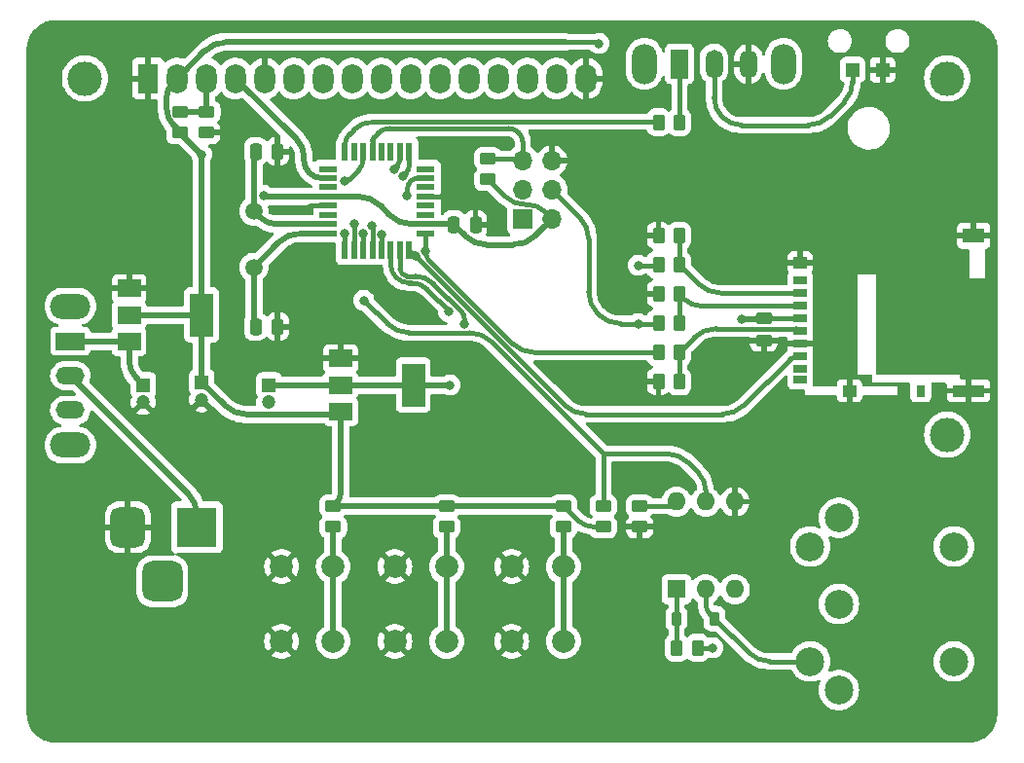
<source format=gbr>
%TF.GenerationSoftware,KiCad,Pcbnew,7.0.2*%
%TF.CreationDate,2023-10-16T21:02:00+02:00*%
%TF.ProjectId,interrupter,696e7465-7272-4757-9074-65722e6b6963,rev?*%
%TF.SameCoordinates,Original*%
%TF.FileFunction,Copper,L1,Top*%
%TF.FilePolarity,Positive*%
%FSLAX46Y46*%
G04 Gerber Fmt 4.6, Leading zero omitted, Abs format (unit mm)*
G04 Created by KiCad (PCBNEW 7.0.2) date 2023-10-16 21:02:00*
%MOMM*%
%LPD*%
G01*
G04 APERTURE LIST*
G04 Aperture macros list*
%AMRoundRect*
0 Rectangle with rounded corners*
0 $1 Rounding radius*
0 $2 $3 $4 $5 $6 $7 $8 $9 X,Y pos of 4 corners*
0 Add a 4 corners polygon primitive as box body*
4,1,4,$2,$3,$4,$5,$6,$7,$8,$9,$2,$3,0*
0 Add four circle primitives for the rounded corners*
1,1,$1+$1,$2,$3*
1,1,$1+$1,$4,$5*
1,1,$1+$1,$6,$7*
1,1,$1+$1,$8,$9*
0 Add four rect primitives between the rounded corners*
20,1,$1+$1,$2,$3,$4,$5,0*
20,1,$1+$1,$4,$5,$6,$7,0*
20,1,$1+$1,$6,$7,$8,$9,0*
20,1,$1+$1,$8,$9,$2,$3,0*%
G04 Aperture macros list end*
%TA.AperFunction,SMDPad,CuDef*%
%ADD10R,1.600000X0.550000*%
%TD*%
%TA.AperFunction,SMDPad,CuDef*%
%ADD11R,0.550000X1.600000*%
%TD*%
%TA.AperFunction,SMDPad,CuDef*%
%ADD12RoundRect,0.250000X-0.450000X0.262500X-0.450000X-0.262500X0.450000X-0.262500X0.450000X0.262500X0*%
%TD*%
%TA.AperFunction,SMDPad,CuDef*%
%ADD13RoundRect,0.250000X-0.250000X-0.475000X0.250000X-0.475000X0.250000X0.475000X-0.250000X0.475000X0*%
%TD*%
%TA.AperFunction,SMDPad,CuDef*%
%ADD14R,2.000000X1.500000*%
%TD*%
%TA.AperFunction,SMDPad,CuDef*%
%ADD15R,2.000000X3.800000*%
%TD*%
%TA.AperFunction,ComponentPad*%
%ADD16R,1.208000X1.208000*%
%TD*%
%TA.AperFunction,SMDPad,CuDef*%
%ADD17RoundRect,0.250000X-0.262500X-0.450000X0.262500X-0.450000X0.262500X0.450000X-0.262500X0.450000X0*%
%TD*%
%TA.AperFunction,SMDPad,CuDef*%
%ADD18RoundRect,0.250000X0.262500X0.450000X-0.262500X0.450000X-0.262500X-0.450000X0.262500X-0.450000X0*%
%TD*%
%TA.AperFunction,ComponentPad*%
%ADD19C,3.000000*%
%TD*%
%TA.AperFunction,ComponentPad*%
%ADD20R,1.800000X2.600000*%
%TD*%
%TA.AperFunction,ComponentPad*%
%ADD21O,1.800000X2.600000*%
%TD*%
%TA.AperFunction,ComponentPad*%
%ADD22R,1.200000X1.200000*%
%TD*%
%TA.AperFunction,ComponentPad*%
%ADD23C,1.200000*%
%TD*%
%TA.AperFunction,SMDPad,CuDef*%
%ADD24RoundRect,0.250000X-0.475000X0.250000X-0.475000X-0.250000X0.475000X-0.250000X0.475000X0.250000X0*%
%TD*%
%TA.AperFunction,SMDPad,CuDef*%
%ADD25RoundRect,0.225000X-0.225000X-0.375000X0.225000X-0.375000X0.225000X0.375000X-0.225000X0.375000X0*%
%TD*%
%TA.AperFunction,ComponentPad*%
%ADD26R,1.600000X1.600000*%
%TD*%
%TA.AperFunction,ComponentPad*%
%ADD27O,1.600000X1.600000*%
%TD*%
%TA.AperFunction,ComponentPad*%
%ADD28C,2.500000*%
%TD*%
%TA.AperFunction,ComponentPad*%
%ADD29R,3.500000X3.500000*%
%TD*%
%TA.AperFunction,ComponentPad*%
%ADD30RoundRect,0.750000X-0.750000X-1.000000X0.750000X-1.000000X0.750000X1.000000X-0.750000X1.000000X0*%
%TD*%
%TA.AperFunction,ComponentPad*%
%ADD31RoundRect,0.875000X-0.875000X-0.875000X0.875000X-0.875000X0.875000X0.875000X-0.875000X0.875000X0*%
%TD*%
%TA.AperFunction,ComponentPad*%
%ADD32O,3.500000X2.200000*%
%TD*%
%TA.AperFunction,ComponentPad*%
%ADD33R,2.500000X1.500000*%
%TD*%
%TA.AperFunction,ComponentPad*%
%ADD34O,2.500000X1.500000*%
%TD*%
%TA.AperFunction,ComponentPad*%
%ADD35C,1.500000*%
%TD*%
%TA.AperFunction,ComponentPad*%
%ADD36O,2.200000X3.500000*%
%TD*%
%TA.AperFunction,ComponentPad*%
%ADD37R,1.500000X2.500000*%
%TD*%
%TA.AperFunction,ComponentPad*%
%ADD38O,1.500000X2.500000*%
%TD*%
%TA.AperFunction,ComponentPad*%
%ADD39R,1.700000X1.700000*%
%TD*%
%TA.AperFunction,ComponentPad*%
%ADD40O,1.700000X1.700000*%
%TD*%
%TA.AperFunction,SMDPad,CuDef*%
%ADD41R,1.200000X0.700000*%
%TD*%
%TA.AperFunction,SMDPad,CuDef*%
%ADD42R,0.800000X1.000000*%
%TD*%
%TA.AperFunction,SMDPad,CuDef*%
%ADD43R,1.200000X1.000000*%
%TD*%
%TA.AperFunction,SMDPad,CuDef*%
%ADD44R,2.800000X1.000000*%
%TD*%
%TA.AperFunction,SMDPad,CuDef*%
%ADD45R,1.900000X1.300000*%
%TD*%
%TA.AperFunction,ComponentPad*%
%ADD46C,2.000000*%
%TD*%
%TA.AperFunction,SMDPad,CuDef*%
%ADD47RoundRect,0.250000X0.450000X-0.262500X0.450000X0.262500X-0.450000X0.262500X-0.450000X-0.262500X0*%
%TD*%
%TA.AperFunction,ViaPad*%
%ADD48C,0.800000*%
%TD*%
%TA.AperFunction,Conductor*%
%ADD49C,0.381000*%
%TD*%
%TA.AperFunction,Conductor*%
%ADD50C,0.508000*%
%TD*%
G04 APERTURE END LIST*
D10*
%TO.P,U4,1,PD3*%
%TO.N,unconnected-(U4-PD3-Pad1)*%
X47820000Y-38350000D03*
%TO.P,U4,2,PD4*%
%TO.N,/RS*%
X47820000Y-39150000D03*
%TO.P,U4,3,PE0*%
%TO.N,unconnected-(U4-PE0-Pad3)*%
X47820000Y-39950000D03*
%TO.P,U4,4,VCC*%
%TO.N,+5V*%
X47820000Y-40750000D03*
%TO.P,U4,5,GND*%
%TO.N,GND*%
X47820000Y-41550000D03*
%TO.P,U4,6,PE1*%
%TO.N,unconnected-(U4-PE1-Pad6)*%
X47820000Y-42350000D03*
%TO.P,U4,7,XTAL1/PB6*%
%TO.N,/X1*%
X47820000Y-43150000D03*
%TO.P,U4,8,XTAL2/PB7*%
%TO.N,/X2*%
X47820000Y-43950000D03*
D11*
%TO.P,U4,9,PD5*%
%TO.N,/E*%
X49270000Y-45400000D03*
%TO.P,U4,10,PD6*%
%TO.N,/DB4*%
X50070000Y-45400000D03*
%TO.P,U4,11,PD7*%
%TO.N,/DB5*%
X50870000Y-45400000D03*
%TO.P,U4,12,PB0*%
%TO.N,/DB6*%
X51670000Y-45400000D03*
%TO.P,U4,13,PB1*%
%TO.N,/DB7*%
X52470000Y-45400000D03*
%TO.P,U4,14,PB2*%
%TO.N,/CS_5V*%
X53270000Y-45400000D03*
%TO.P,U4,15,PB3*%
%TO.N,/DI_5V*%
X54070000Y-45400000D03*
%TO.P,U4,16,PB4*%
%TO.N,/DO*%
X54870000Y-45400000D03*
D10*
%TO.P,U4,17,PB5*%
%TO.N,/CLK_5V*%
X56320000Y-43950000D03*
%TO.P,U4,18,AVCC*%
%TO.N,+5V*%
X56320000Y-43150000D03*
%TO.P,U4,19,PE2*%
%TO.N,unconnected-(U4-PE2-Pad19)*%
X56320000Y-42350000D03*
%TO.P,U4,20,AREF*%
%TO.N,unconnected-(U4-AREF-Pad20)*%
X56320000Y-41550000D03*
%TO.P,U4,21,GND*%
%TO.N,GND*%
X56320000Y-40750000D03*
%TO.P,U4,22,PE3*%
%TO.N,unconnected-(U4-PE3-Pad22)*%
X56320000Y-39950000D03*
%TO.P,U4,23,PC0*%
%TO.N,/OK*%
X56320000Y-39150000D03*
%TO.P,U4,24,PC1*%
%TO.N,unconnected-(U4-PC1-Pad24)*%
X56320000Y-38350000D03*
D11*
%TO.P,U4,25,PC2*%
%TO.N,/DN*%
X54870000Y-36900000D03*
%TO.P,U4,26,PC3*%
%TO.N,/UP*%
X54070000Y-36900000D03*
%TO.P,U4,27,PC4*%
%TO.N,unconnected-(U4-PC4-Pad27)*%
X53270000Y-36900000D03*
%TO.P,U4,28,PC5*%
%TO.N,unconnected-(U4-PC5-Pad28)*%
X52470000Y-36900000D03*
%TO.P,U4,29,~{RESET}/PC6*%
%TO.N,/RESET*%
X51670000Y-36900000D03*
%TO.P,U4,30,PD0*%
%TO.N,/RX*%
X50870000Y-36900000D03*
%TO.P,U4,31,PD1*%
%TO.N,unconnected-(U4-PD1-Pad31)*%
X50070000Y-36900000D03*
%TO.P,U4,32,PD2*%
%TO.N,Net-(U4-PD2)*%
X49270000Y-36900000D03*
%TD*%
D12*
%TO.P,R15,1*%
%TO.N,/RX*%
X71755000Y-67667500D03*
%TO.P,R15,2*%
%TO.N,+5V*%
X71755000Y-69492500D03*
%TD*%
D13*
%TO.P,C6,1*%
%TO.N,/X1*%
X41515000Y-36830000D03*
%TO.P,C6,2*%
%TO.N,GND*%
X43415000Y-36830000D03*
%TD*%
D12*
%TO.P,R14,1*%
%TO.N,Net-(R14-Pad1)*%
X74930000Y-67667500D03*
%TO.P,R14,2*%
%TO.N,GND*%
X74930000Y-69492500D03*
%TD*%
D14*
%TO.P,U2,1,GND*%
%TO.N,GND*%
X48920000Y-54850000D03*
%TO.P,U2,2,VO*%
%TO.N,+3.3V*%
X48920000Y-57150000D03*
D15*
X55220000Y-57150000D03*
D14*
%TO.P,U2,3,VI*%
%TO.N,+5V*%
X48920000Y-59450000D03*
%TD*%
D16*
%TO.P,U3,P$1,K*%
%TO.N,GND*%
X96042000Y-29718000D03*
%TO.P,U3,P$2,A*%
%TO.N,Net-(SW2A-B)*%
X93442000Y-29718000D03*
%TD*%
D17*
%TO.P,R7,1*%
%TO.N,/CS_5V*%
X76557500Y-46690000D03*
%TO.P,R7,2*%
%TO.N,/CS_3V*%
X78382500Y-46690000D03*
%TD*%
D18*
%TO.P,R12,1*%
%TO.N,/CLK_3V*%
X78382500Y-56850000D03*
%TO.P,R12,2*%
%TO.N,GND*%
X76557500Y-56850000D03*
%TD*%
D19*
%TO.P,DS1,*%
%TO.N,*%
X26670000Y-30480000D03*
X101668580Y-61480700D03*
X101669100Y-30480000D03*
D20*
%TO.P,DS1,1,VSS*%
%TO.N,GND*%
X32169100Y-30480000D03*
D21*
%TO.P,DS1,2,VDD*%
%TO.N,+5V*%
X34709100Y-30480000D03*
%TO.P,DS1,3,VO*%
%TO.N,Net-(DS1-VO)*%
X37249100Y-30480000D03*
%TO.P,DS1,4,RS*%
%TO.N,/RS*%
X39789100Y-30480000D03*
%TO.P,DS1,5,R/W*%
%TO.N,GND*%
X42329100Y-30480000D03*
%TO.P,DS1,6,E*%
%TO.N,/E*%
X44869100Y-30480000D03*
%TO.P,DS1,7,D0*%
%TO.N,unconnected-(DS1-D0-Pad7)*%
X47409100Y-30480000D03*
%TO.P,DS1,8,D1*%
%TO.N,unconnected-(DS1-D1-Pad8)*%
X49949100Y-30480000D03*
%TO.P,DS1,9,D2*%
%TO.N,unconnected-(DS1-D2-Pad9)*%
X52489100Y-30480000D03*
%TO.P,DS1,10,D3*%
%TO.N,unconnected-(DS1-D3-Pad10)*%
X55029100Y-30480000D03*
%TO.P,DS1,11,D4*%
%TO.N,/DB4*%
X57569100Y-30480000D03*
%TO.P,DS1,12,D5*%
%TO.N,/DB5*%
X60109100Y-30480000D03*
%TO.P,DS1,13,D6*%
%TO.N,/DB6*%
X62649100Y-30480000D03*
%TO.P,DS1,14,D7*%
%TO.N,/DB7*%
X65189100Y-30480000D03*
%TO.P,DS1,15,LED(+)*%
%TO.N,/BL*%
X67729100Y-30480000D03*
%TO.P,DS1,16,LED(-)*%
%TO.N,GND*%
X70269100Y-30480000D03*
%TD*%
D22*
%TO.P,C2,1*%
%TO.N,+5V*%
X36830000Y-56920000D03*
D23*
%TO.P,C2,2*%
%TO.N,GND*%
X36830000Y-58420000D03*
%TD*%
D24*
%TO.P,C5,1*%
%TO.N,+3.3V*%
X85725000Y-51355000D03*
%TO.P,C5,2*%
%TO.N,GND*%
X85725000Y-53255000D03*
%TD*%
D18*
%TO.P,R16,1*%
%TO.N,Net-(J4-Pad4)*%
X79967500Y-80010000D03*
%TO.P,R16,2*%
%TO.N,Net-(D1-K)*%
X78142500Y-80010000D03*
%TD*%
D12*
%TO.P,R1,1*%
%TO.N,Net-(DS1-VO)*%
X34925000Y-33377500D03*
%TO.P,R1,2*%
%TO.N,+5V*%
X34925000Y-35202500D03*
%TD*%
D17*
%TO.P,R13,1*%
%TO.N,Net-(U4-PD2)*%
X76557500Y-34290000D03*
%TO.P,R13,2*%
%TO.N,/OPT*%
X78382500Y-34290000D03*
%TD*%
D13*
%TO.P,C7,1*%
%TO.N,/X2*%
X41515000Y-52070000D03*
%TO.P,C7,2*%
%TO.N,GND*%
X43415000Y-52070000D03*
%TD*%
D18*
%TO.P,R11,1*%
%TO.N,/CS_3V*%
X78382500Y-44150000D03*
%TO.P,R11,2*%
%TO.N,GND*%
X76557500Y-44150000D03*
%TD*%
D25*
%TO.P,D1,1,K*%
%TO.N,Net-(D1-K)*%
X78120000Y-77470000D03*
%TO.P,D1,2,A*%
%TO.N,Net-(D1-A)*%
X81420000Y-77470000D03*
%TD*%
D22*
%TO.P,C3,1*%
%TO.N,+3.3V*%
X42672000Y-57150000D03*
D23*
%TO.P,C3,2*%
%TO.N,GND*%
X42672000Y-58650000D03*
%TD*%
D26*
%TO.P,U5,1*%
%TO.N,Net-(D1-K)*%
X78120000Y-74920000D03*
D27*
%TO.P,U5,2*%
%TO.N,Net-(D1-A)*%
X80660000Y-74920000D03*
%TO.P,U5,3,NC*%
%TO.N,unconnected-(U5-NC-Pad3)*%
X83200000Y-74920000D03*
%TO.P,U5,4*%
%TO.N,GND*%
X83200000Y-67300000D03*
%TO.P,U5,5*%
%TO.N,/RX*%
X80660000Y-67300000D03*
%TO.P,U5,6*%
%TO.N,Net-(R14-Pad1)*%
X78120000Y-67300000D03*
%TD*%
D28*
%TO.P,J4,1*%
%TO.N,unconnected-(J4-Pad1)*%
X92250000Y-68700000D03*
%TO.P,J4,2*%
%TO.N,unconnected-(J4-Pad2)*%
X92250000Y-76200000D03*
%TO.P,J4,3*%
%TO.N,unconnected-(J4-Pad3)*%
X92250000Y-83700000D03*
%TO.P,J4,4*%
%TO.N,Net-(J4-Pad4)*%
X89750000Y-71200000D03*
%TO.P,J4,5*%
%TO.N,Net-(D1-A)*%
X89750000Y-81200000D03*
%TO.P,J4,6*%
%TO.N,N/C*%
X102250000Y-81200000D03*
X102250000Y-71200000D03*
%TD*%
D29*
%TO.P,J1,1*%
%TO.N,VCC*%
X36400000Y-69527500D03*
D30*
%TO.P,J1,2*%
%TO.N,GND*%
X30400000Y-69527500D03*
D31*
%TO.P,J1,3*%
%TO.N,N/C*%
X33400000Y-74227500D03*
%TD*%
D32*
%TO.P,SW1,*%
%TO.N,*%
X25400000Y-50290000D03*
X25400000Y-62390000D03*
D33*
%TO.P,SW1,1,A*%
%TO.N,Net-(SW1A-A)*%
X25400000Y-53340000D03*
D34*
%TO.P,SW1,2,B*%
%TO.N,VCC*%
X25400000Y-56340000D03*
%TO.P,SW1,3,C*%
%TO.N,unconnected-(SW1A-C-Pad3)*%
X25400000Y-59340000D03*
%TD*%
D35*
%TO.P,Y1,1,1*%
%TO.N,/X2*%
X41365000Y-46900000D03*
%TO.P,Y1,2,2*%
%TO.N,/X1*%
X41365000Y-42020000D03*
%TD*%
D12*
%TO.P,R2,1*%
%TO.N,Net-(DS1-VO)*%
X37249100Y-33377500D03*
%TO.P,R2,2*%
%TO.N,GND*%
X37249100Y-35202500D03*
%TD*%
D14*
%TO.P,U1,1,GND*%
%TO.N,GND*%
X30505000Y-48754000D03*
%TO.P,U1,2,VO*%
%TO.N,+5V*%
X30505000Y-51054000D03*
D15*
X36805000Y-51054000D03*
D14*
%TO.P,U1,3,VI*%
%TO.N,Net-(SW1A-A)*%
X30505000Y-53354000D03*
%TD*%
D17*
%TO.P,R8,1*%
%TO.N,/CLK_5V*%
X76557500Y-54310000D03*
%TO.P,R8,2*%
%TO.N,/CLK_3V*%
X78382500Y-54310000D03*
%TD*%
D36*
%TO.P,SW2,*%
%TO.N,*%
X75332500Y-29210000D03*
X87432500Y-29210000D03*
D37*
%TO.P,SW2,1,A*%
%TO.N,/OPT*%
X78382500Y-29210000D03*
D38*
%TO.P,SW2,2,B*%
%TO.N,Net-(SW2A-B)*%
X81382500Y-29210000D03*
%TO.P,SW2,3,C*%
%TO.N,GND*%
X84382500Y-29210000D03*
%TD*%
D12*
%TO.P,R5,1*%
%TO.N,+5V*%
X68290000Y-67667500D03*
%TO.P,R5,2*%
%TO.N,/OK*%
X68290000Y-69492500D03*
%TD*%
%TO.P,R4,1*%
%TO.N,+5V*%
X58130000Y-67667500D03*
%TO.P,R4,2*%
%TO.N,/DN*%
X58130000Y-69492500D03*
%TD*%
D13*
%TO.P,C4,1*%
%TO.N,+5V*%
X58740000Y-43180000D03*
%TO.P,C4,2*%
%TO.N,GND*%
X60640000Y-43180000D03*
%TD*%
D12*
%TO.P,R3,1*%
%TO.N,+5V*%
X48260000Y-67667500D03*
%TO.P,R3,2*%
%TO.N,/UP*%
X48260000Y-69492500D03*
%TD*%
D22*
%TO.P,C1,1*%
%TO.N,Net-(SW1A-A)*%
X31750000Y-57150000D03*
D23*
%TO.P,C1,2*%
%TO.N,GND*%
X31750000Y-58650000D03*
%TD*%
D17*
%TO.P,R6,1*%
%TO.N,/DI_5V*%
X76557500Y-51770000D03*
%TO.P,R6,2*%
%TO.N,/DI_3V*%
X78382500Y-51770000D03*
%TD*%
D39*
%TO.P,J3,1,MISO*%
%TO.N,/DO*%
X64750000Y-42700000D03*
D40*
%TO.P,J3,2,VCC*%
%TO.N,+5V*%
X67290000Y-42700000D03*
%TO.P,J3,3,SCK*%
%TO.N,/CLK_5V*%
X64750000Y-40160000D03*
%TO.P,J3,4,MOSI*%
%TO.N,/DI_5V*%
X67290000Y-40160000D03*
%TO.P,J3,5,~{RST}*%
%TO.N,/RESET*%
X64750000Y-37620000D03*
%TO.P,J3,6,GND*%
%TO.N,GND*%
X67290000Y-37620000D03*
%TD*%
D18*
%TO.P,R10,1*%
%TO.N,/DI_3V*%
X78382500Y-49230000D03*
%TO.P,R10,2*%
%TO.N,GND*%
X76557500Y-49230000D03*
%TD*%
D41*
%TO.P,J2,1,DAT2*%
%TO.N,unconnected-(J2-DAT2-Pad1)*%
X88870000Y-48055000D03*
%TO.P,J2,2,DAT3/CD*%
%TO.N,/CS_3V*%
X88870000Y-49155000D03*
%TO.P,J2,3,CMD*%
%TO.N,/DI_3V*%
X88870000Y-50255000D03*
%TO.P,J2,4,VDD*%
%TO.N,+3.3V*%
X88870000Y-51355000D03*
%TO.P,J2,5,CLK*%
%TO.N,/CLK_3V*%
X88870000Y-52455000D03*
%TO.P,J2,6,VSS*%
%TO.N,GND*%
X88870000Y-53555000D03*
%TO.P,J2,7,DAT0*%
%TO.N,/DO*%
X88870000Y-54655000D03*
%TO.P,J2,8,DAT1*%
%TO.N,unconnected-(J2-DAT1-Pad8)*%
X88870000Y-55755000D03*
%TO.P,J2,9,DET_B*%
%TO.N,unconnected-(J2-DET_B-Pad9)*%
X88870000Y-56705000D03*
D42*
%TO.P,J2,10,DET_A*%
%TO.N,/CD*%
X99370000Y-57655000D03*
D43*
%TO.P,J2,11,SHIELD*%
%TO.N,GND*%
X93170000Y-57655000D03*
D44*
X103520000Y-57655000D03*
D43*
X88870000Y-46505000D03*
D45*
X103970000Y-44155000D03*
%TD*%
D46*
%TO.P,SW4,1,1*%
%TO.N,GND*%
X53630000Y-79450000D03*
X53630000Y-72950000D03*
%TO.P,SW4,2,A*%
%TO.N,/DN*%
X58130000Y-79450000D03*
X58130000Y-72950000D03*
%TD*%
D47*
%TO.P,R9,1*%
%TO.N,+5V*%
X61722000Y-39266500D03*
%TO.P,R9,2*%
%TO.N,/RESET*%
X61722000Y-37441500D03*
%TD*%
D46*
%TO.P,SW5,1,1*%
%TO.N,GND*%
X63790000Y-79450000D03*
X63790000Y-72950000D03*
%TO.P,SW5,2,A*%
%TO.N,/OK*%
X68290000Y-79450000D03*
X68290000Y-72950000D03*
%TD*%
%TO.P,SW3,1,1*%
%TO.N,GND*%
X43760000Y-79450000D03*
X43760000Y-72950000D03*
%TO.P,SW3,2,K*%
%TO.N,/UP*%
X48260000Y-79450000D03*
X48260000Y-72950000D03*
%TD*%
D48*
%TO.N,GND*%
X45085000Y-52070000D03*
X39370000Y-45720000D03*
X58420000Y-40640000D03*
X45720000Y-41910000D03*
X39370000Y-43180000D03*
X39370000Y-44450000D03*
X43434000Y-38989000D03*
%TO.N,+5V*%
X42218500Y-40640000D03*
X36805000Y-37082500D03*
X71374000Y-27432000D03*
%TO.N,+3.3V*%
X83820000Y-51435000D03*
X58420000Y-57150000D03*
%TO.N,/E*%
X49276000Y-43942000D03*
%TO.N,/DB4*%
X50066000Y-43142398D03*
%TO.N,/DB5*%
X50860000Y-43942000D03*
%TO.N,/DB6*%
X51650000Y-43271504D03*
%TO.N,/DB7*%
X52460000Y-44069000D03*
%TO.N,/DO*%
X55408000Y-45938000D03*
%TO.N,/UP*%
X53528638Y-38369914D03*
%TO.N,/DN*%
X54331425Y-38965345D03*
%TO.N,/OK*%
X54711000Y-40640000D03*
%TO.N,/RX*%
X49219502Y-39370000D03*
X50927000Y-49784000D03*
%TO.N,/CLK_5V*%
X56320000Y-45466000D03*
%TO.N,/DI_5V*%
X59690000Y-51816000D03*
X74803000Y-51816000D03*
%TO.N,/CS_5V*%
X74803000Y-46736000D03*
X58312056Y-50780944D03*
%TO.N,Net-(J4-Pad4)*%
X81280000Y-80010000D03*
%TD*%
D49*
%TO.N,Net-(SW2A-B)*%
X89551018Y-34544004D02*
G75*
G03*
X91474895Y-33747102I-18J2720804D01*
G01*
X82093264Y-33833236D02*
G75*
G03*
X83809152Y-34544000I1715936J1715936D01*
G01*
X81382522Y-32117347D02*
G75*
G03*
X82093250Y-33833250I2426578J-53D01*
G01*
X92712982Y-32509037D02*
G75*
G03*
X93442000Y-30749000I-1760082J1760037D01*
G01*
%TO.N,Net-(R14-Pad1)*%
X77492638Y-67667515D02*
G75*
G03*
X77936249Y-67483749I-38J627415D01*
G01*
D50*
%TO.N,Net-(SW1A-A)*%
X30504997Y-55024652D02*
G75*
G03*
X31127501Y-56527499I2125343J2D01*
G01*
X30505000Y-53363899D02*
G75*
G03*
X30498000Y-53347000I-23900J-1D01*
G01*
X30498000Y-53347000D02*
G75*
G03*
X30481100Y-53340000I-16900J-16900D01*
G01*
D49*
%TO.N,/CS_5V*%
X53269989Y-46678927D02*
G75*
G03*
X53733085Y-47796914I1581111J27D01*
G01*
X53733093Y-47796906D02*
G75*
G03*
X54851072Y-48260000I1118007J1118006D01*
G01*
X76478973Y-46735988D02*
G75*
G03*
X76534499Y-46712999I27J78488D01*
G01*
X56475338Y-48855308D02*
G75*
G03*
X55038085Y-48260000I-1437238J-1437292D01*
G01*
X58312068Y-50736500D02*
G75*
G03*
X58280629Y-50660629I-107268J0D01*
G01*
%TO.N,/DI_5V*%
X59689983Y-51428829D02*
G75*
G03*
X59416228Y-50767886I-934683J29D01*
G01*
X56995736Y-48347400D02*
G75*
G03*
X55382085Y-47679000I-1613636J-1613600D01*
G01*
X76478973Y-51815988D02*
G75*
G03*
X76534499Y-51792999I27J78488D01*
G01*
X71339107Y-51019099D02*
G75*
G03*
X73262981Y-51816000I1923893J1923899D01*
G01*
X54253409Y-47495590D02*
G75*
G03*
X54696216Y-47679000I442791J442790D01*
G01*
X70485005Y-44481981D02*
G75*
G03*
X69688103Y-42558103I-2720805J-19D01*
G01*
X70484995Y-49038018D02*
G75*
G03*
X71281896Y-50961896I2720805J18D01*
G01*
X54070007Y-47052783D02*
G75*
G03*
X54253414Y-47495585I626193J-17D01*
G01*
%TO.N,/CLK_5V*%
X63804736Y-53513128D02*
G75*
G03*
X65728639Y-54310000I1923864J1923928D01*
G01*
X56320019Y-45747171D02*
G75*
G03*
X56518817Y-46227159I678781J-29D01*
G01*
%TO.N,Net-(U4-PD2)*%
X49687545Y-35301452D02*
G75*
G03*
X49270000Y-36309500I1008055J-1008048D01*
G01*
X51790543Y-34242518D02*
G75*
G03*
X50008250Y-34980750I-43J-2520482D01*
G01*
X76533746Y-34266254D02*
G75*
G03*
X76476412Y-34242500I-57346J-57346D01*
G01*
%TO.N,/CLK_3V*%
X88765261Y-52350239D02*
G75*
G03*
X88512361Y-52245500I-252861J-252861D01*
G01*
X81573981Y-52245494D02*
G75*
G03*
X79650103Y-53042396I19J-2720806D01*
G01*
%TO.N,/DI_3V*%
X78894973Y-49742527D02*
G75*
G03*
X78382500Y-49954784I-212273J-212273D01*
G01*
X78895005Y-49742495D02*
G75*
G03*
X80132284Y-50255000I1237295J1237295D01*
G01*
%TO.N,/RX*%
X71761180Y-63125180D02*
G75*
G03*
X71755000Y-63140069I14920J-14920D01*
G01*
X50452455Y-38498548D02*
G75*
G03*
X50870000Y-37490500I-1008055J1008048D01*
G01*
X80659988Y-66360000D02*
G75*
G03*
X79995319Y-64755319I-2269388J0D01*
G01*
X71761171Y-63125171D02*
G75*
G03*
X71761171Y-63112829I-6171J6171D01*
G01*
X71776069Y-63118988D02*
G75*
G03*
X71761172Y-63125172I31J-21112D01*
G01*
X71761180Y-63112820D02*
G75*
G03*
X71776069Y-63119000I14920J14920D01*
G01*
X52952607Y-51809599D02*
G75*
G03*
X54876481Y-52606500I1923893J1923899D01*
G01*
X49400251Y-39370025D02*
G75*
G03*
X49708808Y-39242191I-51J436425D01*
G01*
X62051763Y-53403371D02*
G75*
G03*
X60127860Y-52606500I-1923863J-1923929D01*
G01*
X79155892Y-63915900D02*
G75*
G03*
X77232018Y-63119000I-1923892J-1923900D01*
G01*
%TO.N,/OK*%
X54987491Y-39426491D02*
G75*
G03*
X54711000Y-40094030I667509J-667509D01*
G01*
X55655030Y-39150013D02*
G75*
G03*
X54987500Y-39426500I-30J-943987D01*
G01*
%TO.N,/DN*%
X54600691Y-38696036D02*
G75*
G03*
X54870000Y-38045939I-650091J650136D01*
G01*
%TO.N,/UP*%
X53799301Y-38099215D02*
G75*
G03*
X54070000Y-37445751I-653501J653515D01*
G01*
%TO.N,/RESET*%
X51793386Y-35595605D02*
G75*
G03*
X51670000Y-35893500I297914J-297895D01*
G01*
X64749982Y-36046642D02*
G75*
G03*
X64391750Y-35181750I-1223082J42D01*
G01*
X64660755Y-37530745D02*
G75*
G03*
X64445281Y-37441500I-215455J-215455D01*
G01*
X53198714Y-34823506D02*
G75*
G03*
X52117750Y-35271250I-14J-1528694D01*
G01*
X64660718Y-37530782D02*
G75*
G03*
X64750000Y-37493781I36982J36982D01*
G01*
X64391762Y-35181738D02*
G75*
G03*
X63526857Y-34823500I-864862J-864862D01*
G01*
X51670000Y-35893500D02*
X51670000Y-36242500D01*
%TO.N,/CS_3V*%
X80050607Y-48358099D02*
G75*
G03*
X81974481Y-49155000I1923893J1923899D01*
G01*
%TO.N,/DO*%
X82077018Y-59690004D02*
G75*
G03*
X84000895Y-58893102I-18J2720804D01*
G01*
X88554500Y-54655004D02*
G75*
G03*
X88015907Y-54878092I0J-761696D01*
G01*
X68363107Y-58893099D02*
G75*
G03*
X70286981Y-59690000I1923893J1923899D01*
G01*
%TO.N,/DB7*%
X52470011Y-44086071D02*
G75*
G03*
X52464999Y-44074001I-17111J-29D01*
G01*
%TO.N,/DB6*%
X51669979Y-43305646D02*
G75*
G03*
X51659999Y-43281505I-34079J46D01*
G01*
%TO.N,/DB5*%
X50870011Y-43959071D02*
G75*
G03*
X50864999Y-43947001I-17111J-29D01*
G01*
%TO.N,/DB4*%
X50069989Y-43149226D02*
G75*
G03*
X50068000Y-43144398I-6789J26D01*
G01*
%TO.N,/E*%
X49272988Y-43944988D02*
G75*
G03*
X49270000Y-43952242I7212J-7212D01*
G01*
D50*
%TO.N,/RS*%
X45720026Y-37321950D02*
G75*
G03*
X45075790Y-35766690I-2199526J-50D01*
G01*
X45720008Y-37584583D02*
G75*
G03*
X46178501Y-38691499I1565392J-17D01*
G01*
X46218748Y-38731744D02*
G75*
G03*
X47228500Y-39150000I1009752J1009744D01*
G01*
D49*
%TO.N,Net-(D1-A)*%
X84353107Y-80403099D02*
G75*
G03*
X86276981Y-81200000I1923893J1923899D01*
G01*
X80660001Y-76172598D02*
G75*
G03*
X81040000Y-77090000I1297399J-2D01*
G01*
D50*
%TO.N,/X2*%
X45441981Y-43949994D02*
G75*
G03*
X43518103Y-44746896I19J-2720806D01*
G01*
X41364986Y-51813933D02*
G75*
G03*
X41440000Y-51995000I256114J33D01*
G01*
%TO.N,/X1*%
X41365013Y-41220969D02*
G75*
G03*
X41930000Y-42585000I1928987J-31D01*
G01*
X41929991Y-42585009D02*
G75*
G03*
X43294030Y-43150000I1364009J1364009D01*
G01*
X41440010Y-36905010D02*
G75*
G03*
X41365000Y-37086066I181090J-181090D01*
G01*
D49*
%TO.N,+3.3V*%
X85781568Y-51354987D02*
G75*
G03*
X85685000Y-51395000I32J-136613D01*
G01*
D50*
X85588431Y-51435013D02*
G75*
G03*
X85685000Y-51395000I-31J136613D01*
G01*
%TO.N,+5V*%
X36804991Y-56877322D02*
G75*
G03*
X36817500Y-56907500I42709J22D01*
G01*
X34925033Y-35144053D02*
G75*
G03*
X34966329Y-35243827I141067J-47D01*
G01*
X48589997Y-67337497D02*
G75*
G03*
X48920000Y-66540809I-796697J796697D01*
G01*
X42273505Y-40694995D02*
G75*
G03*
X42406281Y-40750000I132795J132795D01*
G01*
X52341892Y-41546900D02*
G75*
G03*
X50418018Y-40750000I-1923892J-1923900D01*
G01*
X48919987Y-59629605D02*
G75*
G03*
X48793000Y-59577000I-74387J5D01*
G01*
D49*
X66669749Y-43320249D02*
G75*
G03*
X66669749Y-42079751I-620249J620249D01*
G01*
D50*
X53148107Y-42353099D02*
G75*
G03*
X55071981Y-43150000I1923893J1923899D01*
G01*
X58725004Y-43164996D02*
G75*
G03*
X58688786Y-43150000I-36204J-36204D01*
G01*
X34925034Y-35144053D02*
G75*
G03*
X34883671Y-35044277I-141134J-47D01*
G01*
X33770997Y-33115604D02*
G75*
G03*
X34348001Y-34508605I1970003J4D01*
G01*
D49*
X66669740Y-42079760D02*
G75*
G03*
X65172334Y-41459500I-1497440J-1497440D01*
G01*
D50*
X48486394Y-59703997D02*
G75*
G03*
X48792999Y-59576999I6J433597D01*
G01*
X38817107Y-58907099D02*
G75*
G03*
X40740981Y-59704000I1923893J1923899D01*
G01*
X39011081Y-27304994D02*
G75*
G03*
X37087203Y-28101896I19J-2720806D01*
G01*
X34240039Y-30949039D02*
G75*
G03*
X33771000Y-32081436I1132361J-1132361D01*
G01*
X59721107Y-44161099D02*
G75*
G03*
X61644981Y-44958000I1923893J1923899D01*
G01*
X63905018Y-44958004D02*
G75*
G03*
X65828895Y-44161102I-18J2720804D01*
G01*
D49*
X71310501Y-27368499D02*
G75*
G03*
X71157197Y-27305000I-153301J-153301D01*
G01*
X69535163Y-68912681D02*
G75*
G03*
X70935000Y-69492500I1399837J1399881D01*
G01*
X63160359Y-40704821D02*
G75*
G03*
X64982250Y-41459500I1821941J1821921D01*
G01*
X70327972Y-27305000D02*
X68489917Y-27305000D01*
D50*
X35178149Y-30010949D02*
X34240050Y-30949050D01*
X36817500Y-56907500D02*
X36842500Y-56932500D01*
X58725000Y-43165000D02*
X58755000Y-43195000D01*
D49*
%TO.N,GND*%
X58232218Y-40750007D02*
G75*
G03*
X58365000Y-40695000I-18J187807D01*
G01*
X46334558Y-41549954D02*
G75*
G03*
X45900000Y-41730000I42J-614546D01*
G01*
D50*
%TO.N,VCC*%
X36400048Y-68433750D02*
G75*
G03*
X35626600Y-66566602I-2640548J-50D01*
G01*
X36400000Y-68433750D02*
X36400000Y-69527500D01*
X35626601Y-66566601D02*
X25400000Y-56340000D01*
D49*
%TO.N,GND*%
X58365000Y-40695000D02*
X58420000Y-40640000D01*
X46334558Y-41550000D02*
X47820000Y-41550000D01*
X45720000Y-41910000D02*
X45900000Y-41730000D01*
X58232218Y-40750000D02*
X56320000Y-40750000D01*
D50*
%TO.N,+5V*%
X56320000Y-43150000D02*
X55071981Y-43150000D01*
X36805000Y-51054000D02*
X30505000Y-51054000D01*
X36842500Y-56932500D02*
X38817103Y-58907103D01*
X68290000Y-67667500D02*
X58130000Y-67667500D01*
D49*
X70935000Y-69492500D02*
X71755000Y-69492500D01*
D50*
X50418018Y-40750000D02*
X47820000Y-40750000D01*
D49*
X65172334Y-41459500D02*
X64982250Y-41459500D01*
D50*
X35178149Y-30010949D02*
X37087203Y-28101896D01*
X61644981Y-44958000D02*
X63905018Y-44958000D01*
D49*
X71374000Y-27432000D02*
X71310500Y-27368500D01*
D50*
X48486394Y-59704000D02*
X40740981Y-59704000D01*
X48920000Y-66540809D02*
X48920000Y-59629605D01*
X58130000Y-67667500D02*
X48260000Y-67667500D01*
X42273500Y-40695000D02*
X42218500Y-40640000D01*
D49*
X70327972Y-27305000D02*
X71157197Y-27305000D01*
X68290000Y-67667500D02*
X69535172Y-68912672D01*
D50*
X36805000Y-37082500D02*
X36805000Y-51054000D01*
X66669749Y-43320249D02*
X65828896Y-44161103D01*
D49*
X63160340Y-40704840D02*
X61722000Y-39266500D01*
D50*
X68489917Y-27305000D02*
X39011081Y-27305000D01*
X42406281Y-40750000D02*
X47820000Y-40750000D01*
X36805000Y-56877322D02*
X36805000Y-51054000D01*
X34966328Y-35243828D02*
X36805000Y-37082500D01*
X58755000Y-43195000D02*
X59721103Y-44161103D01*
X33771000Y-33115604D02*
X33771000Y-32081436D01*
X34883671Y-35044277D02*
X34348000Y-34508606D01*
X52341896Y-41546896D02*
X53148103Y-42353103D01*
X56320000Y-43150000D02*
X58688786Y-43150000D01*
X48590000Y-67337500D02*
X48260000Y-67667500D01*
%TO.N,+3.3V*%
X55220000Y-57150000D02*
X58420000Y-57150000D01*
X55220000Y-57150000D02*
X48920000Y-57150000D01*
D49*
X85781568Y-51355000D02*
X88870000Y-51355000D01*
D50*
X48920000Y-57150000D02*
X42672000Y-57150000D01*
X83820000Y-51435000D02*
X85588431Y-51435000D01*
%TO.N,/X1*%
X43294030Y-43150000D02*
X47820000Y-43150000D01*
X41440000Y-36905000D02*
X41515000Y-36830000D01*
X41365000Y-41220969D02*
X41365000Y-37086066D01*
%TO.N,/X2*%
X45441981Y-43950000D02*
X47820000Y-43950000D01*
X41365000Y-46900000D02*
X41365000Y-51813933D01*
X43518103Y-44746896D02*
X41365000Y-46900000D01*
X41440000Y-51995000D02*
X41515000Y-52070000D01*
D49*
%TO.N,Net-(D1-K)*%
X78120000Y-77470000D02*
X78120000Y-74920000D01*
X78120000Y-77470000D02*
X78120000Y-80010000D01*
%TO.N,Net-(D1-A)*%
X86276981Y-81200000D02*
X89750000Y-81200000D01*
X84353103Y-80403103D02*
X81420000Y-77470000D01*
X81040000Y-77090000D02*
X81420000Y-77470000D01*
X80660000Y-76172598D02*
X80660000Y-74920000D01*
D50*
%TO.N,/RS*%
X47228500Y-39150000D02*
X47820000Y-39150000D01*
X45720000Y-37321950D02*
X45720000Y-37584583D01*
X46178500Y-38691500D02*
X46218746Y-38731746D01*
X45075790Y-35766690D02*
X39789100Y-30480000D01*
D49*
%TO.N,/E*%
X49270000Y-43952242D02*
X49270000Y-45400000D01*
X49276000Y-43942000D02*
X49273000Y-43945000D01*
D50*
%TO.N,Net-(DS1-VO)*%
X37249100Y-33377500D02*
X34925000Y-33377500D01*
X37249100Y-33377500D02*
X37249100Y-30480000D01*
D49*
%TO.N,/DB4*%
X50068000Y-43144398D02*
X50066000Y-43142398D01*
X50070000Y-43149226D02*
X50070000Y-45400000D01*
%TO.N,/DB5*%
X50870000Y-43959071D02*
X50870000Y-45400000D01*
X50865000Y-43947000D02*
X50860000Y-43942000D01*
%TO.N,/DB6*%
X51670000Y-43305646D02*
X51670000Y-45400000D01*
X51650000Y-43271504D02*
X51660000Y-43281504D01*
%TO.N,/DB7*%
X52470000Y-44086071D02*
X52470000Y-45400000D01*
X52465000Y-44074000D02*
X52460000Y-44069000D01*
%TO.N,/DO*%
X82077018Y-59690000D02*
X70286981Y-59690000D01*
X88554500Y-54655000D02*
X88870000Y-54655000D01*
X55408000Y-45938000D02*
X68363103Y-58893103D01*
X55408000Y-45938000D02*
X54870000Y-45400000D01*
X84000896Y-58893103D02*
X88015907Y-54878092D01*
%TO.N,/CS_3V*%
X80050603Y-48358103D02*
X78382500Y-46690000D01*
X78382500Y-46690000D02*
X78382500Y-44150000D01*
X81974481Y-49155000D02*
X88870000Y-49155000D01*
%TO.N,/RESET*%
X64750000Y-36046642D02*
X64750000Y-37493781D01*
D50*
X51670000Y-36242500D02*
X51670000Y-36900000D01*
D49*
X64445281Y-37441500D02*
X61722000Y-37441500D01*
X53198714Y-34823500D02*
X63526857Y-34823500D01*
X51793390Y-35595609D02*
X52117750Y-35271250D01*
%TO.N,/UP*%
X53799319Y-38099233D02*
X53528638Y-38369914D01*
D50*
X48260000Y-72950000D02*
X48260000Y-69492500D01*
X48260000Y-72950000D02*
X48260000Y-79450000D01*
D49*
X54070000Y-37445751D02*
X54070000Y-36900000D01*
%TO.N,/DN*%
X54870000Y-38045939D02*
X54870000Y-36900000D01*
X54600712Y-38696057D02*
X54331425Y-38965345D01*
D50*
X58130000Y-72950000D02*
X58130000Y-69492500D01*
X58130000Y-72950000D02*
X58130000Y-79450000D01*
%TO.N,/OK*%
X68290000Y-72950000D02*
X68290000Y-79450000D01*
D49*
X54711000Y-40094030D02*
X54711000Y-40640000D01*
D50*
X68290000Y-72950000D02*
X68290000Y-69492500D01*
D49*
X55655030Y-39150000D02*
X56320000Y-39150000D01*
%TO.N,/RX*%
X52952603Y-51809603D02*
X50927000Y-49784000D01*
X71776069Y-63119000D02*
X77232018Y-63119000D01*
X79995319Y-64755319D02*
X79155896Y-63915896D01*
X71761171Y-63112829D02*
X62051738Y-53403396D01*
X80660000Y-66360000D02*
X80660000Y-67300000D01*
X49219502Y-39370000D02*
X49400251Y-39370000D01*
X50870000Y-37490500D02*
X50870000Y-36900000D01*
X54876481Y-52606500D02*
X60127860Y-52606500D01*
X71755000Y-63140069D02*
X71755000Y-67667500D01*
X50452453Y-38498546D02*
X49708808Y-39242191D01*
%TO.N,/DI_3V*%
X80132284Y-50255000D02*
X88870000Y-50255000D01*
X78382500Y-49954784D02*
X78382500Y-51770000D01*
%TO.N,/CLK_3V*%
X78382500Y-54310000D02*
X78382500Y-56850000D01*
X88765250Y-52350250D02*
X88870000Y-52455000D01*
X78382500Y-54310000D02*
X79650103Y-53042396D01*
X88512361Y-52245500D02*
X81573981Y-52245500D01*
%TO.N,Net-(U4-PD2)*%
X76533750Y-34266250D02*
X76557500Y-34290000D01*
X49270000Y-36309500D02*
X49270000Y-36900000D01*
X49687546Y-35301453D02*
X50008250Y-34980750D01*
X51790543Y-34242500D02*
X76476412Y-34242500D01*
%TO.N,/CLK_5V*%
X56320000Y-45466000D02*
X56320000Y-43950000D01*
X63804761Y-53513103D02*
X56518817Y-46227159D01*
X65728639Y-54310000D02*
X76557500Y-54310000D01*
X56320000Y-45747171D02*
X56320000Y-45466000D01*
%TO.N,/DI_5V*%
X59416228Y-50767886D02*
X56995739Y-48347397D01*
X76534500Y-51793000D02*
X76557500Y-51770000D01*
X76478973Y-51816000D02*
X74803000Y-51816000D01*
X70485000Y-44481981D02*
X70485000Y-49038018D01*
X73262981Y-51816000D02*
X74803000Y-51816000D01*
X54070000Y-47052783D02*
X54070000Y-45400000D01*
X71339103Y-51019103D02*
X71281896Y-50961896D01*
X55382085Y-47679000D02*
X54696216Y-47679000D01*
X69688103Y-42558103D02*
X67290000Y-40160000D01*
X59690000Y-51428829D02*
X59690000Y-51816000D01*
%TO.N,/CS_5V*%
X58312056Y-50780944D02*
X58312056Y-50736500D01*
X74803000Y-46736000D02*
X76478973Y-46736000D01*
X56475323Y-48855323D02*
X58280629Y-50660629D01*
X54851072Y-48260000D02*
X55038085Y-48260000D01*
X53270000Y-46678927D02*
X53270000Y-45400000D01*
X76534500Y-46713000D02*
X76557500Y-46690000D01*
%TO.N,/OPT*%
X78382500Y-34290000D02*
X78382500Y-29210000D01*
D50*
%TO.N,Net-(SW1A-A)*%
X30481100Y-53340000D02*
X25400000Y-53340000D01*
X31127500Y-56527500D02*
X31750000Y-57150000D01*
X30505000Y-55024652D02*
X30505000Y-53363899D01*
D49*
%TO.N,Net-(J4-Pad4)*%
X81280000Y-80010000D02*
X79967500Y-80010000D01*
%TO.N,Net-(R14-Pad1)*%
X77936250Y-67483750D02*
X78120000Y-67300000D01*
X77492638Y-67667500D02*
X74930000Y-67667500D01*
%TO.N,Net-(SW2A-B)*%
X89551018Y-34544000D02*
X83809152Y-34544000D01*
X81382500Y-32117347D02*
X81382500Y-29210000D01*
X91474896Y-33747103D02*
X92712972Y-32509027D01*
X93442000Y-30749000D02*
X93442000Y-29718000D01*
%TD*%
%TA.AperFunction,Conductor*%
%TO.N,GND*%
G36*
X38613198Y-31658120D02*
G01*
X38625096Y-31673091D01*
X38677416Y-31750502D01*
X38689275Y-31768047D01*
X38855175Y-31941144D01*
X39047943Y-32083715D01*
X39262033Y-32191657D01*
X39491285Y-32261864D01*
X39729105Y-32292318D01*
X39968651Y-32282143D01*
X40203032Y-32231630D01*
X40312049Y-32187822D01*
X40381592Y-32181092D01*
X40443736Y-32213027D01*
X40445962Y-32215199D01*
X43662700Y-35431938D01*
X43696185Y-35493260D01*
X43691201Y-35562952D01*
X43665000Y-35603722D01*
X43665000Y-36580000D01*
X44414999Y-36580000D01*
X44414999Y-36496635D01*
X44434684Y-36429596D01*
X44487488Y-36383841D01*
X44556646Y-36373897D01*
X44620202Y-36402922D01*
X44632228Y-36414877D01*
X44655207Y-36441080D01*
X44665079Y-36453946D01*
X44760477Y-36596715D01*
X44768582Y-36610752D01*
X44823848Y-36722815D01*
X44844534Y-36764761D01*
X44850740Y-36779745D01*
X44905941Y-36942350D01*
X44910140Y-36958018D01*
X44943642Y-37126433D01*
X44945759Y-37142513D01*
X44957234Y-37317513D01*
X44957500Y-37325625D01*
X44957500Y-37628995D01*
X44957504Y-37629038D01*
X44957507Y-37629125D01*
X44957507Y-37715308D01*
X44957896Y-37718764D01*
X44957897Y-37718775D01*
X44986387Y-37971659D01*
X44986389Y-37971673D01*
X44986779Y-37975131D01*
X44987553Y-37978525D01*
X44987555Y-37978533D01*
X45044184Y-38226651D01*
X45044187Y-38226664D01*
X45044959Y-38230043D01*
X45046102Y-38233311D01*
X45046106Y-38233323D01*
X45109223Y-38413703D01*
X45131315Y-38476838D01*
X45138174Y-38491081D01*
X45229759Y-38681263D01*
X45244760Y-38712412D01*
X45246606Y-38715350D01*
X45246610Y-38715357D01*
X45330944Y-38849574D01*
X45383868Y-38933802D01*
X45386034Y-38936519D01*
X45386039Y-38936525D01*
X45544717Y-39135503D01*
X45544721Y-39135508D01*
X45546889Y-39138226D01*
X45576311Y-39167648D01*
X45576312Y-39167649D01*
X45622904Y-39214242D01*
X45622906Y-39214244D01*
X45679575Y-39270913D01*
X45710981Y-39302319D01*
X45710990Y-39302326D01*
X45711007Y-39302342D01*
X45766562Y-39357897D01*
X45769282Y-39360066D01*
X45769283Y-39360067D01*
X45947618Y-39502286D01*
X45958918Y-39511297D01*
X46167240Y-39642195D01*
X46273052Y-39693152D01*
X46385781Y-39747440D01*
X46385787Y-39747442D01*
X46388907Y-39748945D01*
X46389794Y-39749255D01*
X46443806Y-39792782D01*
X46465870Y-39859076D01*
X46448590Y-39926775D01*
X46397452Y-39974385D01*
X46341949Y-39987500D01*
X42906332Y-39987500D01*
X42839293Y-39967815D01*
X42833446Y-39963818D01*
X42829755Y-39961136D01*
X42829753Y-39961134D01*
X42679183Y-39851738D01*
X42675251Y-39848881D01*
X42500785Y-39771204D01*
X42313989Y-39731500D01*
X42313987Y-39731500D01*
X42251500Y-39731500D01*
X42184461Y-39711815D01*
X42138706Y-39659011D01*
X42127500Y-39607500D01*
X42127500Y-38041796D01*
X42147185Y-37974757D01*
X42186404Y-37936257D01*
X42205666Y-37924375D01*
X42238652Y-37904030D01*
X42364030Y-37778652D01*
X42364453Y-37777966D01*
X42367078Y-37775604D01*
X42374279Y-37768404D01*
X42374659Y-37768784D01*
X42416397Y-37731241D01*
X42485359Y-37720016D01*
X42549442Y-37747856D01*
X42564041Y-37764703D01*
X42696654Y-37897316D01*
X42845877Y-37989357D01*
X43012303Y-38044506D01*
X43111891Y-38054680D01*
X43118167Y-38054999D01*
X43164999Y-38054999D01*
X43165000Y-38054998D01*
X43165000Y-37080000D01*
X43665000Y-37080000D01*
X43665000Y-38054999D01*
X43711829Y-38054999D01*
X43718111Y-38054678D01*
X43817695Y-38044506D01*
X43984122Y-37989357D01*
X44133345Y-37897316D01*
X44257316Y-37773345D01*
X44349357Y-37624122D01*
X44404506Y-37457696D01*
X44414680Y-37358109D01*
X44415000Y-37351831D01*
X44415000Y-37080000D01*
X43665000Y-37080000D01*
X43165000Y-37080000D01*
X43165000Y-35605000D01*
X43118171Y-35605000D01*
X43111888Y-35605321D01*
X43012304Y-35615493D01*
X42845877Y-35670642D01*
X42696654Y-35762683D01*
X42562434Y-35896904D01*
X42560809Y-35895279D01*
X42523576Y-35928764D01*
X42454613Y-35939981D01*
X42390533Y-35912134D01*
X42364453Y-35882034D01*
X42364028Y-35881345D01*
X42238654Y-35755971D01*
X42163195Y-35709427D01*
X42087738Y-35662885D01*
X42087737Y-35662884D01*
X42087736Y-35662884D01*
X41919426Y-35607112D01*
X41818675Y-35596819D01*
X41818659Y-35596818D01*
X41815545Y-35596500D01*
X41812397Y-35596500D01*
X41217604Y-35596500D01*
X41217584Y-35596500D01*
X41214456Y-35596501D01*
X41211325Y-35596820D01*
X41211321Y-35596821D01*
X41110574Y-35607112D01*
X40942263Y-35662884D01*
X40791345Y-35755971D01*
X40665971Y-35881345D01*
X40572884Y-36032263D01*
X40517112Y-36200573D01*
X40506819Y-36301324D01*
X40506818Y-36301341D01*
X40506500Y-36304455D01*
X40506500Y-36307601D01*
X40506500Y-36307602D01*
X40506500Y-37352395D01*
X40506500Y-37352414D01*
X40506501Y-37355544D01*
X40506820Y-37358675D01*
X40506821Y-37358678D01*
X40517112Y-37459425D01*
X40527961Y-37492165D01*
X40572885Y-37627738D01*
X40584038Y-37645821D01*
X40602500Y-37710916D01*
X40602500Y-40953014D01*
X40582815Y-41020053D01*
X40559924Y-41043871D01*
X40560633Y-41044580D01*
X40397254Y-41207958D01*
X40397251Y-41207961D01*
X40397251Y-41207962D01*
X40323793Y-41312872D01*
X40270943Y-41388349D01*
X40177880Y-41587922D01*
X40120884Y-41800631D01*
X40101692Y-42020000D01*
X40120884Y-42239368D01*
X40177880Y-42452077D01*
X40208686Y-42518140D01*
X40270944Y-42651654D01*
X40397251Y-42832038D01*
X40552962Y-42987749D01*
X40733346Y-43114056D01*
X40932924Y-43207120D01*
X41145629Y-43264115D01*
X41255314Y-43273711D01*
X41364998Y-43283307D01*
X41364998Y-43283306D01*
X41365000Y-43283307D01*
X41494251Y-43271998D01*
X41562749Y-43285764D01*
X41582368Y-43298577D01*
X41734059Y-43419546D01*
X41990032Y-43580383D01*
X42262404Y-43711548D01*
X42265678Y-43712693D01*
X42265679Y-43712694D01*
X42339492Y-43738521D01*
X42547749Y-43811392D01*
X42842479Y-43878658D01*
X42997219Y-43896091D01*
X43004994Y-43896967D01*
X43069408Y-43924033D01*
X43108964Y-43981627D01*
X43111103Y-44051464D01*
X43078793Y-44107868D01*
X43041953Y-44144708D01*
X41575974Y-45610686D01*
X41514651Y-45644171D01*
X41477486Y-45646533D01*
X41365000Y-45636692D01*
X41145631Y-45655884D01*
X40932922Y-45712880D01*
X40761007Y-45793046D01*
X40733347Y-45805944D01*
X40574367Y-45917263D01*
X40552958Y-45932254D01*
X40397254Y-46087958D01*
X40397251Y-46087961D01*
X40397251Y-46087962D01*
X40284745Y-46248638D01*
X40270943Y-46268349D01*
X40177880Y-46467922D01*
X40120884Y-46680631D01*
X40101692Y-46899999D01*
X40120884Y-47119368D01*
X40177880Y-47332077D01*
X40216485Y-47414866D01*
X40270944Y-47531654D01*
X40397251Y-47712038D01*
X40397254Y-47712040D01*
X40397254Y-47712041D01*
X40560632Y-47875420D01*
X40558958Y-47877093D01*
X40593243Y-47919977D01*
X40602499Y-47966985D01*
X40602499Y-51189082D01*
X40584040Y-51254176D01*
X40572883Y-51272264D01*
X40517113Y-51440571D01*
X40506819Y-51541324D01*
X40506818Y-51541341D01*
X40506500Y-51544455D01*
X40506500Y-51547601D01*
X40506500Y-51547602D01*
X40506500Y-52592395D01*
X40506500Y-52592414D01*
X40506501Y-52595544D01*
X40506820Y-52598675D01*
X40506821Y-52598678D01*
X40517112Y-52699425D01*
X40572884Y-52867736D01*
X40572885Y-52867738D01*
X40600257Y-52912115D01*
X40665971Y-53018654D01*
X40791345Y-53144028D01*
X40791347Y-53144029D01*
X40791348Y-53144030D01*
X40942262Y-53237115D01*
X41014253Y-53260970D01*
X41110573Y-53292887D01*
X41131246Y-53294999D01*
X41214455Y-53303500D01*
X41815544Y-53303499D01*
X41919426Y-53292887D01*
X42087738Y-53237115D01*
X42238652Y-53144030D01*
X42364030Y-53018652D01*
X42364453Y-53017966D01*
X42367078Y-53015604D01*
X42374279Y-53008404D01*
X42374659Y-53008784D01*
X42416397Y-52971241D01*
X42485359Y-52960016D01*
X42549442Y-52987856D01*
X42564041Y-53004703D01*
X42696654Y-53137316D01*
X42845877Y-53229357D01*
X43012303Y-53284506D01*
X43111891Y-53294680D01*
X43118167Y-53294999D01*
X43164999Y-53294999D01*
X43165000Y-53294998D01*
X43165000Y-52320000D01*
X43665000Y-52320000D01*
X43665000Y-53294999D01*
X43711829Y-53294999D01*
X43718111Y-53294678D01*
X43817695Y-53284506D01*
X43984122Y-53229357D01*
X44133345Y-53137316D01*
X44257316Y-53013345D01*
X44349357Y-52864122D01*
X44404506Y-52697696D01*
X44414680Y-52598109D01*
X44415000Y-52591831D01*
X44415000Y-52320000D01*
X43665000Y-52320000D01*
X43165000Y-52320000D01*
X43165000Y-50845000D01*
X43665000Y-50845000D01*
X43665000Y-51820000D01*
X44414999Y-51820000D01*
X44414999Y-51548170D01*
X44414678Y-51541888D01*
X44404506Y-51442304D01*
X44349357Y-51275877D01*
X44257316Y-51126654D01*
X44133345Y-51002683D01*
X43984122Y-50910642D01*
X43817696Y-50855493D01*
X43718109Y-50845319D01*
X43711832Y-50845000D01*
X43665000Y-50845000D01*
X43165000Y-50845000D01*
X43118171Y-50845000D01*
X43111888Y-50845321D01*
X43012304Y-50855493D01*
X42845877Y-50910642D01*
X42696654Y-51002683D01*
X42562434Y-51136904D01*
X42560809Y-51135279D01*
X42523576Y-51168764D01*
X42454613Y-51179981D01*
X42390533Y-51152134D01*
X42364453Y-51122034D01*
X42364028Y-51121345D01*
X42238653Y-50995970D01*
X42186402Y-50963741D01*
X42139678Y-50911793D01*
X42127500Y-50858203D01*
X42127500Y-47966985D01*
X42147185Y-47899946D01*
X42170076Y-47876129D01*
X42169367Y-47875420D01*
X42212672Y-47832115D01*
X42332749Y-47712038D01*
X42459056Y-47531654D01*
X42552120Y-47332076D01*
X42609115Y-47119371D01*
X42628307Y-46900000D01*
X42618465Y-46787511D01*
X42632231Y-46719013D01*
X42654309Y-46689027D01*
X44054412Y-45288923D01*
X44060302Y-45283406D01*
X44243758Y-45122520D01*
X44256604Y-45112663D01*
X44456093Y-44979369D01*
X44470128Y-44971266D01*
X44685301Y-44865154D01*
X44700272Y-44858952D01*
X44927455Y-44781834D01*
X44943109Y-44777639D01*
X45178414Y-44730833D01*
X45194485Y-44728717D01*
X45437836Y-44712765D01*
X45445947Y-44712500D01*
X46849580Y-44712500D01*
X46892915Y-44720319D01*
X46910796Y-44726988D01*
X46910799Y-44726989D01*
X46971362Y-44733500D01*
X48362500Y-44733500D01*
X48429539Y-44753185D01*
X48475294Y-44805989D01*
X48486500Y-44857499D01*
X48486500Y-46248638D01*
X48486852Y-46251918D01*
X48486853Y-46251924D01*
X48493011Y-46309205D01*
X48544110Y-46446203D01*
X48631738Y-46563261D01*
X48748796Y-46650889D01*
X48885794Y-46701988D01*
X48885797Y-46701988D01*
X48885799Y-46701989D01*
X48946362Y-46708500D01*
X48949672Y-46708500D01*
X49590328Y-46708500D01*
X49593638Y-46708500D01*
X49603727Y-46707415D01*
X49656741Y-46701716D01*
X49683252Y-46701715D01*
X49685798Y-46701988D01*
X49685799Y-46701989D01*
X49746362Y-46708500D01*
X49749672Y-46708500D01*
X50390328Y-46708500D01*
X50393638Y-46708500D01*
X50403727Y-46707415D01*
X50456741Y-46701716D01*
X50483252Y-46701715D01*
X50485798Y-46701988D01*
X50485799Y-46701989D01*
X50546362Y-46708500D01*
X50549672Y-46708500D01*
X51190328Y-46708500D01*
X51193638Y-46708500D01*
X51203727Y-46707415D01*
X51256741Y-46701716D01*
X51283252Y-46701715D01*
X51285798Y-46701988D01*
X51285799Y-46701989D01*
X51346362Y-46708500D01*
X51349672Y-46708500D01*
X51990328Y-46708500D01*
X51993638Y-46708500D01*
X52003727Y-46707415D01*
X52056741Y-46701716D01*
X52083252Y-46701715D01*
X52085798Y-46701988D01*
X52085799Y-46701989D01*
X52146362Y-46708500D01*
X52449082Y-46708500D01*
X52516121Y-46728185D01*
X52561876Y-46780989D01*
X52572302Y-46818615D01*
X52599278Y-47058012D01*
X52599280Y-47058027D01*
X52599668Y-47061465D01*
X52600438Y-47064841D01*
X52600440Y-47064849D01*
X52648088Y-47273598D01*
X52656656Y-47311134D01*
X52657804Y-47314415D01*
X52657807Y-47314425D01*
X52740090Y-47549568D01*
X52741240Y-47552853D01*
X52742747Y-47555982D01*
X52742749Y-47555987D01*
X52850849Y-47780456D01*
X52850853Y-47780464D01*
X52852355Y-47783582D01*
X52854200Y-47786518D01*
X52854201Y-47786520D01*
X52954776Y-47946583D01*
X52988605Y-48000420D01*
X52990766Y-48003130D01*
X52990769Y-48003134D01*
X53146110Y-48197926D01*
X53146116Y-48197932D01*
X53148275Y-48200640D01*
X53238817Y-48291181D01*
X53294508Y-48346872D01*
X53294510Y-48346873D01*
X53304173Y-48356536D01*
X53304244Y-48356593D01*
X53329366Y-48381715D01*
X53332086Y-48383884D01*
X53332087Y-48383885D01*
X53428631Y-48460877D01*
X53529585Y-48541385D01*
X53746421Y-48677634D01*
X53977149Y-48788749D01*
X54218867Y-48873333D01*
X54468536Y-48930321D01*
X54723015Y-48958998D01*
X54798526Y-48958998D01*
X54798534Y-48959000D01*
X54851060Y-48959000D01*
X54929818Y-48959001D01*
X54929822Y-48959000D01*
X54959328Y-48959000D01*
X54959332Y-48959001D01*
X55034026Y-48959000D01*
X55042132Y-48959264D01*
X55204058Y-48969877D01*
X55220120Y-48971991D01*
X55375283Y-49002853D01*
X55390941Y-49007049D01*
X55540739Y-49057898D01*
X55555723Y-49064104D01*
X55697595Y-49134065D01*
X55711630Y-49142167D01*
X55843181Y-49230063D01*
X55856033Y-49239926D01*
X55977780Y-49346692D01*
X55983704Y-49352240D01*
X57365874Y-50734410D01*
X57399359Y-50795733D01*
X57401514Y-50809129D01*
X57418514Y-50970873D01*
X57477528Y-51152500D01*
X57573013Y-51317885D01*
X57573016Y-51317888D01*
X57700803Y-51459810D01*
X57821638Y-51547602D01*
X57855304Y-51572062D01*
X58029770Y-51649739D01*
X58088441Y-51662210D01*
X58149923Y-51695402D01*
X58183699Y-51756565D01*
X58179047Y-51826280D01*
X58137442Y-51882412D01*
X58072095Y-51907141D01*
X58062660Y-51907500D01*
X54879968Y-51907500D01*
X54873014Y-51907305D01*
X54657070Y-51895176D01*
X54643253Y-51893619D01*
X54433466Y-51857974D01*
X54419909Y-51854880D01*
X54400638Y-51849328D01*
X54215419Y-51795966D01*
X54202302Y-51791376D01*
X54005705Y-51709942D01*
X53993176Y-51703909D01*
X53806925Y-51600971D01*
X53795160Y-51593578D01*
X53621599Y-51470430D01*
X53610742Y-51461772D01*
X53608547Y-51459810D01*
X53449379Y-51317570D01*
X53444335Y-51312800D01*
X51862741Y-49731205D01*
X51829256Y-49669882D01*
X51827101Y-49656484D01*
X51820542Y-49594070D01*
X51761527Y-49412443D01*
X51666042Y-49247058D01*
X51646442Y-49225291D01*
X51538253Y-49105134D01*
X51397472Y-49002850D01*
X51383751Y-48992881D01*
X51209285Y-48915204D01*
X51022489Y-48875500D01*
X51022487Y-48875500D01*
X50831513Y-48875500D01*
X50831511Y-48875500D01*
X50644714Y-48915204D01*
X50470248Y-48992881D01*
X50315748Y-49105133D01*
X50187957Y-49247058D01*
X50092472Y-49412443D01*
X50033458Y-49594070D01*
X50013496Y-49783999D01*
X50033458Y-49973929D01*
X50092472Y-50155556D01*
X50187957Y-50320941D01*
X50187960Y-50320944D01*
X50315747Y-50462866D01*
X50451505Y-50561500D01*
X50470248Y-50575118D01*
X50644714Y-50652795D01*
X50815207Y-50689034D01*
X50876689Y-50722226D01*
X50877107Y-50722643D01*
X52393959Y-52239494D01*
X52393962Y-52239498D01*
X52402644Y-52248180D01*
X52402645Y-52248181D01*
X52458336Y-52303871D01*
X52488233Y-52333768D01*
X52488258Y-52333788D01*
X52488286Y-52333814D01*
X52577136Y-52422663D01*
X52836871Y-52635821D01*
X53116248Y-52822496D01*
X53412577Y-52980887D01*
X53415386Y-52982050D01*
X53415387Y-52982051D01*
X53703760Y-53101501D01*
X53723004Y-53109472D01*
X54044540Y-53207010D01*
X54374088Y-53272562D01*
X54708474Y-53305499D01*
X54814074Y-53305499D01*
X54814080Y-53305500D01*
X54876476Y-53305500D01*
X54955235Y-53305501D01*
X54955239Y-53305500D01*
X60049108Y-53305500D01*
X60049112Y-53305501D01*
X60124392Y-53305500D01*
X60131342Y-53305695D01*
X60151798Y-53306843D01*
X60347300Y-53317819D01*
X60361095Y-53319373D01*
X60570900Y-53355018D01*
X60584451Y-53358111D01*
X60679832Y-53385588D01*
X60767326Y-53410793D01*
X60788932Y-53417017D01*
X60802053Y-53421607D01*
X60998671Y-53503045D01*
X61011185Y-53509071D01*
X61197439Y-53612006D01*
X61209207Y-53619400D01*
X61263180Y-53657695D01*
X61382771Y-53742546D01*
X61393640Y-53751214D01*
X61451603Y-53803011D01*
X61554429Y-53894899D01*
X61559485Y-53899679D01*
X71019682Y-63359876D01*
X71053166Y-63421197D01*
X71056000Y-63447555D01*
X71056000Y-66598909D01*
X71036315Y-66665948D01*
X70993319Y-66703203D01*
X70994598Y-66705277D01*
X70982264Y-66712884D01*
X70982262Y-66712885D01*
X70909223Y-66757936D01*
X70831345Y-66805971D01*
X70705971Y-66931345D01*
X70612884Y-67082263D01*
X70557112Y-67250573D01*
X70546819Y-67351324D01*
X70546818Y-67351341D01*
X70546500Y-67354455D01*
X70546500Y-67357601D01*
X70546500Y-67357602D01*
X70546500Y-67977395D01*
X70546500Y-67977414D01*
X70546501Y-67980544D01*
X70546820Y-67983675D01*
X70546821Y-67983678D01*
X70557112Y-68084425D01*
X70612884Y-68252736D01*
X70705971Y-68403654D01*
X70794636Y-68492319D01*
X70828121Y-68553642D01*
X70823137Y-68623334D01*
X70794636Y-68667681D01*
X70743382Y-68718935D01*
X70682059Y-68752420D01*
X70626754Y-68751828D01*
X70602817Y-68746081D01*
X70548737Y-68733098D01*
X70530233Y-68727086D01*
X70437073Y-68688499D01*
X70362600Y-68657652D01*
X70345266Y-68648820D01*
X70190556Y-68554016D01*
X70174814Y-68542579D01*
X70033246Y-68421671D01*
X70026096Y-68415061D01*
X69534818Y-67923783D01*
X69501333Y-67862460D01*
X69498499Y-67836102D01*
X69498499Y-67357604D01*
X69498499Y-67357602D01*
X69498499Y-67354456D01*
X69487887Y-67250574D01*
X69432115Y-67082262D01*
X69339030Y-66931348D01*
X69339029Y-66931347D01*
X69339028Y-66931345D01*
X69213654Y-66805971D01*
X69062736Y-66712884D01*
X68894426Y-66657112D01*
X68793675Y-66646819D01*
X68793659Y-66646818D01*
X68790545Y-66646500D01*
X68787397Y-66646500D01*
X67792604Y-66646500D01*
X67792584Y-66646500D01*
X67789456Y-66646501D01*
X67786325Y-66646820D01*
X67786321Y-66646821D01*
X67685574Y-66657112D01*
X67517263Y-66712884D01*
X67458968Y-66748841D01*
X67366348Y-66805970D01*
X67303635Y-66868682D01*
X67242315Y-66902166D01*
X67215956Y-66905000D01*
X59204044Y-66905000D01*
X59137005Y-66885315D01*
X59116367Y-66868685D01*
X59053652Y-66805970D01*
X58902738Y-66712885D01*
X58902737Y-66712884D01*
X58902736Y-66712884D01*
X58734426Y-66657112D01*
X58633675Y-66646819D01*
X58633659Y-66646818D01*
X58630545Y-66646500D01*
X58627397Y-66646500D01*
X57632604Y-66646500D01*
X57632584Y-66646500D01*
X57629456Y-66646501D01*
X57626325Y-66646820D01*
X57626321Y-66646821D01*
X57525574Y-66657112D01*
X57357263Y-66712884D01*
X57298968Y-66748841D01*
X57206348Y-66805970D01*
X57143635Y-66868682D01*
X57082315Y-66902166D01*
X57055956Y-66905000D01*
X49792249Y-66905000D01*
X49725210Y-66885315D01*
X49679455Y-66832511D01*
X49669310Y-66764814D01*
X49672877Y-66737720D01*
X49682499Y-66664639D01*
X49682499Y-66650057D01*
X49682500Y-66650050D01*
X49682500Y-66522500D01*
X49682501Y-66460673D01*
X49682500Y-66460668D01*
X49682500Y-60832500D01*
X49702185Y-60765461D01*
X49754989Y-60719706D01*
X49806500Y-60708500D01*
X49965328Y-60708500D01*
X49968638Y-60708500D01*
X50029201Y-60701989D01*
X50029203Y-60701988D01*
X50029205Y-60701988D01*
X50107124Y-60672924D01*
X50166204Y-60650889D01*
X50283261Y-60563261D01*
X50370889Y-60446204D01*
X50400736Y-60366181D01*
X50421988Y-60309205D01*
X50421988Y-60309203D01*
X50421989Y-60309201D01*
X50428500Y-60248638D01*
X50428500Y-58651362D01*
X50421989Y-58590799D01*
X50421988Y-58590797D01*
X50421988Y-58590794D01*
X50370890Y-58453799D01*
X50370889Y-58453796D01*
X50311384Y-58374308D01*
X50286969Y-58308847D01*
X50301821Y-58240574D01*
X50311379Y-58225699D01*
X50370889Y-58146204D01*
X50395023Y-58081500D01*
X50427433Y-57994608D01*
X50431684Y-57996193D01*
X50447216Y-57958696D01*
X50504607Y-57918846D01*
X50543769Y-57912500D01*
X53587500Y-57912500D01*
X53654539Y-57932185D01*
X53700294Y-57984989D01*
X53711500Y-58036500D01*
X53711500Y-59098638D01*
X53711852Y-59101918D01*
X53711853Y-59101924D01*
X53718011Y-59159205D01*
X53769110Y-59296203D01*
X53856738Y-59413261D01*
X53973796Y-59500889D01*
X54110794Y-59551988D01*
X54110797Y-59551988D01*
X54110799Y-59551989D01*
X54171362Y-59558500D01*
X54174672Y-59558500D01*
X56265328Y-59558500D01*
X56268638Y-59558500D01*
X56329201Y-59551989D01*
X56329203Y-59551988D01*
X56329205Y-59551988D01*
X56439747Y-59510757D01*
X56466204Y-59500889D01*
X56583261Y-59413261D01*
X56670889Y-59296204D01*
X56721989Y-59159201D01*
X56728500Y-59098638D01*
X56728499Y-58036499D01*
X56748185Y-57969461D01*
X56800989Y-57923706D01*
X56852500Y-57912500D01*
X57883568Y-57912500D01*
X57950607Y-57932185D01*
X57956454Y-57936182D01*
X57963248Y-57941118D01*
X58137714Y-58018795D01*
X58324511Y-58058500D01*
X58324513Y-58058500D01*
X58515489Y-58058500D01*
X58702285Y-58018795D01*
X58702286Y-58018794D01*
X58702288Y-58018794D01*
X58876752Y-57941118D01*
X59031253Y-57828866D01*
X59159040Y-57686944D01*
X59189135Y-57634819D01*
X59254527Y-57521556D01*
X59276901Y-57452695D01*
X59313542Y-57339928D01*
X59333504Y-57150000D01*
X59313542Y-56960072D01*
X59254527Y-56778444D01*
X59254527Y-56778443D01*
X59159042Y-56613058D01*
X59131537Y-56582511D01*
X59031253Y-56471134D01*
X58904442Y-56379000D01*
X58876751Y-56358881D01*
X58702285Y-56281204D01*
X58515489Y-56241500D01*
X58515487Y-56241500D01*
X58324513Y-56241500D01*
X58324511Y-56241500D01*
X58137714Y-56281204D01*
X57963248Y-56358881D01*
X57956454Y-56363818D01*
X57890648Y-56387298D01*
X57883568Y-56387500D01*
X56852500Y-56387500D01*
X56785461Y-56367815D01*
X56739706Y-56315011D01*
X56728500Y-56263500D01*
X56728500Y-55204671D01*
X56728500Y-55204670D01*
X56728500Y-55201362D01*
X56721989Y-55140799D01*
X56721988Y-55140797D01*
X56721988Y-55140794D01*
X56670889Y-55003796D01*
X56583261Y-54886738D01*
X56466203Y-54799110D01*
X56329205Y-54748011D01*
X56271924Y-54741853D01*
X56271918Y-54741852D01*
X56268638Y-54741500D01*
X54171362Y-54741500D01*
X54168082Y-54741852D01*
X54168075Y-54741853D01*
X54110794Y-54748011D01*
X53973796Y-54799110D01*
X53856738Y-54886738D01*
X53769110Y-55003796D01*
X53718011Y-55140794D01*
X53712241Y-55194469D01*
X53711500Y-55201362D01*
X53711500Y-55204670D01*
X53711500Y-55204671D01*
X53711500Y-56263500D01*
X53691815Y-56330539D01*
X53639011Y-56376294D01*
X53587500Y-56387500D01*
X50543769Y-56387500D01*
X50476730Y-56367815D01*
X50430975Y-56315011D01*
X50428252Y-56305086D01*
X50427433Y-56305392D01*
X50370890Y-56153799D01*
X50370889Y-56153796D01*
X50306075Y-56067216D01*
X50281660Y-56001755D01*
X50296512Y-55933482D01*
X50306078Y-55918596D01*
X50363352Y-55842088D01*
X50413599Y-55707371D01*
X50419645Y-55651132D01*
X50420000Y-55644518D01*
X50420000Y-55100000D01*
X47420000Y-55100000D01*
X47420000Y-55644518D01*
X47420354Y-55651132D01*
X47426400Y-55707371D01*
X47476647Y-55842089D01*
X47533921Y-55918597D01*
X47558338Y-55984062D01*
X47543486Y-56052335D01*
X47533922Y-56067218D01*
X47469109Y-56153798D01*
X47412567Y-56305392D01*
X47408315Y-56303806D01*
X47392784Y-56341304D01*
X47335393Y-56381154D01*
X47296231Y-56387500D01*
X43840204Y-56387500D01*
X43773165Y-56367815D01*
X43727410Y-56315011D01*
X43724023Y-56306837D01*
X43723045Y-56304215D01*
X43722889Y-56303796D01*
X43722888Y-56303794D01*
X43635261Y-56186738D01*
X43518203Y-56099110D01*
X43381205Y-56048011D01*
X43323924Y-56041853D01*
X43323918Y-56041852D01*
X43320638Y-56041500D01*
X42023362Y-56041500D01*
X42020082Y-56041852D01*
X42020075Y-56041853D01*
X41962794Y-56048011D01*
X41825796Y-56099110D01*
X41708738Y-56186738D01*
X41621110Y-56303796D01*
X41570011Y-56440794D01*
X41563853Y-56498075D01*
X41563500Y-56501362D01*
X41563500Y-57798638D01*
X41563852Y-57801918D01*
X41563853Y-57801924D01*
X41570011Y-57859205D01*
X41621110Y-57996203D01*
X41663963Y-58053448D01*
X41688380Y-58118912D01*
X41675697Y-58183028D01*
X41641885Y-58250933D01*
X41586096Y-58447007D01*
X41567287Y-58650000D01*
X41581748Y-58806059D01*
X41568333Y-58874629D01*
X41519976Y-58925060D01*
X41458277Y-58941500D01*
X40745039Y-58941500D01*
X40736928Y-58941234D01*
X40493491Y-58925276D01*
X40477410Y-58923159D01*
X40242118Y-58876355D01*
X40226451Y-58872157D01*
X39999282Y-58795043D01*
X39984297Y-58788836D01*
X39769137Y-58682730D01*
X39755091Y-58674620D01*
X39555621Y-58541339D01*
X39542752Y-58531465D01*
X39359255Y-58370542D01*
X39353333Y-58364995D01*
X37974819Y-56986480D01*
X37941334Y-56925157D01*
X37938500Y-56898799D01*
X37938500Y-56274671D01*
X37938500Y-56271362D01*
X37931989Y-56210799D01*
X37931988Y-56210797D01*
X37931988Y-56210794D01*
X37880889Y-56073796D01*
X37793261Y-55956738D01*
X37676204Y-55869111D01*
X37648164Y-55858652D01*
X37592231Y-55816779D01*
X37567816Y-55751314D01*
X37567500Y-55742471D01*
X37567500Y-54600000D01*
X47420000Y-54600000D01*
X48670000Y-54600000D01*
X48670000Y-53600000D01*
X49170000Y-53600000D01*
X49170000Y-54600000D01*
X50420000Y-54600000D01*
X50420000Y-54055481D01*
X50419645Y-54048867D01*
X50413599Y-53992628D01*
X50363352Y-53857910D01*
X50277188Y-53742811D01*
X50162089Y-53656647D01*
X50027371Y-53606400D01*
X49971132Y-53600354D01*
X49964518Y-53600000D01*
X49170000Y-53600000D01*
X48670000Y-53600000D01*
X47875482Y-53600000D01*
X47868867Y-53600354D01*
X47812628Y-53606400D01*
X47677910Y-53656647D01*
X47562811Y-53742811D01*
X47476647Y-53857910D01*
X47426400Y-53992628D01*
X47420354Y-54048867D01*
X47420000Y-54055481D01*
X47420000Y-54600000D01*
X37567500Y-54600000D01*
X37567500Y-53586500D01*
X37587185Y-53519461D01*
X37639989Y-53473706D01*
X37691500Y-53462500D01*
X37850328Y-53462500D01*
X37853638Y-53462500D01*
X37914201Y-53455989D01*
X37914203Y-53455988D01*
X37914205Y-53455988D01*
X38013516Y-53418946D01*
X38051204Y-53404889D01*
X38168261Y-53317261D01*
X38255889Y-53200204D01*
X38298373Y-53086302D01*
X38306988Y-53063205D01*
X38306988Y-53063203D01*
X38306989Y-53063201D01*
X38313500Y-53002638D01*
X38313500Y-49105362D01*
X38306989Y-49044799D01*
X38306988Y-49044797D01*
X38306988Y-49044794D01*
X38255889Y-48907796D01*
X38168261Y-48790738D01*
X38051203Y-48703110D01*
X37914205Y-48652011D01*
X37856924Y-48645853D01*
X37856918Y-48645852D01*
X37853638Y-48645500D01*
X37850328Y-48645500D01*
X37691500Y-48645500D01*
X37624461Y-48625815D01*
X37578706Y-48573011D01*
X37567500Y-48521500D01*
X37567500Y-37612035D01*
X37584112Y-37550036D01*
X37639527Y-37454056D01*
X37698542Y-37272428D01*
X37718504Y-37082500D01*
X37698542Y-36892572D01*
X37639527Y-36710944D01*
X37639527Y-36710943D01*
X37544042Y-36545558D01*
X37491212Y-36486885D01*
X37432761Y-36421968D01*
X37402533Y-36358980D01*
X37411158Y-36289645D01*
X37455899Y-36235979D01*
X37522552Y-36215021D01*
X37524913Y-36214999D01*
X37745929Y-36214999D01*
X37752211Y-36214678D01*
X37851795Y-36204506D01*
X38018222Y-36149357D01*
X38167445Y-36057316D01*
X38291416Y-35933345D01*
X38383457Y-35784122D01*
X38438606Y-35617696D01*
X38448780Y-35518109D01*
X38449100Y-35511831D01*
X38449100Y-35452500D01*
X37123100Y-35452500D01*
X37056061Y-35432815D01*
X37010306Y-35380011D01*
X36999100Y-35328500D01*
X36999100Y-35076500D01*
X37018785Y-35009461D01*
X37071589Y-34963706D01*
X37123100Y-34952500D01*
X38449099Y-34952500D01*
X38449099Y-34893170D01*
X38448778Y-34886888D01*
X38438606Y-34787304D01*
X38383457Y-34620877D01*
X38291416Y-34471654D01*
X38203453Y-34383691D01*
X38169968Y-34322368D01*
X38174952Y-34252676D01*
X38203451Y-34208330D01*
X38298130Y-34113652D01*
X38391215Y-33962738D01*
X38446987Y-33794426D01*
X38457600Y-33690545D01*
X38457599Y-33064456D01*
X38446987Y-32960574D01*
X38391215Y-32792262D01*
X38298130Y-32641348D01*
X38298129Y-32641347D01*
X38298128Y-32641345D01*
X38172754Y-32515971D01*
X38070503Y-32452902D01*
X38023778Y-32400954D01*
X38011600Y-32347363D01*
X38011600Y-32133863D01*
X38031285Y-32066824D01*
X38070587Y-32028273D01*
X38075929Y-32024984D01*
X38089669Y-32016524D01*
X38269651Y-31858119D01*
X38420275Y-31671576D01*
X38420275Y-31671575D01*
X38425885Y-31664628D01*
X38483316Y-31624836D01*
X38553143Y-31622410D01*
X38613198Y-31658120D01*
G37*
%TD.AperFunction*%
%TA.AperFunction,Conductor*%
G36*
X63434020Y-35522503D02*
G01*
X63448120Y-35522502D01*
X63448123Y-35522503D01*
X63520794Y-35522500D01*
X63532944Y-35523096D01*
X63616983Y-35531371D01*
X63640815Y-35536111D01*
X63664307Y-35543237D01*
X63715770Y-35558847D01*
X63738229Y-35568149D01*
X63807300Y-35605067D01*
X63827512Y-35618572D01*
X63886461Y-35666950D01*
X63887981Y-35668197D01*
X63905170Y-35685386D01*
X63954913Y-35745998D01*
X63968415Y-35766204D01*
X64005336Y-35835283D01*
X64014636Y-35857737D01*
X64037369Y-35932682D01*
X64042111Y-35956525D01*
X64050402Y-36040733D01*
X64050999Y-36052887D01*
X64050996Y-36139478D01*
X64050999Y-36139513D01*
X64050999Y-36381939D01*
X64031314Y-36448978D01*
X64003162Y-36479792D01*
X63826760Y-36617093D01*
X63779590Y-36668334D01*
X63748152Y-36702483D01*
X63688267Y-36738474D01*
X63656924Y-36742500D01*
X62859544Y-36742500D01*
X62792505Y-36722815D01*
X62771862Y-36706181D01*
X62771031Y-36705350D01*
X62771030Y-36705348D01*
X62645652Y-36579970D01*
X62494738Y-36486885D01*
X62494737Y-36486884D01*
X62494736Y-36486884D01*
X62326426Y-36431112D01*
X62225675Y-36420819D01*
X62225659Y-36420818D01*
X62222545Y-36420500D01*
X62219397Y-36420500D01*
X61224604Y-36420500D01*
X61224584Y-36420500D01*
X61221456Y-36420501D01*
X61218325Y-36420820D01*
X61218321Y-36420821D01*
X61117574Y-36431112D01*
X60949263Y-36486884D01*
X60798345Y-36579971D01*
X60672971Y-36705345D01*
X60579884Y-36856263D01*
X60524112Y-37024573D01*
X60513819Y-37125324D01*
X60513818Y-37125341D01*
X60513500Y-37128455D01*
X60513500Y-37131601D01*
X60513500Y-37131602D01*
X60513500Y-37751395D01*
X60513500Y-37751414D01*
X60513501Y-37754544D01*
X60513820Y-37757675D01*
X60513821Y-37757678D01*
X60524112Y-37858425D01*
X60567498Y-37989357D01*
X60579885Y-38026738D01*
X60591120Y-38044952D01*
X60672970Y-38177652D01*
X60761636Y-38266319D01*
X60795120Y-38327643D01*
X60790136Y-38397334D01*
X60761636Y-38441681D01*
X60672970Y-38530347D01*
X60579884Y-38681263D01*
X60524112Y-38849573D01*
X60513819Y-38950324D01*
X60513818Y-38950341D01*
X60513500Y-38953455D01*
X60513500Y-38956601D01*
X60513500Y-38956602D01*
X60513500Y-39576395D01*
X60513500Y-39576414D01*
X60513501Y-39579544D01*
X60513820Y-39582675D01*
X60513821Y-39582678D01*
X60524112Y-39683425D01*
X60579884Y-39851736D01*
X60579885Y-39851738D01*
X60612534Y-39904670D01*
X60672971Y-40002654D01*
X60798345Y-40128028D01*
X60798347Y-40128029D01*
X60798348Y-40128030D01*
X60949262Y-40221115D01*
X61033418Y-40249001D01*
X61117573Y-40276887D01*
X61163602Y-40281589D01*
X61221455Y-40287500D01*
X61703101Y-40287499D01*
X61770140Y-40307183D01*
X61790782Y-40323817D01*
X62695970Y-41229006D01*
X62696088Y-41229098D01*
X62696291Y-41229289D01*
X62779873Y-41312872D01*
X62782226Y-41314803D01*
X63026298Y-41515111D01*
X63026307Y-41515117D01*
X63028653Y-41517043D01*
X63296247Y-41695847D01*
X63325954Y-41711726D01*
X63375797Y-41760686D01*
X63391500Y-41821082D01*
X63391500Y-43598638D01*
X63391852Y-43601918D01*
X63391853Y-43601924D01*
X63398011Y-43659205D01*
X63449110Y-43796203D01*
X63536738Y-43913261D01*
X63615516Y-43972233D01*
X63657388Y-44028166D01*
X63662372Y-44097858D01*
X63628887Y-44159181D01*
X63567564Y-44192666D01*
X63541206Y-44195500D01*
X61659985Y-44195500D01*
X61592946Y-44175815D01*
X61547191Y-44123011D01*
X61537247Y-44053853D01*
X61554446Y-44006403D01*
X61574358Y-43974119D01*
X61629506Y-43807696D01*
X61639680Y-43708109D01*
X61640000Y-43701831D01*
X61640000Y-43430000D01*
X60514000Y-43430000D01*
X60446961Y-43410315D01*
X60401206Y-43357511D01*
X60390000Y-43306000D01*
X60390000Y-41955000D01*
X60890000Y-41955000D01*
X60890000Y-42930000D01*
X61639999Y-42930000D01*
X61639999Y-42658170D01*
X61639678Y-42651888D01*
X61629506Y-42552304D01*
X61574357Y-42385877D01*
X61482316Y-42236654D01*
X61358345Y-42112683D01*
X61209122Y-42020642D01*
X61042696Y-41965493D01*
X60943109Y-41955319D01*
X60936832Y-41955000D01*
X60890000Y-41955000D01*
X60390000Y-41955000D01*
X60343171Y-41955000D01*
X60336888Y-41955321D01*
X60237304Y-41965493D01*
X60070877Y-42020642D01*
X59921654Y-42112683D01*
X59787434Y-42246904D01*
X59785809Y-42245279D01*
X59748576Y-42278764D01*
X59679613Y-42289981D01*
X59615533Y-42262134D01*
X59589453Y-42232034D01*
X59589028Y-42231345D01*
X59463654Y-42105971D01*
X59339952Y-42029671D01*
X59312738Y-42012885D01*
X59312737Y-42012884D01*
X59312736Y-42012884D01*
X59144426Y-41957112D01*
X59043675Y-41946819D01*
X59043659Y-41946818D01*
X59040545Y-41946500D01*
X59037397Y-41946500D01*
X58442604Y-41946500D01*
X58442584Y-41946500D01*
X58439456Y-41946501D01*
X58436325Y-41946820D01*
X58436321Y-41946821D01*
X58335574Y-41957112D01*
X58167263Y-42012884D01*
X58016345Y-42105971D01*
X57890971Y-42231345D01*
X57873074Y-42260362D01*
X57861724Y-42278764D01*
X57858039Y-42284738D01*
X57806091Y-42331462D01*
X57737128Y-42342685D01*
X57673046Y-42314841D01*
X57634190Y-42256773D01*
X57628500Y-42219641D01*
X57628500Y-42029671D01*
X57628500Y-42026362D01*
X57624305Y-41987339D01*
X57621716Y-41963256D01*
X57621716Y-41936744D01*
X57628145Y-41876940D01*
X57628146Y-41876927D01*
X57628500Y-41873638D01*
X57628500Y-41226362D01*
X57621989Y-41165799D01*
X57621988Y-41165798D01*
X57620324Y-41150313D01*
X57620661Y-41150276D01*
X57615819Y-41111721D01*
X57619645Y-41076130D01*
X57620000Y-41069518D01*
X57620000Y-41000000D01*
X57611403Y-41000000D01*
X57544364Y-40980315D01*
X57512136Y-40950311D01*
X57483260Y-40911737D01*
X57399808Y-40849267D01*
X57357936Y-40793334D01*
X57352952Y-40723643D01*
X57386436Y-40662319D01*
X57399808Y-40650733D01*
X57483260Y-40588262D01*
X57512136Y-40549689D01*
X57568070Y-40507818D01*
X57611403Y-40500000D01*
X57620000Y-40500000D01*
X57620000Y-40430481D01*
X57619645Y-40423869D01*
X57615819Y-40388278D01*
X57620662Y-40349724D01*
X57620324Y-40349688D01*
X57623105Y-40323818D01*
X57628500Y-40273638D01*
X57628500Y-39626362D01*
X57621989Y-39565799D01*
X57621716Y-39563256D01*
X57621716Y-39536744D01*
X57628145Y-39476940D01*
X57628144Y-39476940D01*
X57628500Y-39473638D01*
X57628500Y-38826362D01*
X57624028Y-38784763D01*
X57621716Y-38763256D01*
X57621716Y-38736744D01*
X57628145Y-38676940D01*
X57628144Y-38676940D01*
X57628500Y-38673638D01*
X57628500Y-38026362D01*
X57621989Y-37965799D01*
X57621988Y-37965797D01*
X57621988Y-37965794D01*
X57570889Y-37828796D01*
X57483261Y-37711738D01*
X57366203Y-37624110D01*
X57229205Y-37573011D01*
X57171924Y-37566853D01*
X57171918Y-37566852D01*
X57168638Y-37566500D01*
X57165328Y-37566500D01*
X55777500Y-37566500D01*
X55710461Y-37546815D01*
X55664706Y-37494011D01*
X55653500Y-37442500D01*
X55653500Y-36054671D01*
X55653500Y-36051362D01*
X55646989Y-35990799D01*
X55646988Y-35990797D01*
X55646988Y-35990794D01*
X55595889Y-35853796D01*
X55497577Y-35722466D01*
X55500974Y-35719922D01*
X55478449Y-35689830D01*
X55473467Y-35620138D01*
X55506954Y-35558816D01*
X55568278Y-35525333D01*
X55594632Y-35522500D01*
X63433986Y-35522500D01*
X63434020Y-35522503D01*
G37*
%TD.AperFunction*%
%TA.AperFunction,Conductor*%
G36*
X46625206Y-41532185D02*
G01*
X46670961Y-41584989D01*
X46680905Y-41654147D01*
X46657433Y-41710812D01*
X46627863Y-41750312D01*
X46571929Y-41792182D01*
X46528597Y-41800000D01*
X46520000Y-41800000D01*
X46520000Y-41869518D01*
X46520353Y-41876119D01*
X46524181Y-41911724D01*
X46519340Y-41950279D01*
X46519675Y-41950315D01*
X46511854Y-42023057D01*
X46511853Y-42023075D01*
X46511500Y-42026362D01*
X46511500Y-42029671D01*
X46511500Y-42263500D01*
X46491815Y-42330539D01*
X46439011Y-42376294D01*
X46387500Y-42387500D01*
X43386443Y-42387500D01*
X43386433Y-42387499D01*
X43298889Y-42387499D01*
X43289162Y-42387117D01*
X43121261Y-42373906D01*
X43102042Y-42370862D01*
X42943030Y-42332688D01*
X42924524Y-42326675D01*
X42773445Y-42264097D01*
X42756108Y-42255264D01*
X42680701Y-42209055D01*
X42633825Y-42157243D01*
X42621962Y-42092518D01*
X42628040Y-42023057D01*
X42628307Y-42020000D01*
X42627684Y-42012884D01*
X42610279Y-41813933D01*
X42609115Y-41800629D01*
X42573735Y-41668594D01*
X42575399Y-41598744D01*
X42614561Y-41540881D01*
X42678789Y-41513377D01*
X42693511Y-41512500D01*
X46558167Y-41512500D01*
X46625206Y-41532185D01*
G37*
%TD.AperFunction*%
%TA.AperFunction,Conductor*%
G36*
X103508471Y-25400694D02*
G01*
X103620603Y-25406992D01*
X103789353Y-25417199D01*
X103802588Y-25418720D01*
X103935387Y-25441283D01*
X104081243Y-25468013D01*
X104093133Y-25470809D01*
X104225788Y-25509025D01*
X104228279Y-25509773D01*
X104365146Y-25552423D01*
X104375682Y-25556237D01*
X104504736Y-25609693D01*
X104508063Y-25611130D01*
X104637306Y-25669298D01*
X104646372Y-25673834D01*
X104769331Y-25741791D01*
X104773500Y-25744202D01*
X104893988Y-25817040D01*
X104901592Y-25822027D01*
X105016525Y-25903575D01*
X105021223Y-25907078D01*
X105131752Y-25993672D01*
X105137906Y-25998823D01*
X105243133Y-26092859D01*
X105248187Y-26097638D01*
X105347360Y-26196811D01*
X105352139Y-26201865D01*
X105446175Y-26307092D01*
X105451326Y-26313246D01*
X105537904Y-26423754D01*
X105541423Y-26428473D01*
X105622971Y-26543406D01*
X105627958Y-26551010D01*
X105700796Y-26671498D01*
X105703207Y-26675667D01*
X105771164Y-26798626D01*
X105775710Y-26807713D01*
X105815021Y-26895058D01*
X105833832Y-26936853D01*
X105835317Y-26940291D01*
X105888756Y-27069303D01*
X105892580Y-27079866D01*
X105935214Y-27216684D01*
X105935983Y-27219246D01*
X105974180Y-27351831D01*
X105976995Y-27363807D01*
X106003723Y-27509655D01*
X106026276Y-27642390D01*
X106027800Y-27655663D01*
X106038012Y-27824474D01*
X106044304Y-27936529D01*
X106044499Y-27943480D01*
X106044499Y-85802818D01*
X106043968Y-85814281D01*
X106035247Y-85908213D01*
X106015572Y-86109233D01*
X106013417Y-86123102D01*
X105985520Y-86253456D01*
X105972186Y-86311552D01*
X105948338Y-86415453D01*
X105944829Y-86427777D01*
X105899577Y-86560284D01*
X105898554Y-86563163D01*
X105843946Y-86711051D01*
X105839421Y-86721737D01*
X105777548Y-86850697D01*
X105775632Y-86854520D01*
X105703969Y-86991557D01*
X105698776Y-87000550D01*
X105621314Y-87122578D01*
X105618264Y-87127154D01*
X105530495Y-87252744D01*
X105524973Y-87260055D01*
X105433208Y-87372640D01*
X105428823Y-87377732D01*
X105326136Y-87490632D01*
X105320607Y-87496333D01*
X105216024Y-87597476D01*
X105210141Y-87602811D01*
X105093895Y-87701645D01*
X105088659Y-87705858D01*
X104973044Y-87793825D01*
X104965553Y-87799099D01*
X104837122Y-87882605D01*
X104832446Y-87885501D01*
X104707878Y-87958849D01*
X104698717Y-87963738D01*
X104559361Y-88030779D01*
X104555476Y-88032566D01*
X104424522Y-88090091D01*
X104413690Y-88094256D01*
X104264039Y-88143895D01*
X104261129Y-88144821D01*
X104127213Y-88185609D01*
X104114767Y-88188706D01*
X103951629Y-88220448D01*
X103898158Y-88230034D01*
X103820403Y-88243972D01*
X103806481Y-88245661D01*
X103602141Y-88258769D01*
X103509004Y-88264282D01*
X103501676Y-88264499D01*
X24133481Y-88263079D01*
X24126529Y-88262884D01*
X24012688Y-88256490D01*
X23845855Y-88246410D01*
X23832563Y-88244884D01*
X23698106Y-88222039D01*
X23554003Y-88195630D01*
X23542036Y-88192817D01*
X23408302Y-88154289D01*
X23405739Y-88153520D01*
X23270089Y-88111249D01*
X23259528Y-88107425D01*
X23129658Y-88053632D01*
X23126219Y-88052146D01*
X22997940Y-87994412D01*
X22988849Y-87989864D01*
X22865195Y-87921522D01*
X22861026Y-87919111D01*
X22741247Y-87846701D01*
X22733643Y-87841715D01*
X22618118Y-87759746D01*
X22613399Y-87756226D01*
X22503499Y-87670123D01*
X22497346Y-87664973D01*
X22391594Y-87570468D01*
X22386548Y-87565698D01*
X22287876Y-87467024D01*
X22283116Y-87461988D01*
X22188615Y-87356241D01*
X22183474Y-87350101D01*
X22097336Y-87240151D01*
X22093856Y-87235486D01*
X22011859Y-87119921D01*
X22006910Y-87112375D01*
X21934464Y-86992533D01*
X21932064Y-86988382D01*
X21906624Y-86942352D01*
X21863717Y-86864716D01*
X21859186Y-86855659D01*
X21801430Y-86727328D01*
X21799954Y-86723911D01*
X21799054Y-86721737D01*
X21746160Y-86594039D01*
X21742351Y-86583520D01*
X21700025Y-86447687D01*
X21699315Y-86445319D01*
X21660778Y-86311550D01*
X21657964Y-86299577D01*
X21631560Y-86155491D01*
X21626057Y-86123102D01*
X21608703Y-86020960D01*
X21607186Y-86007740D01*
X21597286Y-85844067D01*
X21590694Y-85726670D01*
X21590500Y-85719734D01*
X21590500Y-79449999D01*
X42254858Y-79449999D01*
X42275386Y-79697732D01*
X42336413Y-79938721D01*
X42436268Y-80166370D01*
X42536563Y-80319882D01*
X42536564Y-80319882D01*
X43234070Y-79622375D01*
X43236884Y-79635915D01*
X43306442Y-79770156D01*
X43409638Y-79880652D01*
X43538819Y-79959209D01*
X43590002Y-79973549D01*
X42889942Y-80673609D01*
X42889942Y-80673610D01*
X42936766Y-80710055D01*
X43155393Y-80828368D01*
X43390506Y-80909083D01*
X43635707Y-80950000D01*
X43884293Y-80950000D01*
X44129493Y-80909083D01*
X44364606Y-80828368D01*
X44583233Y-80710053D01*
X44630056Y-80673609D01*
X43931568Y-79975121D01*
X44048458Y-79924349D01*
X44165739Y-79828934D01*
X44252928Y-79705415D01*
X44283354Y-79619802D01*
X44983434Y-80319882D01*
X45083730Y-80166369D01*
X45183586Y-79938721D01*
X45244613Y-79697732D01*
X45265141Y-79449999D01*
X45244613Y-79202267D01*
X45183586Y-78961278D01*
X45083730Y-78733630D01*
X44983434Y-78580116D01*
X44285929Y-79277622D01*
X44283116Y-79264085D01*
X44213558Y-79129844D01*
X44110362Y-79019348D01*
X43981181Y-78940791D01*
X43929996Y-78926449D01*
X44630056Y-78226389D01*
X44630056Y-78226387D01*
X44583235Y-78189947D01*
X44364606Y-78071631D01*
X44129493Y-77990916D01*
X43884293Y-77950000D01*
X43635707Y-77950000D01*
X43390506Y-77990916D01*
X43155393Y-78071631D01*
X42936764Y-78189946D01*
X42889942Y-78226388D01*
X42889942Y-78226390D01*
X43588430Y-78924879D01*
X43471542Y-78975651D01*
X43354261Y-79071066D01*
X43267072Y-79194585D01*
X43236645Y-79280196D01*
X42536564Y-78580117D01*
X42436266Y-78733634D01*
X42336413Y-78961278D01*
X42275386Y-79202267D01*
X42254858Y-79449999D01*
X21590500Y-79449999D01*
X21590500Y-69277500D01*
X28400000Y-69277500D01*
X29900000Y-69277500D01*
X29900000Y-69777500D01*
X28400001Y-69777500D01*
X28400001Y-70589244D01*
X28400192Y-70594125D01*
X28410400Y-70723831D01*
X28465377Y-70942018D01*
X28558430Y-71146879D01*
X28686565Y-71331832D01*
X28845667Y-71490934D01*
X29030620Y-71619069D01*
X29235481Y-71712122D01*
X29453668Y-71767099D01*
X29583374Y-71777308D01*
X29588254Y-71777499D01*
X30149999Y-71777499D01*
X30150000Y-71777498D01*
X30150000Y-70961186D01*
X30190156Y-70986993D01*
X30328111Y-71027500D01*
X30471889Y-71027500D01*
X30609844Y-70986993D01*
X30650000Y-70961186D01*
X30650000Y-71777499D01*
X31211744Y-71777499D01*
X31216625Y-71777307D01*
X31346331Y-71767099D01*
X31564518Y-71712122D01*
X31769379Y-71619069D01*
X31954332Y-71490934D01*
X32113434Y-71331832D01*
X32241569Y-71146879D01*
X32334622Y-70942018D01*
X32389599Y-70723831D01*
X32399808Y-70594125D01*
X32400000Y-70589245D01*
X32400000Y-69777500D01*
X30900000Y-69777500D01*
X30900000Y-69277500D01*
X32399999Y-69277500D01*
X32399999Y-68465755D01*
X32399807Y-68460874D01*
X32389599Y-68331168D01*
X32334622Y-68112981D01*
X32241569Y-67908120D01*
X32113434Y-67723167D01*
X31954332Y-67564065D01*
X31769379Y-67435930D01*
X31564518Y-67342877D01*
X31346331Y-67287900D01*
X31216625Y-67277691D01*
X31211746Y-67277500D01*
X30650000Y-67277500D01*
X30650000Y-68093813D01*
X30609844Y-68068007D01*
X30471889Y-68027500D01*
X30328111Y-68027500D01*
X30190156Y-68068007D01*
X30150000Y-68093813D01*
X30150000Y-67277500D01*
X29588255Y-67277500D01*
X29583374Y-67277692D01*
X29453668Y-67287900D01*
X29235481Y-67342877D01*
X29030620Y-67435930D01*
X28845667Y-67564065D01*
X28686565Y-67723167D01*
X28558430Y-67908120D01*
X28465377Y-68112981D01*
X28410400Y-68331168D01*
X28400191Y-68460874D01*
X28400000Y-68465754D01*
X28400000Y-69277500D01*
X21590500Y-69277500D01*
X21590500Y-62389999D01*
X23136526Y-62389999D01*
X23156391Y-62642404D01*
X23215494Y-62888590D01*
X23242872Y-62954686D01*
X23312384Y-63122502D01*
X23444672Y-63338376D01*
X23609102Y-63530898D01*
X23801624Y-63695328D01*
X24017498Y-63827616D01*
X24251409Y-63924505D01*
X24497597Y-63983609D01*
X24686801Y-63998500D01*
X24689246Y-63998500D01*
X26110754Y-63998500D01*
X26113199Y-63998500D01*
X26302403Y-63983609D01*
X26548591Y-63924505D01*
X26782502Y-63827616D01*
X26998376Y-63695328D01*
X27190898Y-63530898D01*
X27355328Y-63338376D01*
X27487616Y-63122502D01*
X27584505Y-62888591D01*
X27643609Y-62642403D01*
X27663474Y-62390000D01*
X27643609Y-62137597D01*
X27584505Y-61891409D01*
X27487616Y-61657498D01*
X27355328Y-61441624D01*
X27190898Y-61249102D01*
X26998376Y-61084672D01*
X26782502Y-60952384D01*
X26665546Y-60903939D01*
X26548590Y-60855494D01*
X26302404Y-60796391D01*
X26292682Y-60795625D01*
X26267636Y-60793654D01*
X26202349Y-60768771D01*
X26160879Y-60712539D01*
X26156392Y-60642814D01*
X26190315Y-60581731D01*
X26244377Y-60550506D01*
X26343993Y-60523014D01*
X26461969Y-60466200D01*
X26548090Y-60424727D01*
X26563222Y-60413733D01*
X26731363Y-60291571D01*
X26887912Y-60127834D01*
X27012709Y-59938774D01*
X27101743Y-59730470D01*
X27152151Y-59509615D01*
X27154104Y-59466112D01*
X27176776Y-59400026D01*
X27231579Y-59356686D01*
X27301114Y-59349855D01*
X27363304Y-59381702D01*
X27365658Y-59383995D01*
X31247645Y-63265983D01*
X35022088Y-67040426D01*
X35022098Y-67040438D01*
X35030772Y-67049112D01*
X35030776Y-67049117D01*
X35038978Y-67057319D01*
X35072463Y-67118638D01*
X35067481Y-67188330D01*
X35025611Y-67244265D01*
X34960148Y-67268684D01*
X34951298Y-67269000D01*
X34601362Y-67269000D01*
X34598082Y-67269352D01*
X34598075Y-67269353D01*
X34540794Y-67275511D01*
X34403796Y-67326610D01*
X34286738Y-67414238D01*
X34199110Y-67531296D01*
X34148011Y-67668294D01*
X34142112Y-67723167D01*
X34141500Y-67728862D01*
X34141500Y-71326138D01*
X34141852Y-71329418D01*
X34141853Y-71329424D01*
X34148011Y-71386705D01*
X34199110Y-71523703D01*
X34286738Y-71640761D01*
X34374366Y-71706357D01*
X34403796Y-71728389D01*
X34404949Y-71728819D01*
X34460882Y-71770692D01*
X34485297Y-71836157D01*
X34470444Y-71904429D01*
X34421038Y-71953833D01*
X34361613Y-71969000D01*
X32432485Y-71969000D01*
X32432447Y-71969000D01*
X32430830Y-71969001D01*
X32429198Y-71969087D01*
X32429185Y-71969088D01*
X32382172Y-71971584D01*
X32382163Y-71971585D01*
X32377908Y-71971811D01*
X32373719Y-71972621D01*
X32373712Y-71972622D01*
X32146687Y-72016529D01*
X31926345Y-72099683D01*
X31723232Y-72218875D01*
X31543181Y-72370681D01*
X31391375Y-72550732D01*
X31272183Y-72753845D01*
X31189029Y-72974187D01*
X31145124Y-73201204D01*
X31144311Y-73205408D01*
X31144085Y-73209672D01*
X31144083Y-73209687D01*
X31141587Y-73256678D01*
X31141587Y-73256685D01*
X31141500Y-73258329D01*
X31141500Y-73259972D01*
X31141500Y-73259973D01*
X31141500Y-75195014D01*
X31141500Y-75195051D01*
X31141501Y-75196670D01*
X31141587Y-75198302D01*
X31141588Y-75198314D01*
X31144084Y-75245327D01*
X31144084Y-75245334D01*
X31144311Y-75249592D01*
X31145121Y-75253782D01*
X31145122Y-75253787D01*
X31189029Y-75480812D01*
X31189030Y-75480814D01*
X31272182Y-75701152D01*
X31391375Y-75904268D01*
X31543181Y-76084319D01*
X31723232Y-76236125D01*
X31926348Y-76355318D01*
X32146686Y-76438470D01*
X32377908Y-76483189D01*
X32430829Y-76486000D01*
X34369170Y-76485999D01*
X34422092Y-76483189D01*
X34653314Y-76438470D01*
X34873652Y-76355318D01*
X35076768Y-76236125D01*
X35256819Y-76084319D01*
X35408625Y-75904268D01*
X35527818Y-75701152D01*
X35610970Y-75480814D01*
X35655689Y-75249592D01*
X35658500Y-75196671D01*
X35658499Y-73258330D01*
X35655689Y-73205408D01*
X35610970Y-72974186D01*
X35601842Y-72949999D01*
X42254858Y-72949999D01*
X42275386Y-73197732D01*
X42336413Y-73438721D01*
X42436268Y-73666370D01*
X42536563Y-73819882D01*
X42536564Y-73819882D01*
X43234070Y-73122376D01*
X43236884Y-73135915D01*
X43306442Y-73270156D01*
X43409638Y-73380652D01*
X43538819Y-73459209D01*
X43590002Y-73473549D01*
X42889942Y-74173609D01*
X42889942Y-74173610D01*
X42936766Y-74210055D01*
X43155393Y-74328368D01*
X43390506Y-74409083D01*
X43635707Y-74450000D01*
X43884293Y-74450000D01*
X44129493Y-74409083D01*
X44364606Y-74328368D01*
X44583233Y-74210053D01*
X44630056Y-74173609D01*
X43931568Y-73475121D01*
X44048458Y-73424349D01*
X44165739Y-73328934D01*
X44252928Y-73205415D01*
X44283354Y-73119802D01*
X44983434Y-73819882D01*
X45083730Y-73666369D01*
X45183586Y-73438721D01*
X45244613Y-73197732D01*
X45265141Y-72949999D01*
X45244613Y-72702267D01*
X45183586Y-72461278D01*
X45083730Y-72233630D01*
X44983434Y-72080116D01*
X44285929Y-72777622D01*
X44283116Y-72764085D01*
X44213558Y-72629844D01*
X44110362Y-72519348D01*
X43981181Y-72440791D01*
X43929997Y-72426450D01*
X44630057Y-71726390D01*
X44630056Y-71726388D01*
X44583235Y-71689947D01*
X44364606Y-71571631D01*
X44129493Y-71490916D01*
X43884293Y-71450000D01*
X43635707Y-71450000D01*
X43390506Y-71490916D01*
X43155393Y-71571631D01*
X42936764Y-71689946D01*
X42889942Y-71726388D01*
X42889942Y-71726390D01*
X43588431Y-72424878D01*
X43471542Y-72475651D01*
X43354261Y-72571066D01*
X43267072Y-72694585D01*
X43236645Y-72780197D01*
X42536564Y-72080116D01*
X42436266Y-72233634D01*
X42336413Y-72461278D01*
X42275386Y-72702267D01*
X42254858Y-72949999D01*
X35601842Y-72949999D01*
X35527818Y-72753848D01*
X35408625Y-72550732D01*
X35256819Y-72370681D01*
X35076768Y-72218875D01*
X34873652Y-72099682D01*
X34678443Y-72026013D01*
X34622673Y-71983927D01*
X34598509Y-71918368D01*
X34613624Y-71850153D01*
X34663220Y-71800939D01*
X34722226Y-71786000D01*
X38195328Y-71786000D01*
X38198638Y-71786000D01*
X38259201Y-71779489D01*
X38259203Y-71779488D01*
X38259205Y-71779488D01*
X38337124Y-71750424D01*
X38396204Y-71728389D01*
X38513261Y-71640761D01*
X38600889Y-71523704D01*
X38623596Y-71462824D01*
X38651988Y-71386705D01*
X38651988Y-71386703D01*
X38651989Y-71386701D01*
X38658500Y-71326138D01*
X38658500Y-67728862D01*
X38651989Y-67668299D01*
X38651988Y-67668297D01*
X38651988Y-67668294D01*
X38600889Y-67531296D01*
X38513261Y-67414238D01*
X38396203Y-67326610D01*
X38259205Y-67275511D01*
X38201924Y-67269353D01*
X38201918Y-67269352D01*
X38198638Y-67269000D01*
X38195328Y-67269000D01*
X37043312Y-67269000D01*
X36976273Y-67249315D01*
X36930518Y-67196511D01*
X36928752Y-67192455D01*
X36898174Y-67118638D01*
X36839495Y-66976984D01*
X36681870Y-66682104D01*
X36496100Y-66404094D01*
X36405580Y-66293801D01*
X36285908Y-66147987D01*
X36285903Y-66147982D01*
X36283974Y-66145631D01*
X36199531Y-66061193D01*
X29722578Y-59584240D01*
X31169310Y-59584240D01*
X31257588Y-59638899D01*
X31447679Y-59712540D01*
X31648072Y-59750000D01*
X31851928Y-59750000D01*
X32052320Y-59712540D01*
X32242411Y-59638899D01*
X32330688Y-59584240D01*
X32100688Y-59354240D01*
X36249310Y-59354240D01*
X36337588Y-59408899D01*
X36527679Y-59482540D01*
X36728072Y-59520000D01*
X36931928Y-59520000D01*
X37132320Y-59482540D01*
X37322411Y-59408899D01*
X37410688Y-59354240D01*
X36830001Y-58773553D01*
X36830000Y-58773553D01*
X36249310Y-59354240D01*
X32100688Y-59354240D01*
X31750001Y-59003553D01*
X31750000Y-59003553D01*
X31169310Y-59584240D01*
X29722578Y-59584240D01*
X27091294Y-56952956D01*
X27057809Y-56891633D01*
X27062793Y-56821941D01*
X27064938Y-56816575D01*
X27101743Y-56730470D01*
X27152151Y-56509615D01*
X27162315Y-56283309D01*
X27131906Y-56058825D01*
X27061903Y-55843379D01*
X26954556Y-55643894D01*
X26951319Y-55639835D01*
X26813315Y-55466783D01*
X26642717Y-55317736D01*
X26448249Y-55201546D01*
X26236161Y-55121948D01*
X26013269Y-55081500D01*
X26013267Y-55081500D01*
X24843478Y-55081500D01*
X24840730Y-55081747D01*
X24840714Y-55081748D01*
X24674375Y-55096719D01*
X24456005Y-55156986D01*
X24251909Y-55255272D01*
X24117297Y-55353075D01*
X24068637Y-55388429D01*
X24068635Y-55388430D01*
X24068635Y-55388431D01*
X23912087Y-55552165D01*
X23787291Y-55741225D01*
X23698256Y-55949530D01*
X23647849Y-56170384D01*
X23637684Y-56396689D01*
X23668093Y-56621174D01*
X23715351Y-56766616D01*
X23738097Y-56836621D01*
X23840807Y-57027489D01*
X23845446Y-57036109D01*
X23953177Y-57171200D01*
X23986686Y-57213218D01*
X24131719Y-57339929D01*
X24157282Y-57362263D01*
X24351750Y-57478453D01*
X24563838Y-57558051D01*
X24786731Y-57598500D01*
X24786733Y-57598500D01*
X25528801Y-57598500D01*
X25595840Y-57618185D01*
X25616482Y-57634819D01*
X25851482Y-57869819D01*
X25884967Y-57931142D01*
X25879983Y-58000834D01*
X25838111Y-58056767D01*
X25772647Y-58081184D01*
X25763801Y-58081500D01*
X24843478Y-58081500D01*
X24840730Y-58081747D01*
X24840714Y-58081748D01*
X24674375Y-58096719D01*
X24456005Y-58156986D01*
X24251909Y-58255272D01*
X24139782Y-58336739D01*
X24068637Y-58388429D01*
X24068635Y-58388430D01*
X24068635Y-58388431D01*
X23912087Y-58552165D01*
X23787291Y-58741225D01*
X23698256Y-58949530D01*
X23647849Y-59170384D01*
X23637684Y-59396689D01*
X23668093Y-59621174D01*
X23692216Y-59695416D01*
X23738097Y-59836621D01*
X23832729Y-60012477D01*
X23845446Y-60036109D01*
X23984277Y-60210198D01*
X23986686Y-60213218D01*
X24096548Y-60309201D01*
X24157282Y-60362263D01*
X24351749Y-60478453D01*
X24470480Y-60523013D01*
X24543735Y-60550506D01*
X24555201Y-60554809D01*
X24611049Y-60596794D01*
X24635333Y-60662308D01*
X24620342Y-60730550D01*
X24570836Y-60779855D01*
X24521364Y-60794519D01*
X24497601Y-60796389D01*
X24251409Y-60855494D01*
X24017496Y-60952385D01*
X23801625Y-61084671D01*
X23609102Y-61249102D01*
X23444671Y-61441625D01*
X23312385Y-61657496D01*
X23215494Y-61891409D01*
X23156391Y-62137595D01*
X23136526Y-62389999D01*
X21590500Y-62389999D01*
X21590500Y-50290000D01*
X23136526Y-50290000D01*
X23156391Y-50542404D01*
X23215494Y-50788590D01*
X23244329Y-50858203D01*
X23312384Y-51022502D01*
X23444672Y-51238376D01*
X23609102Y-51430898D01*
X23801624Y-51595328D01*
X24017498Y-51727616D01*
X24182515Y-51795968D01*
X24251409Y-51824505D01*
X24303146Y-51836926D01*
X24363738Y-51871717D01*
X24395902Y-51933743D01*
X24389426Y-52003312D01*
X24346366Y-52058336D01*
X24280394Y-52081345D01*
X24274199Y-52081500D01*
X24101362Y-52081500D01*
X24098082Y-52081852D01*
X24098075Y-52081853D01*
X24040794Y-52088011D01*
X23903796Y-52139110D01*
X23786738Y-52226738D01*
X23699110Y-52343796D01*
X23648011Y-52480794D01*
X23641853Y-52538075D01*
X23641500Y-52541362D01*
X23641500Y-54138638D01*
X23641852Y-54141918D01*
X23641853Y-54141924D01*
X23648011Y-54199205D01*
X23699110Y-54336203D01*
X23786738Y-54453261D01*
X23903796Y-54540889D01*
X24040794Y-54591988D01*
X24040797Y-54591988D01*
X24040799Y-54591989D01*
X24101362Y-54598500D01*
X24104672Y-54598500D01*
X26695328Y-54598500D01*
X26698638Y-54598500D01*
X26759201Y-54591989D01*
X26759203Y-54591988D01*
X26759205Y-54591988D01*
X26858669Y-54554889D01*
X26896204Y-54540889D01*
X27013261Y-54453261D01*
X27100889Y-54336204D01*
X27122772Y-54277535D01*
X27157433Y-54184608D01*
X27161684Y-54186193D01*
X27177216Y-54148696D01*
X27234607Y-54108846D01*
X27273769Y-54102500D01*
X28879726Y-54102500D01*
X28946765Y-54122185D01*
X28992520Y-54174989D01*
X29002985Y-54213136D01*
X29054110Y-54350203D01*
X29141738Y-54467261D01*
X29258796Y-54554889D01*
X29395794Y-54605988D01*
X29395797Y-54605988D01*
X29395799Y-54605989D01*
X29456362Y-54612500D01*
X29618500Y-54612500D01*
X29685539Y-54632185D01*
X29731294Y-54684989D01*
X29742500Y-54736499D01*
X29742500Y-55069064D01*
X29742513Y-55069178D01*
X29742520Y-55069406D01*
X29742520Y-55166571D01*
X29742817Y-55169589D01*
X29742818Y-55169604D01*
X29764044Y-55385111D01*
X29770331Y-55448940D01*
X29770924Y-55451921D01*
X29825091Y-55724237D01*
X29825095Y-55724253D01*
X29825686Y-55727224D01*
X29826565Y-55730124D01*
X29826568Y-55730133D01*
X29907164Y-55995825D01*
X29907169Y-55995840D01*
X29908050Y-55998743D01*
X29909212Y-56001549D01*
X29909217Y-56001562D01*
X30015467Y-56258069D01*
X30015472Y-56258079D01*
X30016632Y-56260880D01*
X30018065Y-56263562D01*
X30018067Y-56263565D01*
X30146941Y-56504671D01*
X30150385Y-56511113D01*
X30308021Y-56747030D01*
X30309945Y-56749375D01*
X30309947Y-56749377D01*
X30486092Y-56964009D01*
X30486097Y-56964015D01*
X30488022Y-56966360D01*
X30490174Y-56968512D01*
X30605183Y-57083521D01*
X30638666Y-57144846D01*
X30641499Y-57171200D01*
X30641499Y-57795327D01*
X30641500Y-57795345D01*
X30641500Y-57798638D01*
X30641852Y-57801918D01*
X30641853Y-57801924D01*
X30648011Y-57859205D01*
X30699110Y-57996203D01*
X30741963Y-58053448D01*
X30766380Y-58118912D01*
X30753697Y-58183028D01*
X30719885Y-58250933D01*
X30664096Y-58447007D01*
X30645287Y-58649999D01*
X30664096Y-58852992D01*
X30719885Y-59049068D01*
X30810751Y-59231552D01*
X30812532Y-59233912D01*
X31454655Y-58591789D01*
X31446105Y-58621840D01*
X31456454Y-58733521D01*
X31506448Y-58833922D01*
X31589334Y-58909484D01*
X31693920Y-58950000D01*
X31777802Y-58950000D01*
X31860250Y-58934588D01*
X31955610Y-58875543D01*
X32023201Y-58786038D01*
X32053895Y-58678160D01*
X32045947Y-58592394D01*
X32687465Y-59233912D01*
X32689247Y-59231553D01*
X32780115Y-59049066D01*
X32835903Y-58852992D01*
X32854712Y-58649999D01*
X32835903Y-58447007D01*
X32780115Y-58250933D01*
X32746303Y-58183030D01*
X32734042Y-58114244D01*
X32758034Y-58053450D01*
X32800889Y-57996204D01*
X32829742Y-57918846D01*
X32851988Y-57859205D01*
X32851988Y-57859203D01*
X32851989Y-57859201D01*
X32858500Y-57798638D01*
X32858500Y-56501362D01*
X32851989Y-56440799D01*
X32851988Y-56440797D01*
X32851988Y-56440794D01*
X32800889Y-56303796D01*
X32713261Y-56186738D01*
X32596203Y-56099110D01*
X32459205Y-56048011D01*
X32401924Y-56041853D01*
X32401918Y-56041852D01*
X32398638Y-56041500D01*
X32395328Y-56041500D01*
X31771200Y-56041500D01*
X31704161Y-56021815D01*
X31683519Y-56005181D01*
X31669545Y-55991207D01*
X31663998Y-55985285D01*
X31554491Y-55860417D01*
X31544620Y-55847552D01*
X31454615Y-55712849D01*
X31446505Y-55698803D01*
X31374851Y-55553504D01*
X31368646Y-55538526D01*
X31316562Y-55385094D01*
X31312372Y-55369454D01*
X31280763Y-55210545D01*
X31278648Y-55194489D01*
X31267764Y-55028427D01*
X31267500Y-55020340D01*
X31267500Y-54736500D01*
X31287185Y-54669461D01*
X31339989Y-54623706D01*
X31391500Y-54612500D01*
X31550328Y-54612500D01*
X31553638Y-54612500D01*
X31614201Y-54605989D01*
X31614203Y-54605988D01*
X31614205Y-54605988D01*
X31692124Y-54576924D01*
X31751204Y-54554889D01*
X31868261Y-54467261D01*
X31955889Y-54350204D01*
X31988841Y-54261857D01*
X32006988Y-54213205D01*
X32006988Y-54213203D01*
X32006989Y-54213201D01*
X32013500Y-54152638D01*
X32013500Y-52555362D01*
X32006989Y-52494799D01*
X32006988Y-52494797D01*
X32006988Y-52494794D01*
X31955890Y-52357799D01*
X31955889Y-52357796D01*
X31896384Y-52278308D01*
X31871969Y-52212847D01*
X31886821Y-52144574D01*
X31896379Y-52129699D01*
X31955889Y-52050204D01*
X31976182Y-51995796D01*
X32012433Y-51898608D01*
X32016684Y-51900193D01*
X32032216Y-51862696D01*
X32089607Y-51822846D01*
X32128769Y-51816500D01*
X35172500Y-51816500D01*
X35239539Y-51836185D01*
X35285294Y-51888989D01*
X35296500Y-51940500D01*
X35296500Y-53002638D01*
X35296852Y-53005918D01*
X35296853Y-53005924D01*
X35303011Y-53063205D01*
X35354110Y-53200203D01*
X35441738Y-53317261D01*
X35558796Y-53404889D01*
X35695794Y-53455988D01*
X35695797Y-53455988D01*
X35695799Y-53455989D01*
X35756362Y-53462500D01*
X35918500Y-53462500D01*
X35985539Y-53482185D01*
X36031294Y-53534989D01*
X36042500Y-53586500D01*
X36042500Y-55763096D01*
X36022815Y-55830135D01*
X35992810Y-55862363D01*
X35866738Y-55956738D01*
X35779110Y-56073796D01*
X35728011Y-56210794D01*
X35722345Y-56263500D01*
X35721500Y-56271362D01*
X35721500Y-57568638D01*
X35721852Y-57571918D01*
X35721853Y-57571924D01*
X35728011Y-57629205D01*
X35779110Y-57766203D01*
X35821963Y-57823448D01*
X35846380Y-57888912D01*
X35833697Y-57953028D01*
X35799885Y-58020933D01*
X35744096Y-58217007D01*
X35725287Y-58420000D01*
X35744096Y-58622992D01*
X35799885Y-58819068D01*
X35890751Y-59001552D01*
X35892532Y-59003912D01*
X36534655Y-58361789D01*
X36526105Y-58391840D01*
X36536454Y-58503521D01*
X36586448Y-58603922D01*
X36669334Y-58679484D01*
X36773920Y-58720000D01*
X36857802Y-58720000D01*
X36940250Y-58704588D01*
X37035610Y-58645543D01*
X37103201Y-58556038D01*
X37133895Y-58448160D01*
X37125947Y-58362394D01*
X37767466Y-59003913D01*
X37774820Y-59003403D01*
X37843062Y-59018399D01*
X37871087Y-59039424D01*
X38221265Y-59389603D01*
X38221266Y-59389604D01*
X38277935Y-59446273D01*
X38309338Y-59477676D01*
X38309363Y-59477696D01*
X38309410Y-59477740D01*
X38398940Y-59567270D01*
X38663498Y-59784387D01*
X38948063Y-59974527D01*
X39249894Y-60135860D01*
X39252703Y-60137023D01*
X39252704Y-60137024D01*
X39389924Y-60193863D01*
X39566086Y-60266832D01*
X39893592Y-60366181D01*
X40229259Y-60432951D01*
X40569854Y-60466499D01*
X40631733Y-60466499D01*
X40631739Y-60466500D01*
X40651858Y-60466500D01*
X40740976Y-60466500D01*
X40821118Y-60466500D01*
X47422234Y-60466500D01*
X47489273Y-60486185D01*
X47521501Y-60516189D01*
X47556740Y-60563262D01*
X47673796Y-60650889D01*
X47810794Y-60701988D01*
X47810797Y-60701988D01*
X47810799Y-60701989D01*
X47871362Y-60708500D01*
X48033500Y-60708500D01*
X48100539Y-60728185D01*
X48146294Y-60780989D01*
X48157500Y-60832500D01*
X48157500Y-66522500D01*
X48137815Y-66589539D01*
X48085011Y-66635294D01*
X48033500Y-66646500D01*
X47762604Y-66646500D01*
X47762584Y-66646500D01*
X47759456Y-66646501D01*
X47756325Y-66646820D01*
X47756321Y-66646821D01*
X47655574Y-66657112D01*
X47487263Y-66712884D01*
X47336345Y-66805971D01*
X47210971Y-66931345D01*
X47117884Y-67082263D01*
X47062112Y-67250573D01*
X47051819Y-67351324D01*
X47051818Y-67351341D01*
X47051500Y-67354455D01*
X47051500Y-67357601D01*
X47051500Y-67357602D01*
X47051500Y-67977395D01*
X47051500Y-67977414D01*
X47051501Y-67980544D01*
X47051820Y-67983675D01*
X47051821Y-67983678D01*
X47062112Y-68084425D01*
X47117884Y-68252736D01*
X47210971Y-68403654D01*
X47299635Y-68492318D01*
X47333120Y-68553641D01*
X47328136Y-68623333D01*
X47299636Y-68667679D01*
X47210972Y-68756344D01*
X47117884Y-68907263D01*
X47062112Y-69075573D01*
X47051819Y-69176324D01*
X47051818Y-69176341D01*
X47051500Y-69179455D01*
X47051500Y-69182601D01*
X47051500Y-69182602D01*
X47051500Y-69802395D01*
X47051500Y-69802414D01*
X47051501Y-69805544D01*
X47051820Y-69808675D01*
X47051821Y-69808678D01*
X47062112Y-69909425D01*
X47117884Y-70077735D01*
X47117885Y-70077738D01*
X47126462Y-70091643D01*
X47210971Y-70228654D01*
X47336346Y-70354029D01*
X47336348Y-70354030D01*
X47438596Y-70417097D01*
X47485321Y-70469045D01*
X47497500Y-70522636D01*
X47497500Y-71578606D01*
X47477815Y-71645645D01*
X47438290Y-71684333D01*
X47370585Y-71725822D01*
X47190031Y-71880031D01*
X47035823Y-72060585D01*
X46911761Y-72263035D01*
X46820894Y-72482406D01*
X46765465Y-72713287D01*
X46746835Y-72949999D01*
X46765465Y-73186712D01*
X46820894Y-73417593D01*
X46829646Y-73438721D01*
X46911760Y-73636963D01*
X47035824Y-73839416D01*
X47190031Y-74019969D01*
X47370584Y-74174176D01*
X47438290Y-74215666D01*
X47485165Y-74267477D01*
X47497500Y-74321393D01*
X47497500Y-78078606D01*
X47477815Y-78145645D01*
X47438290Y-78184333D01*
X47370585Y-78225822D01*
X47190031Y-78380031D01*
X47035823Y-78560585D01*
X46911761Y-78763035D01*
X46820894Y-78982406D01*
X46765465Y-79213287D01*
X46746835Y-79450000D01*
X46765465Y-79686712D01*
X46820894Y-79917593D01*
X46866327Y-80027278D01*
X46911760Y-80136963D01*
X47035824Y-80339416D01*
X47190031Y-80519969D01*
X47370584Y-80674176D01*
X47573037Y-80798240D01*
X47792406Y-80889105D01*
X48023289Y-80944535D01*
X48260000Y-80963165D01*
X48496711Y-80944535D01*
X48727594Y-80889105D01*
X48946963Y-80798240D01*
X49149416Y-80674176D01*
X49329969Y-80519969D01*
X49484176Y-80339416D01*
X49608240Y-80136963D01*
X49699105Y-79917594D01*
X49754535Y-79686711D01*
X49773165Y-79450000D01*
X52124858Y-79450000D01*
X52145386Y-79697732D01*
X52206413Y-79938721D01*
X52306268Y-80166370D01*
X52406563Y-80319882D01*
X52406564Y-80319882D01*
X53104070Y-79622376D01*
X53106884Y-79635915D01*
X53176442Y-79770156D01*
X53279638Y-79880652D01*
X53408819Y-79959209D01*
X53460002Y-79973549D01*
X52759942Y-80673609D01*
X52759942Y-80673610D01*
X52806766Y-80710055D01*
X53025393Y-80828368D01*
X53260506Y-80909083D01*
X53505707Y-80950000D01*
X53754293Y-80950000D01*
X53999493Y-80909083D01*
X54234606Y-80828368D01*
X54453233Y-80710053D01*
X54500056Y-80673609D01*
X53801568Y-79975121D01*
X53918458Y-79924349D01*
X54035739Y-79828934D01*
X54122928Y-79705415D01*
X54153354Y-79619802D01*
X54853434Y-80319882D01*
X54953730Y-80166369D01*
X55053586Y-79938721D01*
X55114613Y-79697732D01*
X55135141Y-79450000D01*
X55114613Y-79202267D01*
X55053586Y-78961278D01*
X54953730Y-78733630D01*
X54853434Y-78580116D01*
X54155929Y-79277622D01*
X54153116Y-79264085D01*
X54083558Y-79129844D01*
X53980362Y-79019348D01*
X53851181Y-78940791D01*
X53799997Y-78926450D01*
X54500057Y-78226390D01*
X54500056Y-78226388D01*
X54453235Y-78189947D01*
X54234606Y-78071631D01*
X53999493Y-77990916D01*
X53754293Y-77950000D01*
X53505707Y-77950000D01*
X53260506Y-77990916D01*
X53025393Y-78071631D01*
X52806764Y-78189946D01*
X52759942Y-78226388D01*
X52759942Y-78226390D01*
X53458431Y-78924878D01*
X53341542Y-78975651D01*
X53224261Y-79071066D01*
X53137072Y-79194585D01*
X53106645Y-79280197D01*
X52406564Y-78580116D01*
X52306266Y-78733634D01*
X52206413Y-78961278D01*
X52145386Y-79202267D01*
X52124858Y-79450000D01*
X49773165Y-79450000D01*
X49754535Y-79213289D01*
X49699105Y-78982406D01*
X49608240Y-78763037D01*
X49484176Y-78560584D01*
X49329969Y-78380031D01*
X49150078Y-78226389D01*
X49149414Y-78225822D01*
X49081710Y-78184333D01*
X49034834Y-78132521D01*
X49022500Y-78078606D01*
X49022500Y-74321393D01*
X49042185Y-74254354D01*
X49081709Y-74215666D01*
X49149416Y-74174176D01*
X49329969Y-74019969D01*
X49484176Y-73839416D01*
X49608240Y-73636963D01*
X49699105Y-73417594D01*
X49754535Y-73186711D01*
X49773165Y-72950000D01*
X52124858Y-72950000D01*
X52145386Y-73197732D01*
X52206413Y-73438721D01*
X52306268Y-73666370D01*
X52406563Y-73819882D01*
X52406564Y-73819882D01*
X53104070Y-73122376D01*
X53106884Y-73135915D01*
X53176442Y-73270156D01*
X53279638Y-73380652D01*
X53408819Y-73459209D01*
X53460002Y-73473549D01*
X52759942Y-74173609D01*
X52759942Y-74173610D01*
X52806766Y-74210055D01*
X53025393Y-74328368D01*
X53260506Y-74409083D01*
X53505707Y-74450000D01*
X53754293Y-74450000D01*
X53999493Y-74409083D01*
X54234606Y-74328368D01*
X54453233Y-74210053D01*
X54500056Y-74173609D01*
X53801568Y-73475121D01*
X53918458Y-73424349D01*
X54035739Y-73328934D01*
X54122928Y-73205415D01*
X54153354Y-73119802D01*
X54853434Y-73819882D01*
X54953730Y-73666369D01*
X55053586Y-73438721D01*
X55114613Y-73197732D01*
X55135141Y-72949999D01*
X55114613Y-72702267D01*
X55053586Y-72461278D01*
X54953730Y-72233630D01*
X54853434Y-72080116D01*
X54155929Y-72777622D01*
X54153116Y-72764085D01*
X54083558Y-72629844D01*
X53980362Y-72519348D01*
X53851181Y-72440791D01*
X53799995Y-72426449D01*
X54500056Y-71726389D01*
X54500056Y-71726387D01*
X54453235Y-71689947D01*
X54234606Y-71571631D01*
X53999493Y-71490916D01*
X53754293Y-71450000D01*
X53505707Y-71450000D01*
X53260506Y-71490916D01*
X53025393Y-71571631D01*
X52806764Y-71689946D01*
X52759942Y-71726388D01*
X52759941Y-71726389D01*
X53458431Y-72424878D01*
X53341542Y-72475651D01*
X53224261Y-72571066D01*
X53137072Y-72694585D01*
X53106645Y-72780197D01*
X52406564Y-72080116D01*
X52306266Y-72233634D01*
X52206413Y-72461278D01*
X52145386Y-72702267D01*
X52124858Y-72950000D01*
X49773165Y-72950000D01*
X49754535Y-72713289D01*
X49699105Y-72482406D01*
X49608240Y-72263037D01*
X49484176Y-72060584D01*
X49329969Y-71880031D01*
X49152923Y-71728819D01*
X49149414Y-71725822D01*
X49081710Y-71684333D01*
X49034834Y-71632521D01*
X49022500Y-71578606D01*
X49022500Y-70522636D01*
X49042185Y-70455597D01*
X49081402Y-70417098D01*
X49183652Y-70354030D01*
X49309030Y-70228652D01*
X49402115Y-70077738D01*
X49457887Y-69909426D01*
X49468500Y-69805545D01*
X49468499Y-69179456D01*
X49457887Y-69075574D01*
X49402115Y-68907262D01*
X49309030Y-68756348D01*
X49309029Y-68756347D01*
X49309028Y-68756345D01*
X49220363Y-68667680D01*
X49186878Y-68606357D01*
X49191862Y-68536665D01*
X49220360Y-68492321D01*
X49246366Y-68466315D01*
X49307688Y-68432833D01*
X49334044Y-68430000D01*
X57055956Y-68430000D01*
X57122995Y-68449685D01*
X57143637Y-68466319D01*
X57169636Y-68492318D01*
X57203121Y-68553641D01*
X57198137Y-68623333D01*
X57169637Y-68667680D01*
X57080970Y-68756347D01*
X56987884Y-68907263D01*
X56932112Y-69075573D01*
X56921819Y-69176324D01*
X56921818Y-69176341D01*
X56921500Y-69179455D01*
X56921500Y-69182601D01*
X56921500Y-69182602D01*
X56921500Y-69802395D01*
X56921500Y-69802414D01*
X56921501Y-69805544D01*
X56921820Y-69808675D01*
X56921821Y-69808678D01*
X56932112Y-69909425D01*
X56987884Y-70077735D01*
X56987885Y-70077738D01*
X56996462Y-70091643D01*
X57080971Y-70228654D01*
X57206345Y-70354028D01*
X57206347Y-70354029D01*
X57206348Y-70354030D01*
X57308596Y-70417097D01*
X57355320Y-70469045D01*
X57367499Y-70522636D01*
X57367500Y-71578606D01*
X57347816Y-71645645D01*
X57308290Y-71684333D01*
X57240585Y-71725822D01*
X57060031Y-71880031D01*
X56905823Y-72060585D01*
X56781761Y-72263035D01*
X56690894Y-72482406D01*
X56635465Y-72713287D01*
X56616835Y-72950000D01*
X56635465Y-73186712D01*
X56690894Y-73417593D01*
X56699646Y-73438721D01*
X56781760Y-73636963D01*
X56905824Y-73839416D01*
X57060031Y-74019969D01*
X57240584Y-74174176D01*
X57279897Y-74198266D01*
X57308289Y-74215666D01*
X57355164Y-74267478D01*
X57367499Y-74321393D01*
X57367499Y-78078606D01*
X57347814Y-78145645D01*
X57308290Y-78184333D01*
X57240583Y-78225824D01*
X57060031Y-78380031D01*
X56905823Y-78560585D01*
X56781761Y-78763035D01*
X56690894Y-78982406D01*
X56635465Y-79213287D01*
X56616835Y-79450000D01*
X56635465Y-79686712D01*
X56690894Y-79917593D01*
X56736327Y-80027278D01*
X56781760Y-80136963D01*
X56905824Y-80339416D01*
X57060031Y-80519969D01*
X57240584Y-80674176D01*
X57443037Y-80798240D01*
X57662406Y-80889105D01*
X57893289Y-80944535D01*
X58130000Y-80963165D01*
X58366711Y-80944535D01*
X58597594Y-80889105D01*
X58816963Y-80798240D01*
X59019416Y-80674176D01*
X59199969Y-80519969D01*
X59354176Y-80339416D01*
X59478240Y-80136963D01*
X59569105Y-79917594D01*
X59624535Y-79686711D01*
X59643165Y-79450000D01*
X62284858Y-79450000D01*
X62305386Y-79697732D01*
X62366413Y-79938721D01*
X62466268Y-80166370D01*
X62566563Y-80319882D01*
X62566564Y-80319882D01*
X63264070Y-79622375D01*
X63266884Y-79635915D01*
X63336442Y-79770156D01*
X63439638Y-79880652D01*
X63568819Y-79959209D01*
X63620002Y-79973549D01*
X62919942Y-80673609D01*
X62919942Y-80673610D01*
X62966766Y-80710055D01*
X63185393Y-80828368D01*
X63420506Y-80909083D01*
X63665707Y-80950000D01*
X63914293Y-80950000D01*
X64159493Y-80909083D01*
X64394606Y-80828368D01*
X64613233Y-80710053D01*
X64660056Y-80673609D01*
X63961568Y-79975121D01*
X64078458Y-79924349D01*
X64195739Y-79828934D01*
X64282928Y-79705415D01*
X64313354Y-79619802D01*
X65013434Y-80319882D01*
X65113730Y-80166369D01*
X65213586Y-79938721D01*
X65274613Y-79697732D01*
X65295141Y-79450000D01*
X65274613Y-79202267D01*
X65213586Y-78961278D01*
X65113730Y-78733630D01*
X65013434Y-78580116D01*
X64315928Y-79277621D01*
X64313116Y-79264085D01*
X64243558Y-79129844D01*
X64140362Y-79019348D01*
X64011181Y-78940791D01*
X63959996Y-78926449D01*
X64660056Y-78226389D01*
X64660056Y-78226387D01*
X64613235Y-78189947D01*
X64394606Y-78071631D01*
X64159493Y-77990916D01*
X63914293Y-77950000D01*
X63665707Y-77950000D01*
X63420506Y-77990916D01*
X63185393Y-78071631D01*
X62966764Y-78189946D01*
X62919942Y-78226388D01*
X62919942Y-78226390D01*
X63618430Y-78924879D01*
X63501542Y-78975651D01*
X63384261Y-79071066D01*
X63297072Y-79194585D01*
X63266645Y-79280197D01*
X62566564Y-78580116D01*
X62466266Y-78733634D01*
X62366413Y-78961278D01*
X62305386Y-79202267D01*
X62284858Y-79450000D01*
X59643165Y-79450000D01*
X59624535Y-79213289D01*
X59569105Y-78982406D01*
X59478240Y-78763037D01*
X59354176Y-78560584D01*
X59199969Y-78380031D01*
X59020078Y-78226389D01*
X59019414Y-78225822D01*
X58951710Y-78184333D01*
X58904834Y-78132521D01*
X58892500Y-78078606D01*
X58892500Y-74321393D01*
X58912185Y-74254354D01*
X58951709Y-74215666D01*
X59019416Y-74174176D01*
X59199969Y-74019969D01*
X59354176Y-73839416D01*
X59478240Y-73636963D01*
X59569105Y-73417594D01*
X59624535Y-73186711D01*
X59643165Y-72950000D01*
X62284858Y-72950000D01*
X62305386Y-73197732D01*
X62366413Y-73438721D01*
X62466268Y-73666370D01*
X62566563Y-73819882D01*
X62566564Y-73819882D01*
X63264070Y-73122376D01*
X63266884Y-73135915D01*
X63336442Y-73270156D01*
X63439638Y-73380652D01*
X63568819Y-73459209D01*
X63620002Y-73473549D01*
X62919942Y-74173609D01*
X62919942Y-74173610D01*
X62966766Y-74210055D01*
X63185393Y-74328368D01*
X63420506Y-74409083D01*
X63665707Y-74450000D01*
X63914293Y-74450000D01*
X64159493Y-74409083D01*
X64394606Y-74328368D01*
X64613233Y-74210053D01*
X64660056Y-74173609D01*
X63961568Y-73475121D01*
X64078458Y-73424349D01*
X64195739Y-73328934D01*
X64282928Y-73205415D01*
X64313354Y-73119802D01*
X65013434Y-73819882D01*
X65113730Y-73666369D01*
X65213586Y-73438721D01*
X65274613Y-73197732D01*
X65295141Y-72950000D01*
X65274613Y-72702267D01*
X65213586Y-72461278D01*
X65113730Y-72233630D01*
X65013434Y-72080116D01*
X64315929Y-72777622D01*
X64313116Y-72764085D01*
X64243558Y-72629844D01*
X64140362Y-72519348D01*
X64011181Y-72440791D01*
X63959997Y-72426450D01*
X64660057Y-71726390D01*
X64660056Y-71726388D01*
X64613235Y-71689947D01*
X64394606Y-71571631D01*
X64159493Y-71490916D01*
X63914293Y-71450000D01*
X63665707Y-71450000D01*
X63420506Y-71490916D01*
X63185393Y-71571631D01*
X62966764Y-71689946D01*
X62919942Y-71726388D01*
X62919942Y-71726390D01*
X63618431Y-72424878D01*
X63501542Y-72475651D01*
X63384261Y-72571066D01*
X63297072Y-72694585D01*
X63266645Y-72780197D01*
X62566564Y-72080116D01*
X62466266Y-72233634D01*
X62366413Y-72461278D01*
X62305386Y-72702267D01*
X62284858Y-72950000D01*
X59643165Y-72950000D01*
X59624535Y-72713289D01*
X59569105Y-72482406D01*
X59478240Y-72263037D01*
X59354176Y-72060584D01*
X59199969Y-71880031D01*
X59022923Y-71728819D01*
X59019414Y-71725822D01*
X58951710Y-71684333D01*
X58904834Y-71632521D01*
X58892500Y-71578606D01*
X58892500Y-71146879D01*
X58892500Y-70522632D01*
X58912183Y-70455597D01*
X58951400Y-70417099D01*
X59053652Y-70354030D01*
X59179030Y-70228652D01*
X59272115Y-70077738D01*
X59327887Y-69909426D01*
X59338500Y-69805545D01*
X59338499Y-69179456D01*
X59327887Y-69075574D01*
X59272115Y-68907262D01*
X59179030Y-68756348D01*
X59179029Y-68756347D01*
X59179028Y-68756345D01*
X59090363Y-68667680D01*
X59056878Y-68606357D01*
X59061862Y-68536665D01*
X59090360Y-68492321D01*
X59116366Y-68466315D01*
X59177688Y-68432833D01*
X59204044Y-68430000D01*
X67215956Y-68430000D01*
X67282995Y-68449685D01*
X67303637Y-68466319D01*
X67329636Y-68492318D01*
X67363121Y-68553641D01*
X67358137Y-68623333D01*
X67329637Y-68667680D01*
X67240970Y-68756347D01*
X67147884Y-68907263D01*
X67092112Y-69075573D01*
X67081819Y-69176324D01*
X67081818Y-69176341D01*
X67081500Y-69179455D01*
X67081500Y-69182601D01*
X67081500Y-69182602D01*
X67081500Y-69802395D01*
X67081500Y-69802414D01*
X67081501Y-69805544D01*
X67081820Y-69808675D01*
X67081821Y-69808678D01*
X67092112Y-69909425D01*
X67147884Y-70077735D01*
X67147885Y-70077738D01*
X67156462Y-70091643D01*
X67240971Y-70228654D01*
X67366346Y-70354029D01*
X67366348Y-70354030D01*
X67468596Y-70417097D01*
X67515321Y-70469045D01*
X67527500Y-70522636D01*
X67527500Y-71578606D01*
X67507815Y-71645645D01*
X67468290Y-71684333D01*
X67400585Y-71725822D01*
X67220031Y-71880031D01*
X67065823Y-72060585D01*
X66941761Y-72263035D01*
X66850894Y-72482406D01*
X66795465Y-72713287D01*
X66776835Y-72950000D01*
X66795465Y-73186712D01*
X66850894Y-73417593D01*
X66859646Y-73438721D01*
X66941760Y-73636963D01*
X67065824Y-73839416D01*
X67220031Y-74019969D01*
X67400584Y-74174176D01*
X67468290Y-74215666D01*
X67515165Y-74267477D01*
X67527500Y-74321393D01*
X67527500Y-78078606D01*
X67507815Y-78145645D01*
X67468290Y-78184333D01*
X67400585Y-78225822D01*
X67220031Y-78380031D01*
X67065823Y-78560585D01*
X66941761Y-78763035D01*
X66850894Y-78982406D01*
X66795465Y-79213287D01*
X66776835Y-79450000D01*
X66795465Y-79686712D01*
X66850894Y-79917593D01*
X66896327Y-80027278D01*
X66941760Y-80136963D01*
X67065824Y-80339416D01*
X67220031Y-80519969D01*
X67400584Y-80674176D01*
X67603037Y-80798240D01*
X67822406Y-80889105D01*
X68053289Y-80944535D01*
X68290000Y-80963165D01*
X68526711Y-80944535D01*
X68757594Y-80889105D01*
X68976963Y-80798240D01*
X69179416Y-80674176D01*
X69359969Y-80519969D01*
X69514176Y-80339416D01*
X69638240Y-80136963D01*
X69729105Y-79917594D01*
X69784535Y-79686711D01*
X69803165Y-79450000D01*
X69784535Y-79213289D01*
X69729105Y-78982406D01*
X69638240Y-78763037D01*
X69514176Y-78560584D01*
X69359969Y-78380031D01*
X69180078Y-78226389D01*
X69179414Y-78225822D01*
X69111710Y-78184333D01*
X69064834Y-78132521D01*
X69052500Y-78078606D01*
X69052500Y-75768638D01*
X76811500Y-75768638D01*
X76811852Y-75771918D01*
X76811853Y-75771924D01*
X76818011Y-75829205D01*
X76869110Y-75966203D01*
X76956738Y-76083261D01*
X77073796Y-76170889D01*
X77210794Y-76221988D01*
X77210797Y-76221988D01*
X77210799Y-76221989D01*
X77271362Y-76228500D01*
X77297000Y-76228500D01*
X77364039Y-76248185D01*
X77409794Y-76300989D01*
X77421000Y-76352500D01*
X77421000Y-76480312D01*
X77401315Y-76547351D01*
X77384681Y-76567993D01*
X77315716Y-76636957D01*
X77225697Y-76782900D01*
X77171763Y-76945663D01*
X77161819Y-77042997D01*
X77161818Y-77043014D01*
X77161500Y-77046128D01*
X77161500Y-77893872D01*
X77161818Y-77896986D01*
X77161819Y-77897002D01*
X77171763Y-77994336D01*
X77225697Y-78157099D01*
X77225698Y-78157101D01*
X77315715Y-78303040D01*
X77384682Y-78372007D01*
X77418166Y-78433328D01*
X77421000Y-78459687D01*
X77421000Y-78894955D01*
X77401315Y-78961994D01*
X77384681Y-78982636D01*
X77280971Y-79086345D01*
X77187884Y-79237263D01*
X77132112Y-79405573D01*
X77121819Y-79506324D01*
X77121818Y-79506341D01*
X77121500Y-79509455D01*
X77121500Y-79512601D01*
X77121500Y-79512602D01*
X77121500Y-80507395D01*
X77121500Y-80507414D01*
X77121501Y-80510544D01*
X77121820Y-80513675D01*
X77121821Y-80513678D01*
X77132112Y-80614425D01*
X77187884Y-80782736D01*
X77280971Y-80933654D01*
X77406345Y-81059028D01*
X77406347Y-81059029D01*
X77406348Y-81059030D01*
X77557262Y-81152115D01*
X77641417Y-81180001D01*
X77725573Y-81207887D01*
X77771602Y-81212589D01*
X77829455Y-81218500D01*
X78455544Y-81218499D01*
X78559426Y-81207887D01*
X78727738Y-81152115D01*
X78878652Y-81059030D01*
X78967319Y-80970362D01*
X79028640Y-80936878D01*
X79098331Y-80941862D01*
X79142680Y-80970363D01*
X79231345Y-81059028D01*
X79231347Y-81059029D01*
X79231348Y-81059030D01*
X79382262Y-81152115D01*
X79466418Y-81180001D01*
X79550573Y-81207887D01*
X79596602Y-81212589D01*
X79654455Y-81218500D01*
X80280544Y-81218499D01*
X80384426Y-81207887D01*
X80552738Y-81152115D01*
X80703652Y-81059030D01*
X80829030Y-80933652D01*
X80834996Y-80923978D01*
X80886941Y-80877254D01*
X80955903Y-80866029D01*
X80990970Y-80875793D01*
X80997711Y-80878794D01*
X81184511Y-80918500D01*
X81184513Y-80918500D01*
X81375489Y-80918500D01*
X81562285Y-80878795D01*
X81562286Y-80878794D01*
X81562288Y-80878794D01*
X81736752Y-80801118D01*
X81891253Y-80688866D01*
X82019040Y-80546944D01*
X82045679Y-80500805D01*
X82114527Y-80381556D01*
X82171366Y-80206624D01*
X82173542Y-80199928D01*
X82193504Y-80010000D01*
X82173542Y-79820072D01*
X82114527Y-79638444D01*
X82114527Y-79638443D01*
X82019042Y-79473058D01*
X81998279Y-79449999D01*
X81891253Y-79331134D01*
X81736752Y-79218882D01*
X81736751Y-79218881D01*
X81562285Y-79141204D01*
X81375489Y-79101500D01*
X81375487Y-79101500D01*
X81184513Y-79101500D01*
X81184511Y-79101500D01*
X80997708Y-79141206D01*
X80990965Y-79144208D01*
X80921715Y-79153489D01*
X80858440Y-79123857D01*
X80834996Y-79096021D01*
X80829028Y-79086345D01*
X80703654Y-78960971D01*
X80552736Y-78867884D01*
X80384426Y-78812112D01*
X80283675Y-78801819D01*
X80283659Y-78801818D01*
X80280545Y-78801500D01*
X80277397Y-78801500D01*
X79657604Y-78801500D01*
X79657584Y-78801500D01*
X79654456Y-78801501D01*
X79651325Y-78801820D01*
X79651321Y-78801821D01*
X79550574Y-78812112D01*
X79382263Y-78867884D01*
X79231345Y-78960971D01*
X79142681Y-79049636D01*
X79081358Y-79083121D01*
X79011666Y-79078137D01*
X78967319Y-79049636D01*
X78878651Y-78960968D01*
X78877903Y-78960507D01*
X78875335Y-78957652D01*
X78868404Y-78950721D01*
X78868770Y-78950354D01*
X78831178Y-78908559D01*
X78819000Y-78854969D01*
X78819000Y-78459687D01*
X78838685Y-78392648D01*
X78855319Y-78372006D01*
X78882614Y-78344710D01*
X78924285Y-78303040D01*
X79014302Y-78157101D01*
X79068236Y-77994336D01*
X79078500Y-77893872D01*
X79078500Y-77046128D01*
X79068236Y-76945664D01*
X79014302Y-76782899D01*
X78924285Y-76636960D01*
X78924284Y-76636959D01*
X78924283Y-76636957D01*
X78855319Y-76567993D01*
X78821834Y-76506670D01*
X78819000Y-76480312D01*
X78819000Y-76352500D01*
X78838685Y-76285461D01*
X78891489Y-76239706D01*
X78943000Y-76228500D01*
X78965328Y-76228500D01*
X78968638Y-76228500D01*
X79029201Y-76221989D01*
X79029203Y-76221988D01*
X79029205Y-76221988D01*
X79107124Y-76192924D01*
X79166204Y-76170889D01*
X79283261Y-76083261D01*
X79370889Y-75966204D01*
X79421989Y-75829201D01*
X79423569Y-75814501D01*
X79450307Y-75749951D01*
X79507699Y-75710102D01*
X79577524Y-75707607D01*
X79637613Y-75743259D01*
X79648423Y-75756619D01*
X79653802Y-75764300D01*
X79815700Y-75926198D01*
X79831377Y-75937175D01*
X79908123Y-75990913D01*
X79951748Y-76045490D01*
X79961000Y-76092487D01*
X79961000Y-76214880D01*
X79961000Y-76214885D01*
X79961000Y-76284713D01*
X79961389Y-76288171D01*
X79961390Y-76288177D01*
X79985716Y-76504078D01*
X79985717Y-76504088D01*
X79986106Y-76507534D01*
X79986878Y-76510919D01*
X79986879Y-76510921D01*
X80035228Y-76722755D01*
X80035231Y-76722766D01*
X80036002Y-76726143D01*
X80110061Y-76937791D01*
X80123224Y-76965124D01*
X80163748Y-77049275D01*
X80207351Y-77139817D01*
X80209197Y-77142755D01*
X80209201Y-77142762D01*
X80241004Y-77193376D01*
X80326649Y-77329679D01*
X80328811Y-77332390D01*
X80328816Y-77332397D01*
X80373639Y-77388602D01*
X80434447Y-77464853D01*
X80460855Y-77529538D01*
X80461500Y-77542165D01*
X80461500Y-77893872D01*
X80461818Y-77896986D01*
X80461819Y-77897002D01*
X80471763Y-77994336D01*
X80525697Y-78157099D01*
X80615716Y-78303042D01*
X80736957Y-78424283D01*
X80736959Y-78424284D01*
X80736960Y-78424285D01*
X80882899Y-78514302D01*
X80964281Y-78541268D01*
X81045663Y-78568236D01*
X81090745Y-78572841D01*
X81146128Y-78578500D01*
X81488602Y-78578500D01*
X81555641Y-78598185D01*
X81576283Y-78614819D01*
X83794459Y-80832994D01*
X83794462Y-80832998D01*
X83803144Y-80841680D01*
X83803145Y-80841681D01*
X83858836Y-80897371D01*
X83888733Y-80927268D01*
X83888758Y-80927288D01*
X83888786Y-80927314D01*
X83977636Y-81016163D01*
X84237371Y-81229321D01*
X84516748Y-81415996D01*
X84813077Y-81574387D01*
X85123504Y-81702972D01*
X85445040Y-81800510D01*
X85774588Y-81866062D01*
X86108974Y-81898999D01*
X86214574Y-81898999D01*
X86214580Y-81899000D01*
X86276976Y-81899000D01*
X86355735Y-81899001D01*
X86355739Y-81899000D01*
X88051436Y-81899000D01*
X88118475Y-81918685D01*
X88158823Y-81961000D01*
X88161204Y-81965124D01*
X88292985Y-82193376D01*
X88457314Y-82399438D01*
X88457316Y-82399440D01*
X88457317Y-82399441D01*
X88650513Y-82578701D01*
X88650515Y-82578702D01*
X88650519Y-82578706D01*
X88868285Y-82727176D01*
X89105746Y-82841532D01*
X89357600Y-82919218D01*
X89571964Y-82951528D01*
X89618218Y-82958500D01*
X89618219Y-82958500D01*
X89881782Y-82958500D01*
X89921064Y-82952579D01*
X90142400Y-82919218D01*
X90394254Y-82841532D01*
X90483933Y-82798344D01*
X90552872Y-82786993D01*
X90617007Y-82814715D01*
X90655973Y-82872710D01*
X90657398Y-82942565D01*
X90653161Y-82955367D01*
X90564913Y-83180217D01*
X90506264Y-83437175D01*
X90486568Y-83700000D01*
X90506264Y-83962824D01*
X90564913Y-84219779D01*
X90564913Y-84219780D01*
X90661204Y-84465124D01*
X90792985Y-84693376D01*
X90957314Y-84899438D01*
X90957316Y-84899440D01*
X90957317Y-84899441D01*
X91150513Y-85078701D01*
X91150515Y-85078702D01*
X91150519Y-85078706D01*
X91368285Y-85227176D01*
X91605746Y-85341532D01*
X91857600Y-85419218D01*
X92071964Y-85451528D01*
X92118218Y-85458500D01*
X92118219Y-85458500D01*
X92381782Y-85458500D01*
X92421064Y-85452579D01*
X92642400Y-85419218D01*
X92894254Y-85341532D01*
X93131716Y-85227176D01*
X93349481Y-85078706D01*
X93542686Y-84899438D01*
X93707015Y-84693376D01*
X93838796Y-84465124D01*
X93935087Y-84219780D01*
X93993735Y-83962826D01*
X94013431Y-83700000D01*
X93993735Y-83437174D01*
X93935087Y-83180220D01*
X93838796Y-82934876D01*
X93707015Y-82706624D01*
X93542686Y-82500562D01*
X93542685Y-82500561D01*
X93349483Y-82321295D01*
X93131713Y-82172822D01*
X92894252Y-82058467D01*
X92642401Y-81980782D01*
X92381782Y-81941500D01*
X92381781Y-81941500D01*
X92118219Y-81941500D01*
X92118218Y-81941500D01*
X91857598Y-81980782D01*
X91605747Y-82058467D01*
X91516068Y-82101655D01*
X91447126Y-82113007D01*
X91382992Y-82085285D01*
X91344026Y-82027290D01*
X91342601Y-81957435D01*
X91346834Y-81944641D01*
X91435087Y-81719780D01*
X91493735Y-81462826D01*
X91513431Y-81200000D01*
X100486568Y-81200000D01*
X100506264Y-81462824D01*
X100560810Y-81701804D01*
X100564913Y-81719780D01*
X100661204Y-81965124D01*
X100792985Y-82193376D01*
X100957314Y-82399438D01*
X100957316Y-82399440D01*
X100957317Y-82399441D01*
X101150513Y-82578701D01*
X101150515Y-82578702D01*
X101150519Y-82578706D01*
X101368285Y-82727176D01*
X101605746Y-82841532D01*
X101857600Y-82919218D01*
X102071964Y-82951528D01*
X102118218Y-82958500D01*
X102118219Y-82958500D01*
X102381782Y-82958500D01*
X102421063Y-82952579D01*
X102642400Y-82919218D01*
X102894254Y-82841532D01*
X103131716Y-82727176D01*
X103349481Y-82578706D01*
X103542686Y-82399438D01*
X103707015Y-82193376D01*
X103838796Y-81965124D01*
X103935087Y-81719780D01*
X103993735Y-81462826D01*
X104013431Y-81200000D01*
X103993735Y-80937174D01*
X103935087Y-80680220D01*
X103838796Y-80434876D01*
X103707015Y-80206624D01*
X103542686Y-80000562D01*
X103498118Y-79959209D01*
X103349483Y-79821295D01*
X103131713Y-79672822D01*
X102894252Y-79558467D01*
X102642401Y-79480782D01*
X102381782Y-79441500D01*
X102381781Y-79441500D01*
X102118219Y-79441500D01*
X102118218Y-79441500D01*
X101857598Y-79480782D01*
X101605748Y-79558467D01*
X101368287Y-79672822D01*
X101150513Y-79821298D01*
X100957317Y-80000558D01*
X100792984Y-80206624D01*
X100661204Y-80434875D01*
X100564913Y-80680219D01*
X100506264Y-80937175D01*
X100486568Y-81200000D01*
X91513431Y-81200000D01*
X91493735Y-80937174D01*
X91435087Y-80680220D01*
X91338796Y-80434876D01*
X91207015Y-80206624D01*
X91042686Y-80000562D01*
X90998118Y-79959209D01*
X90849483Y-79821295D01*
X90631713Y-79672822D01*
X90394252Y-79558467D01*
X90142401Y-79480782D01*
X89881782Y-79441500D01*
X89881781Y-79441500D01*
X89618219Y-79441500D01*
X89618218Y-79441500D01*
X89357598Y-79480782D01*
X89105748Y-79558467D01*
X88868287Y-79672822D01*
X88650513Y-79821298D01*
X88457317Y-80000558D01*
X88292984Y-80206624D01*
X88158823Y-80439000D01*
X88108256Y-80487215D01*
X88051436Y-80501000D01*
X86280468Y-80501000D01*
X86273514Y-80500805D01*
X86057570Y-80488676D01*
X86043753Y-80487119D01*
X85833966Y-80451474D01*
X85820409Y-80448380D01*
X85773533Y-80434875D01*
X85615919Y-80389466D01*
X85602802Y-80384876D01*
X85406205Y-80303442D01*
X85393676Y-80297409D01*
X85207425Y-80194471D01*
X85195660Y-80187078D01*
X85022099Y-80063930D01*
X85011242Y-80055272D01*
X84849879Y-79911070D01*
X84844835Y-79906300D01*
X82414819Y-77476283D01*
X82381334Y-77414960D01*
X82378500Y-77388602D01*
X82378500Y-77049275D01*
X82378500Y-77046128D01*
X82368236Y-76945664D01*
X82314302Y-76782899D01*
X82224285Y-76636960D01*
X82224284Y-76636959D01*
X82224283Y-76636957D01*
X82103042Y-76515716D01*
X81957099Y-76425697D01*
X81794336Y-76371763D01*
X81697002Y-76361819D01*
X81696986Y-76361818D01*
X81693872Y-76361500D01*
X81690725Y-76361500D01*
X81489993Y-76361500D01*
X81422954Y-76341815D01*
X81377199Y-76289011D01*
X81366590Y-76249653D01*
X81366445Y-76248185D01*
X81364472Y-76228146D01*
X81359597Y-76178646D01*
X81359000Y-76166493D01*
X81359000Y-76092488D01*
X81378685Y-76025449D01*
X81411877Y-75990913D01*
X81447165Y-75966204D01*
X81504300Y-75926198D01*
X81666198Y-75764300D01*
X81797523Y-75576749D01*
X81817617Y-75533655D01*
X81863790Y-75481215D01*
X81930983Y-75462063D01*
X81997864Y-75482278D01*
X82042382Y-75533655D01*
X82062477Y-75576749D01*
X82193802Y-75764300D01*
X82355700Y-75926198D01*
X82543251Y-76057523D01*
X82543254Y-76057524D01*
X82543255Y-76057525D01*
X82618234Y-76092488D01*
X82750757Y-76154284D01*
X82971913Y-76213543D01*
X83200000Y-76233498D01*
X83428087Y-76213543D01*
X83478634Y-76199999D01*
X90486568Y-76199999D01*
X90506264Y-76462824D01*
X90564913Y-76719780D01*
X90661204Y-76965124D01*
X90762062Y-77139817D01*
X90792985Y-77193376D01*
X90957314Y-77399438D01*
X90957316Y-77399440D01*
X90957317Y-77399441D01*
X91150513Y-77578701D01*
X91150515Y-77578702D01*
X91150519Y-77578706D01*
X91368285Y-77727176D01*
X91605746Y-77841532D01*
X91857600Y-77919218D01*
X92061825Y-77950000D01*
X92118218Y-77958500D01*
X92118219Y-77958500D01*
X92381782Y-77958500D01*
X92421063Y-77952579D01*
X92642400Y-77919218D01*
X92894254Y-77841532D01*
X93131716Y-77727176D01*
X93349481Y-77578706D01*
X93542686Y-77399438D01*
X93707015Y-77193376D01*
X93838796Y-76965124D01*
X93935087Y-76719780D01*
X93993735Y-76462826D01*
X94013431Y-76200000D01*
X93993735Y-75937174D01*
X93935087Y-75680220D01*
X93838796Y-75434876D01*
X93707015Y-75206624D01*
X93542686Y-75000562D01*
X93455861Y-74920000D01*
X93349483Y-74821295D01*
X93131713Y-74672822D01*
X92894252Y-74558467D01*
X92642401Y-74480782D01*
X92381782Y-74441500D01*
X92381781Y-74441500D01*
X92118219Y-74441500D01*
X92118218Y-74441500D01*
X91857598Y-74480782D01*
X91605748Y-74558467D01*
X91368287Y-74672822D01*
X91150513Y-74821298D01*
X90957317Y-75000558D01*
X90792984Y-75206624D01*
X90661204Y-75434875D01*
X90564913Y-75680219D01*
X90506264Y-75937175D01*
X90486568Y-76199999D01*
X83478634Y-76199999D01*
X83649243Y-76154284D01*
X83856749Y-76057523D01*
X84044300Y-75926198D01*
X84206198Y-75764300D01*
X84337523Y-75576749D01*
X84434284Y-75369243D01*
X84493543Y-75148087D01*
X84513498Y-74920000D01*
X84493543Y-74691913D01*
X84434284Y-74470757D01*
X84337523Y-74263251D01*
X84206198Y-74075700D01*
X84044300Y-73913802D01*
X83856749Y-73782477D01*
X83856746Y-73782476D01*
X83856744Y-73782474D01*
X83649246Y-73685717D01*
X83649243Y-73685716D01*
X83538665Y-73656086D01*
X83428084Y-73626456D01*
X83200000Y-73606501D01*
X82971915Y-73626456D01*
X82750753Y-73685717D01*
X82543255Y-73782474D01*
X82355696Y-73913805D01*
X82193805Y-74075696D01*
X82193804Y-74075698D01*
X82193802Y-74075700D01*
X82095797Y-74215666D01*
X82062476Y-74263253D01*
X82042382Y-74306345D01*
X81996209Y-74358784D01*
X81929016Y-74377936D01*
X81862135Y-74357720D01*
X81817618Y-74306345D01*
X81816214Y-74303334D01*
X81797523Y-74263251D01*
X81666198Y-74075700D01*
X81504300Y-73913802D01*
X81316749Y-73782477D01*
X81316746Y-73782476D01*
X81316744Y-73782474D01*
X81109246Y-73685717D01*
X81109243Y-73685716D01*
X80998664Y-73656086D01*
X80888084Y-73626456D01*
X80659999Y-73606501D01*
X80431915Y-73626456D01*
X80210753Y-73685717D01*
X80003255Y-73782474D01*
X79815696Y-73913805D01*
X79653803Y-74075698D01*
X79648433Y-74083368D01*
X79593855Y-74126992D01*
X79524356Y-74134184D01*
X79462002Y-74102660D01*
X79426590Y-74042430D01*
X79423569Y-74025497D01*
X79422975Y-74019969D01*
X79421989Y-74010799D01*
X79421988Y-74010797D01*
X79421988Y-74010794D01*
X79370889Y-73873796D01*
X79283261Y-73756738D01*
X79166203Y-73669110D01*
X79029205Y-73618011D01*
X78971924Y-73611853D01*
X78971918Y-73611852D01*
X78968638Y-73611500D01*
X77271362Y-73611500D01*
X77268082Y-73611852D01*
X77268075Y-73611853D01*
X77210794Y-73618011D01*
X77073796Y-73669110D01*
X76956738Y-73756738D01*
X76869110Y-73873796D01*
X76818011Y-74010794D01*
X76814610Y-74042430D01*
X76811500Y-74071362D01*
X76811500Y-75768638D01*
X69052500Y-75768638D01*
X69052500Y-74321393D01*
X69072185Y-74254354D01*
X69111709Y-74215666D01*
X69179416Y-74174176D01*
X69359969Y-74019969D01*
X69514176Y-73839416D01*
X69638240Y-73636963D01*
X69729105Y-73417594D01*
X69784535Y-73186711D01*
X69803165Y-72950000D01*
X69784535Y-72713289D01*
X69729105Y-72482406D01*
X69638240Y-72263037D01*
X69514176Y-72060584D01*
X69359969Y-71880031D01*
X69182923Y-71728819D01*
X69179414Y-71725822D01*
X69111710Y-71684333D01*
X69064834Y-71632521D01*
X69052500Y-71578606D01*
X69052500Y-71200000D01*
X87986568Y-71200000D01*
X88006264Y-71462824D01*
X88064913Y-71719780D01*
X88161204Y-71965124D01*
X88292984Y-72193375D01*
X88325090Y-72233634D01*
X88457314Y-72399438D01*
X88457316Y-72399440D01*
X88457317Y-72399441D01*
X88650513Y-72578701D01*
X88650515Y-72578702D01*
X88650519Y-72578706D01*
X88868285Y-72727176D01*
X89105746Y-72841532D01*
X89357600Y-72919218D01*
X89561819Y-72949999D01*
X89618218Y-72958500D01*
X89618219Y-72958500D01*
X89881782Y-72958500D01*
X89938168Y-72950001D01*
X90142400Y-72919218D01*
X90394254Y-72841532D01*
X90631716Y-72727176D01*
X90849481Y-72578706D01*
X91042686Y-72399438D01*
X91207015Y-72193376D01*
X91338796Y-71965124D01*
X91435087Y-71719780D01*
X91493735Y-71462826D01*
X91513431Y-71200000D01*
X100486568Y-71200000D01*
X100506264Y-71462824D01*
X100564913Y-71719780D01*
X100661204Y-71965124D01*
X100792984Y-72193375D01*
X100825090Y-72233634D01*
X100957314Y-72399438D01*
X100957316Y-72399440D01*
X100957317Y-72399441D01*
X101150513Y-72578701D01*
X101150515Y-72578702D01*
X101150519Y-72578706D01*
X101368285Y-72727176D01*
X101605746Y-72841532D01*
X101857600Y-72919218D01*
X102061819Y-72949999D01*
X102118218Y-72958500D01*
X102118219Y-72958500D01*
X102381782Y-72958500D01*
X102438168Y-72950001D01*
X102642400Y-72919218D01*
X102894254Y-72841532D01*
X103131716Y-72727176D01*
X103349481Y-72578706D01*
X103542686Y-72399438D01*
X103707015Y-72193376D01*
X103838796Y-71965124D01*
X103935087Y-71719780D01*
X103993735Y-71462826D01*
X104013431Y-71200000D01*
X103993735Y-70937174D01*
X103935087Y-70680220D01*
X103838796Y-70434876D01*
X103707015Y-70206624D01*
X103542686Y-70000562D01*
X103531302Y-69989999D01*
X103349483Y-69821295D01*
X103131713Y-69672822D01*
X102894252Y-69558467D01*
X102642401Y-69480782D01*
X102381782Y-69441500D01*
X102381781Y-69441500D01*
X102118219Y-69441500D01*
X102118218Y-69441500D01*
X101857598Y-69480782D01*
X101605748Y-69558467D01*
X101368287Y-69672822D01*
X101150513Y-69821298D01*
X100957317Y-70000558D01*
X100792984Y-70206624D01*
X100661204Y-70434875D01*
X100564913Y-70680219D01*
X100506264Y-70937175D01*
X100486568Y-71200000D01*
X91513431Y-71200000D01*
X91493735Y-70937174D01*
X91435087Y-70680220D01*
X91399382Y-70589245D01*
X91346838Y-70455366D01*
X91340669Y-70385770D01*
X91373107Y-70323886D01*
X91433852Y-70289363D01*
X91503618Y-70293162D01*
X91516045Y-70298334D01*
X91605746Y-70341532D01*
X91857600Y-70419218D01*
X92065189Y-70450507D01*
X92118218Y-70458500D01*
X92118219Y-70458500D01*
X92381782Y-70458500D01*
X92434811Y-70450507D01*
X92642400Y-70419218D01*
X92894254Y-70341532D01*
X93131716Y-70227176D01*
X93349481Y-70078706D01*
X93542686Y-69899438D01*
X93707015Y-69693376D01*
X93838796Y-69465124D01*
X93935087Y-69219780D01*
X93993735Y-68962826D01*
X94013431Y-68700000D01*
X93993735Y-68437174D01*
X93935087Y-68180220D01*
X93838796Y-67934876D01*
X93707015Y-67706624D01*
X93542686Y-67500562D01*
X93542682Y-67500558D01*
X93349483Y-67321295D01*
X93154459Y-67188330D01*
X93131716Y-67172824D01*
X93131715Y-67172823D01*
X93131713Y-67172822D01*
X92894252Y-67058467D01*
X92642401Y-66980782D01*
X92381782Y-66941500D01*
X92381781Y-66941500D01*
X92118219Y-66941500D01*
X92118218Y-66941500D01*
X91857598Y-66980782D01*
X91605748Y-67058467D01*
X91368287Y-67172822D01*
X91150513Y-67321298D01*
X90957317Y-67500558D01*
X90792984Y-67706624D01*
X90661204Y-67934875D01*
X90564913Y-68180219D01*
X90506264Y-68437175D01*
X90486568Y-68700000D01*
X90506264Y-68962824D01*
X90564913Y-69219782D01*
X90653161Y-69444632D01*
X90659330Y-69514228D01*
X90626892Y-69576112D01*
X90566147Y-69610635D01*
X90496381Y-69606836D01*
X90483932Y-69601654D01*
X90394255Y-69558468D01*
X90142401Y-69480782D01*
X89881782Y-69441500D01*
X89881781Y-69441500D01*
X89618219Y-69441500D01*
X89618218Y-69441500D01*
X89357598Y-69480782D01*
X89105748Y-69558467D01*
X88868287Y-69672822D01*
X88650513Y-69821298D01*
X88457317Y-70000558D01*
X88292984Y-70206624D01*
X88161204Y-70434875D01*
X88064913Y-70680219D01*
X88006264Y-70937175D01*
X87986568Y-71200000D01*
X69052500Y-71200000D01*
X69052500Y-70522636D01*
X69072185Y-70455597D01*
X69111402Y-70417098D01*
X69213652Y-70354030D01*
X69339030Y-70228652D01*
X69432115Y-70077738D01*
X69477906Y-69939544D01*
X69517678Y-69882101D01*
X69582193Y-69855277D01*
X69649412Y-69866827D01*
X69908310Y-69991504D01*
X69911584Y-69992649D01*
X69911585Y-69992650D01*
X69934194Y-70000561D01*
X70192287Y-70090869D01*
X70485603Y-70157816D01*
X70615500Y-70172451D01*
X70679914Y-70199517D01*
X70701896Y-70224577D01*
X70705968Y-70228649D01*
X70705970Y-70228652D01*
X70831348Y-70354030D01*
X70982262Y-70447115D01*
X71048444Y-70469045D01*
X71150573Y-70502887D01*
X71171246Y-70504999D01*
X71254455Y-70513500D01*
X72255544Y-70513499D01*
X72359426Y-70502887D01*
X72527738Y-70447115D01*
X72678652Y-70354030D01*
X72804030Y-70228652D01*
X72897115Y-70077738D01*
X72952887Y-69909426D01*
X72963500Y-69805545D01*
X72963500Y-69742500D01*
X73730001Y-69742500D01*
X73730001Y-69801829D01*
X73730321Y-69808111D01*
X73740493Y-69907695D01*
X73795642Y-70074122D01*
X73887683Y-70223345D01*
X74011654Y-70347316D01*
X74160877Y-70439357D01*
X74327303Y-70494506D01*
X74426890Y-70504680D01*
X74433168Y-70504999D01*
X74679999Y-70504999D01*
X74680000Y-70504998D01*
X74680000Y-69742500D01*
X75180000Y-69742500D01*
X75180000Y-70504999D01*
X75426829Y-70504999D01*
X75433111Y-70504678D01*
X75532695Y-70494506D01*
X75699122Y-70439357D01*
X75848345Y-70347316D01*
X75972316Y-70223345D01*
X76064357Y-70074122D01*
X76119506Y-69907696D01*
X76129680Y-69808109D01*
X76130000Y-69801831D01*
X76130000Y-69742500D01*
X75180000Y-69742500D01*
X74680000Y-69742500D01*
X73730001Y-69742500D01*
X72963500Y-69742500D01*
X72963499Y-69179456D01*
X72952887Y-69075574D01*
X72897115Y-68907262D01*
X72804030Y-68756348D01*
X72804029Y-68756347D01*
X72804028Y-68756345D01*
X72715364Y-68667681D01*
X72681879Y-68606358D01*
X72686863Y-68536666D01*
X72715364Y-68492319D01*
X72804028Y-68403654D01*
X72804027Y-68403654D01*
X72804030Y-68403652D01*
X72897115Y-68252738D01*
X72952887Y-68084426D01*
X72963500Y-67980545D01*
X72963499Y-67354456D01*
X72952887Y-67250574D01*
X72897115Y-67082262D01*
X72804030Y-66931348D01*
X72804029Y-66931347D01*
X72804028Y-66931345D01*
X72678654Y-66805971D01*
X72617080Y-66767992D01*
X72527738Y-66712885D01*
X72527734Y-66712884D01*
X72515402Y-66705277D01*
X72517560Y-66701777D01*
X72481526Y-66676811D01*
X72454724Y-66612286D01*
X72454000Y-66598909D01*
X72454000Y-63942000D01*
X72473685Y-63874961D01*
X72526489Y-63829206D01*
X72578000Y-63818000D01*
X77153255Y-63818000D01*
X77228531Y-63818000D01*
X77235484Y-63818195D01*
X77258367Y-63819480D01*
X77451434Y-63830323D01*
X77465238Y-63831879D01*
X77675037Y-63867526D01*
X77688588Y-63870619D01*
X77893089Y-63929536D01*
X77906185Y-63934119D01*
X78102801Y-64015560D01*
X78115315Y-64021586D01*
X78301583Y-64124533D01*
X78313338Y-64131920D01*
X78486890Y-64255062D01*
X78497751Y-64263722D01*
X78659111Y-64407921D01*
X78664155Y-64412691D01*
X79498166Y-65246701D01*
X79503707Y-65252616D01*
X79618113Y-65383075D01*
X79631122Y-65397909D01*
X79640996Y-65410777D01*
X79746086Y-65568058D01*
X79754196Y-65582105D01*
X79837858Y-65751757D01*
X79844065Y-65766743D01*
X79904869Y-65945871D01*
X79909066Y-65961537D01*
X79939878Y-66116440D01*
X79933651Y-66186031D01*
X79890788Y-66241209D01*
X79889386Y-66242205D01*
X79815698Y-66293803D01*
X79653805Y-66455696D01*
X79653802Y-66455699D01*
X79653802Y-66455700D01*
X79650324Y-66460668D01*
X79522476Y-66643253D01*
X79502382Y-66686345D01*
X79456209Y-66738784D01*
X79389016Y-66757936D01*
X79322135Y-66737720D01*
X79277618Y-66686345D01*
X79269370Y-66668657D01*
X79257523Y-66643251D01*
X79126198Y-66455700D01*
X78964300Y-66293802D01*
X78776749Y-66162477D01*
X78776746Y-66162476D01*
X78776744Y-66162474D01*
X78569246Y-66065717D01*
X78569243Y-66065716D01*
X78402832Y-66021126D01*
X78348084Y-66006456D01*
X78120000Y-65986501D01*
X77891915Y-66006456D01*
X77670753Y-66065717D01*
X77463255Y-66162474D01*
X77463250Y-66162477D01*
X77463251Y-66162477D01*
X77275702Y-66293801D01*
X77275696Y-66293805D01*
X77113805Y-66455696D01*
X77113802Y-66455699D01*
X77113802Y-66455700D01*
X77110320Y-66460673D01*
X76982474Y-66643255D01*
X76885715Y-66850757D01*
X76878792Y-66876595D01*
X76842427Y-66936255D01*
X76779580Y-66966783D01*
X76759018Y-66968500D01*
X76067544Y-66968500D01*
X76000505Y-66948815D01*
X75979862Y-66932181D01*
X75979031Y-66931350D01*
X75979030Y-66931348D01*
X75853652Y-66805970D01*
X75702738Y-66712885D01*
X75702737Y-66712884D01*
X75702736Y-66712884D01*
X75534426Y-66657112D01*
X75433675Y-66646819D01*
X75433659Y-66646818D01*
X75430545Y-66646500D01*
X75427397Y-66646500D01*
X74432604Y-66646500D01*
X74432584Y-66646500D01*
X74429456Y-66646501D01*
X74426325Y-66646820D01*
X74426321Y-66646821D01*
X74325574Y-66657112D01*
X74157263Y-66712884D01*
X74006345Y-66805971D01*
X73880971Y-66931345D01*
X73787884Y-67082263D01*
X73732112Y-67250573D01*
X73721819Y-67351324D01*
X73721818Y-67351341D01*
X73721500Y-67354455D01*
X73721500Y-67357601D01*
X73721500Y-67357602D01*
X73721500Y-67977395D01*
X73721500Y-67977414D01*
X73721501Y-67980544D01*
X73721820Y-67983675D01*
X73721821Y-67983678D01*
X73732112Y-68084425D01*
X73787884Y-68252736D01*
X73880971Y-68403654D01*
X73975646Y-68498329D01*
X74009131Y-68559652D01*
X74004147Y-68629344D01*
X73975647Y-68673691D01*
X73887681Y-68761656D01*
X73795642Y-68910877D01*
X73740493Y-69077303D01*
X73730319Y-69176890D01*
X73730000Y-69183168D01*
X73730000Y-69242500D01*
X76129999Y-69242500D01*
X76129999Y-69183170D01*
X76129678Y-69176888D01*
X76119506Y-69077304D01*
X76064357Y-68910877D01*
X75972316Y-68761654D01*
X75884353Y-68673691D01*
X75850868Y-68612368D01*
X75855852Y-68542676D01*
X75884353Y-68498329D01*
X75979863Y-68402819D01*
X76041186Y-68369334D01*
X76067544Y-68366500D01*
X77322722Y-68366500D01*
X77389761Y-68386185D01*
X77393845Y-68388925D01*
X77431172Y-68415061D01*
X77463251Y-68437523D01*
X77670757Y-68534284D01*
X77891913Y-68593543D01*
X78120000Y-68613498D01*
X78348087Y-68593543D01*
X78569243Y-68534284D01*
X78776749Y-68437523D01*
X78964300Y-68306198D01*
X79126198Y-68144300D01*
X79257523Y-67956749D01*
X79277617Y-67913655D01*
X79323790Y-67861215D01*
X79390983Y-67842063D01*
X79457864Y-67862278D01*
X79502382Y-67913655D01*
X79512277Y-67934876D01*
X79522477Y-67956749D01*
X79653802Y-68144300D01*
X79815700Y-68306198D01*
X80003251Y-68437523D01*
X80003254Y-68437524D01*
X80003255Y-68437525D01*
X80053328Y-68460874D01*
X80210757Y-68534284D01*
X80431913Y-68593543D01*
X80578378Y-68606357D01*
X80659999Y-68613498D01*
X80659999Y-68613497D01*
X80660000Y-68613498D01*
X80888087Y-68593543D01*
X81109243Y-68534284D01*
X81316749Y-68437523D01*
X81504300Y-68306198D01*
X81666198Y-68144300D01*
X81797523Y-67956749D01*
X81822308Y-67903596D01*
X81868476Y-67851160D01*
X81935669Y-67832007D01*
X82002551Y-67852221D01*
X82047070Y-67903597D01*
X82069866Y-67952482D01*
X82200341Y-68138819D01*
X82361180Y-68299658D01*
X82547519Y-68430134D01*
X82753673Y-68526266D01*
X82949999Y-68578871D01*
X82950000Y-68578871D01*
X82950000Y-67615686D01*
X82961955Y-67627641D01*
X83074852Y-67685165D01*
X83168519Y-67700000D01*
X83231481Y-67700000D01*
X83325148Y-67685165D01*
X83438045Y-67627641D01*
X83450000Y-67615686D01*
X83450000Y-68578871D01*
X83646326Y-68526266D01*
X83852480Y-68430134D01*
X84038819Y-68299658D01*
X84199658Y-68138819D01*
X84330134Y-67952480D01*
X84426266Y-67746326D01*
X84478872Y-67550000D01*
X83515686Y-67550000D01*
X83527641Y-67538045D01*
X83585165Y-67425148D01*
X83604986Y-67300000D01*
X83585165Y-67174852D01*
X83527641Y-67061955D01*
X83515686Y-67050000D01*
X84478872Y-67050000D01*
X84478871Y-67049999D01*
X84426266Y-66853673D01*
X84330134Y-66647519D01*
X84199658Y-66461180D01*
X84038819Y-66300341D01*
X83852480Y-66169865D01*
X83646326Y-66073733D01*
X83450000Y-66021126D01*
X83450000Y-66984314D01*
X83438045Y-66972359D01*
X83325148Y-66914835D01*
X83231481Y-66900000D01*
X83168519Y-66900000D01*
X83074852Y-66914835D01*
X82961955Y-66972359D01*
X82950000Y-66984314D01*
X82950000Y-66021127D01*
X82949999Y-66021126D01*
X82753673Y-66073733D01*
X82547519Y-66169865D01*
X82361180Y-66300341D01*
X82200341Y-66461180D01*
X82069864Y-66647520D01*
X82047069Y-66696403D01*
X82000896Y-66748841D01*
X81933702Y-66767992D01*
X81866821Y-66747775D01*
X81822307Y-66696401D01*
X81797523Y-66643251D01*
X81666198Y-66455700D01*
X81504300Y-66293802D01*
X81504299Y-66293801D01*
X81403339Y-66223107D01*
X81359714Y-66168530D01*
X81351060Y-66133686D01*
X81330402Y-65923928D01*
X81273505Y-65637881D01*
X81188844Y-65358789D01*
X81077236Y-65089338D01*
X80939754Y-64832124D01*
X80777724Y-64589624D01*
X80592705Y-64364173D01*
X80526745Y-64298212D01*
X80526728Y-64298192D01*
X80487628Y-64259093D01*
X80425229Y-64196691D01*
X80425213Y-64196678D01*
X79620335Y-63391799D01*
X79620334Y-63391798D01*
X79620266Y-63391730D01*
X79620240Y-63391710D01*
X79620192Y-63391665D01*
X79533515Y-63304988D01*
X79531363Y-63302836D01*
X79271628Y-63089678D01*
X78992251Y-62903004D01*
X78989557Y-62901564D01*
X78989552Y-62901561D01*
X78698606Y-62746047D01*
X78698603Y-62746045D01*
X78695921Y-62744612D01*
X78693120Y-62743452D01*
X78693110Y-62743447D01*
X78388313Y-62617195D01*
X78388301Y-62617190D01*
X78385494Y-62616028D01*
X78382581Y-62615144D01*
X78382569Y-62615140D01*
X78066873Y-62519374D01*
X78063959Y-62518490D01*
X78060973Y-62517896D01*
X77737394Y-62453530D01*
X77737386Y-62453528D01*
X77734411Y-62452937D01*
X77731392Y-62452639D01*
X77731388Y-62452639D01*
X77403057Y-62420299D01*
X77403043Y-62420298D01*
X77400025Y-62420001D01*
X77396994Y-62420000D01*
X77396975Y-62420000D01*
X77274302Y-62420000D01*
X77274300Y-62420000D01*
X77232023Y-62420000D01*
X77153264Y-62419999D01*
X77153263Y-62419999D01*
X77138004Y-62419999D01*
X77137996Y-62420000D01*
X72108240Y-62420000D01*
X72041201Y-62400315D01*
X72020559Y-62383681D01*
X71117578Y-61480700D01*
X99655387Y-61480700D01*
X99674138Y-61754830D01*
X99674999Y-61758977D01*
X99675001Y-61758986D01*
X99729178Y-62019696D01*
X99730042Y-62023853D01*
X99731460Y-62027844D01*
X99731463Y-62027853D01*
X99820636Y-62278761D01*
X99822057Y-62282758D01*
X99824004Y-62286516D01*
X99824006Y-62286520D01*
X99943895Y-62517896D01*
X99948469Y-62526723D01*
X99950915Y-62530188D01*
X100104478Y-62747739D01*
X100104482Y-62747744D01*
X100106923Y-62751202D01*
X100109811Y-62754294D01*
X100250282Y-62904702D01*
X100294469Y-62952014D01*
X100507611Y-63125418D01*
X100742380Y-63268184D01*
X100903974Y-63338374D01*
X100953471Y-63359874D01*
X100994403Y-63377653D01*
X101149814Y-63421197D01*
X101254904Y-63450642D01*
X101254906Y-63450642D01*
X101258984Y-63451785D01*
X101531195Y-63489200D01*
X101535432Y-63489200D01*
X101801728Y-63489200D01*
X101805965Y-63489200D01*
X102078176Y-63451785D01*
X102342757Y-63377653D01*
X102594780Y-63268184D01*
X102829549Y-63125418D01*
X103042691Y-62952014D01*
X103230237Y-62751202D01*
X103388691Y-62526723D01*
X103515103Y-62282758D01*
X103607118Y-62023853D01*
X103663022Y-61754830D01*
X103681773Y-61480700D01*
X103663022Y-61206570D01*
X103607118Y-60937547D01*
X103515103Y-60678642D01*
X103388691Y-60434677D01*
X103270840Y-60267719D01*
X103232681Y-60213660D01*
X103232679Y-60213657D01*
X103230237Y-60210198D01*
X103042691Y-60009386D01*
X103039409Y-60006716D01*
X103039406Y-60006713D01*
X102917385Y-59907442D01*
X102829549Y-59835982D01*
X102825925Y-59833778D01*
X102825922Y-59833776D01*
X102598398Y-59695416D01*
X102598396Y-59695415D01*
X102594780Y-59693216D01*
X102469730Y-59638899D01*
X102346638Y-59585432D01*
X102346628Y-59585428D01*
X102342757Y-59583747D01*
X102338685Y-59582606D01*
X102082255Y-59510757D01*
X102082242Y-59510754D01*
X102078176Y-59509615D01*
X102073986Y-59509039D01*
X102073976Y-59509037D01*
X101810162Y-59472776D01*
X101810149Y-59472775D01*
X101805965Y-59472200D01*
X101531195Y-59472200D01*
X101527011Y-59472775D01*
X101526997Y-59472776D01*
X101263183Y-59509037D01*
X101263170Y-59509039D01*
X101258984Y-59509615D01*
X101254920Y-59510753D01*
X101254904Y-59510757D01*
X100998474Y-59582606D01*
X100998469Y-59582607D01*
X100994403Y-59583747D01*
X100990536Y-59585426D01*
X100990521Y-59585432D01*
X100746263Y-59691529D01*
X100746258Y-59691531D01*
X100742380Y-59693216D01*
X100738769Y-59695411D01*
X100738761Y-59695416D01*
X100511237Y-59833776D01*
X100511226Y-59833783D01*
X100507611Y-59835982D01*
X100504321Y-59838658D01*
X100504319Y-59838660D01*
X100297753Y-60006713D01*
X100297742Y-60006722D01*
X100294469Y-60009386D01*
X100291590Y-60012468D01*
X100291581Y-60012477D01*
X100109811Y-60207105D01*
X100109806Y-60207110D01*
X100106923Y-60210198D01*
X100104487Y-60213648D01*
X100104478Y-60213660D01*
X99950915Y-60431211D01*
X99950911Y-60431216D01*
X99948469Y-60434677D01*
X99946523Y-60438431D01*
X99946519Y-60438439D01*
X99824006Y-60674879D01*
X99824001Y-60674888D01*
X99822057Y-60678642D01*
X99820640Y-60682627D01*
X99820636Y-60682638D01*
X99731463Y-60933546D01*
X99731459Y-60933558D01*
X99730042Y-60937547D01*
X99729179Y-60941697D01*
X99729178Y-60941703D01*
X99675001Y-61202413D01*
X99674999Y-61202424D01*
X99674138Y-61206570D01*
X99673849Y-61210794D01*
X99673848Y-61210802D01*
X99658060Y-61441624D01*
X99655387Y-61480700D01*
X71117578Y-61480700D01*
X70237559Y-60600681D01*
X70204074Y-60539358D01*
X70209058Y-60469666D01*
X70250930Y-60413733D01*
X70316394Y-60389316D01*
X70325228Y-60389000D01*
X70365735Y-60389001D01*
X70365739Y-60389000D01*
X81998260Y-60389000D01*
X81998264Y-60389001D01*
X82025656Y-60389000D01*
X82025667Y-60389003D01*
X82077023Y-60389003D01*
X82077023Y-60389004D01*
X82245025Y-60389003D01*
X82579412Y-60356067D01*
X82908960Y-60290514D01*
X83230496Y-60192976D01*
X83540924Y-60064392D01*
X83837253Y-59906000D01*
X84116631Y-59719325D01*
X84376366Y-59506166D01*
X84458384Y-59424147D01*
X84458404Y-59424131D01*
X87549819Y-56332716D01*
X87611142Y-56299231D01*
X87680834Y-56304215D01*
X87736767Y-56346087D01*
X87761184Y-56411551D01*
X87761500Y-56420397D01*
X87761500Y-57103638D01*
X87761852Y-57106918D01*
X87761853Y-57106924D01*
X87768011Y-57164205D01*
X87819110Y-57301203D01*
X87906738Y-57418261D01*
X88023796Y-57505889D01*
X88160794Y-57556988D01*
X88160797Y-57556988D01*
X88160799Y-57556989D01*
X88221362Y-57563500D01*
X89196000Y-57563500D01*
X89263039Y-57583185D01*
X89308794Y-57635989D01*
X89320000Y-57687500D01*
X89319999Y-58055000D01*
X91946000Y-58055000D01*
X92013039Y-58074685D01*
X92058794Y-58127489D01*
X92070000Y-58179000D01*
X92070000Y-58199518D01*
X92070354Y-58206132D01*
X92076400Y-58262371D01*
X92126647Y-58397089D01*
X92212811Y-58512188D01*
X92327910Y-58598352D01*
X92462628Y-58648599D01*
X92518867Y-58654645D01*
X92525482Y-58655000D01*
X92920000Y-58655000D01*
X92920000Y-56655000D01*
X93420000Y-56655000D01*
X93420000Y-58655000D01*
X93814518Y-58655000D01*
X93821132Y-58654645D01*
X93877371Y-58648599D01*
X94012089Y-58598352D01*
X94127188Y-58512188D01*
X94213352Y-58397089D01*
X94263599Y-58262371D01*
X94269645Y-58206132D01*
X94270000Y-58199518D01*
X94270000Y-58179000D01*
X94289685Y-58111961D01*
X94342489Y-58066206D01*
X94394000Y-58055000D01*
X97370000Y-58055000D01*
X97370000Y-57305000D01*
X94394000Y-57305000D01*
X94326961Y-57285315D01*
X94281206Y-57232511D01*
X94270000Y-57181000D01*
X94270000Y-57110481D01*
X94269645Y-57103867D01*
X94263599Y-57047628D01*
X94213352Y-56912910D01*
X94127188Y-56797811D01*
X94012089Y-56711647D01*
X93877371Y-56661400D01*
X93821132Y-56655354D01*
X93814518Y-56655000D01*
X93420000Y-56655000D01*
X92920000Y-56655000D01*
X92525482Y-56655000D01*
X92518867Y-56655354D01*
X92462628Y-56661400D01*
X92327910Y-56711647D01*
X92212811Y-56797811D01*
X92126647Y-56912910D01*
X92076400Y-57047628D01*
X92070354Y-57103867D01*
X92070000Y-57110481D01*
X92070000Y-57181000D01*
X92050315Y-57248039D01*
X91997511Y-57293794D01*
X91946000Y-57305000D01*
X90094898Y-57305000D01*
X90027859Y-57285315D01*
X89982104Y-57232511D01*
X89971608Y-57167745D01*
X89977851Y-57109671D01*
X89978500Y-57103638D01*
X89978500Y-56306362D01*
X89971989Y-56245799D01*
X89971988Y-56245798D01*
X89971715Y-56243252D01*
X89971716Y-56216741D01*
X89978145Y-56156940D01*
X89978144Y-56156940D01*
X89978500Y-56153638D01*
X89978500Y-55356362D01*
X89971989Y-55295799D01*
X89954285Y-55248333D01*
X89949299Y-55178641D01*
X89954283Y-55161670D01*
X89971989Y-55114201D01*
X89978500Y-55053638D01*
X89978500Y-54256362D01*
X89971989Y-54195799D01*
X89949748Y-54136171D01*
X89944763Y-54066483D01*
X89949749Y-54049502D01*
X89963598Y-54012374D01*
X89969646Y-53956114D01*
X89970000Y-53949518D01*
X89970000Y-53805000D01*
X89604350Y-53805000D01*
X89591095Y-53804290D01*
X89579201Y-53803011D01*
X89554676Y-53800374D01*
X89521924Y-53796853D01*
X89521918Y-53796852D01*
X89518638Y-53796500D01*
X88221362Y-53796500D01*
X88218082Y-53796852D01*
X88218075Y-53796853D01*
X88179561Y-53800993D01*
X88160799Y-53803011D01*
X88160798Y-53803011D01*
X88148905Y-53804290D01*
X88135650Y-53805000D01*
X87770000Y-53805000D01*
X87770000Y-53949518D01*
X87770354Y-53956132D01*
X87776400Y-54012373D01*
X87790250Y-54049505D01*
X87795234Y-54119197D01*
X87790248Y-54136176D01*
X87788857Y-54139905D01*
X87746984Y-54195837D01*
X87743801Y-54198089D01*
X87741252Y-54199561D01*
X87738036Y-54202028D01*
X87738028Y-54202034D01*
X87592567Y-54313648D01*
X87592558Y-54313655D01*
X87589344Y-54316122D01*
X87586479Y-54318985D01*
X87586473Y-54318992D01*
X87552531Y-54352932D01*
X87552526Y-54352937D01*
X87551545Y-54353919D01*
X87551537Y-54353926D01*
X87550092Y-54355370D01*
X87550077Y-54355385D01*
X87521646Y-54383817D01*
X87465955Y-54439507D01*
X87465953Y-54439509D01*
X83517034Y-58388429D01*
X83509092Y-58396371D01*
X83504043Y-58401144D01*
X83342759Y-58545276D01*
X83331893Y-58553940D01*
X83186663Y-58656988D01*
X83158350Y-58677077D01*
X83146576Y-58684475D01*
X82960324Y-58787413D01*
X82947796Y-58793446D01*
X82751201Y-58874879D01*
X82738076Y-58879472D01*
X82533590Y-58938384D01*
X82520033Y-58941478D01*
X82310246Y-58977123D01*
X82296429Y-58978680D01*
X82080556Y-58990805D01*
X82073602Y-58991000D01*
X70290468Y-58991000D01*
X70283514Y-58990805D01*
X70067570Y-58978676D01*
X70053753Y-58977119D01*
X69843966Y-58941474D01*
X69830409Y-58938380D01*
X69817247Y-58934588D01*
X69625919Y-58879466D01*
X69612802Y-58874876D01*
X69420069Y-58795043D01*
X69416204Y-58793442D01*
X69403676Y-58787409D01*
X69217425Y-58684471D01*
X69205660Y-58677078D01*
X69032099Y-58553930D01*
X69021242Y-58545272D01*
X69005792Y-58531465D01*
X68859879Y-58401070D01*
X68854835Y-58396300D01*
X67558535Y-57100000D01*
X75545001Y-57100000D01*
X75545001Y-57346829D01*
X75545321Y-57353111D01*
X75555493Y-57452695D01*
X75610642Y-57619122D01*
X75702683Y-57768345D01*
X75826654Y-57892316D01*
X75975877Y-57984357D01*
X76142303Y-58039506D01*
X76241891Y-58049680D01*
X76248167Y-58049999D01*
X76307499Y-58049998D01*
X76307500Y-58049998D01*
X76307500Y-57100000D01*
X75545001Y-57100000D01*
X67558535Y-57100000D01*
X65679216Y-55220681D01*
X65645731Y-55159358D01*
X65650715Y-55089666D01*
X65692587Y-55033733D01*
X65758051Y-55009316D01*
X65766897Y-55009000D01*
X75488910Y-55009000D01*
X75555949Y-55028685D01*
X75593204Y-55071680D01*
X75595277Y-55070402D01*
X75602884Y-55082734D01*
X75602885Y-55082738D01*
X75652713Y-55163521D01*
X75695971Y-55233654D01*
X75821345Y-55359028D01*
X75821347Y-55359029D01*
X75821348Y-55359030D01*
X75972262Y-55452115D01*
X76016492Y-55466771D01*
X76073937Y-55506543D01*
X76100761Y-55571059D01*
X76088446Y-55639835D01*
X76040904Y-55691035D01*
X76016495Y-55702182D01*
X75975879Y-55715641D01*
X75826654Y-55807683D01*
X75702683Y-55931654D01*
X75610642Y-56080877D01*
X75555493Y-56247303D01*
X75545319Y-56346890D01*
X75545000Y-56353168D01*
X75545000Y-56600000D01*
X76683500Y-56600000D01*
X76750539Y-56619685D01*
X76796294Y-56672489D01*
X76807500Y-56724000D01*
X76807500Y-58049999D01*
X76866829Y-58049999D01*
X76873111Y-58049678D01*
X76972695Y-58039506D01*
X77139122Y-57984357D01*
X77288342Y-57892318D01*
X77376307Y-57804353D01*
X77437630Y-57770868D01*
X77507322Y-57775852D01*
X77551670Y-57804353D01*
X77646345Y-57899028D01*
X77646347Y-57899029D01*
X77646348Y-57899030D01*
X77797262Y-57992115D01*
X77881417Y-58020001D01*
X77965573Y-58047887D01*
X77986246Y-58049999D01*
X78069455Y-58058500D01*
X78695544Y-58058499D01*
X78799426Y-58047887D01*
X78967738Y-57992115D01*
X79118652Y-57899030D01*
X79244030Y-57773652D01*
X79337115Y-57622738D01*
X79392887Y-57454426D01*
X79403500Y-57350545D01*
X79403499Y-56349456D01*
X79392887Y-56245574D01*
X79337115Y-56077262D01*
X79244030Y-55926348D01*
X79244029Y-55926347D01*
X79244028Y-55926345D01*
X79117819Y-55800136D01*
X79084334Y-55738813D01*
X79081500Y-55712455D01*
X79081500Y-55447544D01*
X79101185Y-55380505D01*
X79117819Y-55359862D01*
X79118649Y-55359031D01*
X79118652Y-55359030D01*
X79244030Y-55233652D01*
X79337115Y-55082738D01*
X79392887Y-54914426D01*
X79403500Y-54810545D01*
X79403499Y-54328895D01*
X79423183Y-54261857D01*
X79439813Y-54241220D01*
X80141919Y-53539114D01*
X80146937Y-53534369D01*
X80179801Y-53505000D01*
X84500001Y-53505000D01*
X84500001Y-53551829D01*
X84500321Y-53558111D01*
X84510493Y-53657695D01*
X84565642Y-53824122D01*
X84657683Y-53973345D01*
X84781654Y-54097316D01*
X84930877Y-54189357D01*
X85097303Y-54244506D01*
X85196890Y-54254680D01*
X85203168Y-54254999D01*
X85474999Y-54254999D01*
X85475000Y-54254998D01*
X85974999Y-54254998D01*
X85975000Y-54254999D01*
X86246829Y-54254999D01*
X86253111Y-54254678D01*
X86352695Y-54244506D01*
X86519122Y-54189357D01*
X86668345Y-54097316D01*
X86792316Y-53973345D01*
X86884357Y-53824122D01*
X86939506Y-53657696D01*
X86949680Y-53558109D01*
X86950000Y-53551831D01*
X86950000Y-53505000D01*
X85975000Y-53505000D01*
X85974999Y-54254998D01*
X85475000Y-54254998D01*
X85475000Y-53505000D01*
X84500001Y-53505000D01*
X80179801Y-53505000D01*
X80308249Y-53390212D01*
X80319086Y-53381570D01*
X80492659Y-53258414D01*
X80504427Y-53251021D01*
X80529588Y-53237115D01*
X80690681Y-53148080D01*
X80703188Y-53142057D01*
X80899817Y-53060610D01*
X80912902Y-53056031D01*
X81117426Y-52997108D01*
X81130947Y-52994023D01*
X81340762Y-52958372D01*
X81354560Y-52956818D01*
X81551927Y-52945732D01*
X81570408Y-52944695D01*
X81577361Y-52944500D01*
X84388138Y-52944500D01*
X84455177Y-52964185D01*
X84475819Y-52980819D01*
X84500000Y-53005000D01*
X86949999Y-53005000D01*
X86974180Y-52980819D01*
X87035503Y-52947334D01*
X87061861Y-52944500D01*
X87654920Y-52944500D01*
X87721959Y-52964185D01*
X87767714Y-53016989D01*
X87777066Y-53082031D01*
X87778066Y-53082139D01*
X87777644Y-53086055D01*
X87777658Y-53086147D01*
X87777618Y-53086302D01*
X87770354Y-53153867D01*
X87770000Y-53160481D01*
X87770000Y-53305000D01*
X88135650Y-53305000D01*
X88148905Y-53305710D01*
X88160797Y-53306988D01*
X88160799Y-53306989D01*
X88221362Y-53313500D01*
X88224672Y-53313500D01*
X89515328Y-53313500D01*
X89518638Y-53313500D01*
X89579201Y-53306989D01*
X89579202Y-53306988D01*
X89591095Y-53305710D01*
X89604350Y-53305000D01*
X89970000Y-53305000D01*
X89970000Y-53160481D01*
X89969646Y-53153885D01*
X89963597Y-53097621D01*
X89949749Y-53060494D01*
X89944763Y-52990803D01*
X89949745Y-52973838D01*
X89971989Y-52914201D01*
X89978500Y-52853638D01*
X89978500Y-52056362D01*
X89971989Y-51995799D01*
X89954285Y-51948333D01*
X89949299Y-51878641D01*
X89954283Y-51861670D01*
X89971989Y-51814201D01*
X89978500Y-51753638D01*
X89978500Y-50956362D01*
X89971989Y-50895799D01*
X89956955Y-50855493D01*
X89954285Y-50848333D01*
X89949299Y-50778641D01*
X89954283Y-50761670D01*
X89971989Y-50714201D01*
X89978500Y-50653638D01*
X89978500Y-49856362D01*
X89971989Y-49795799D01*
X89971877Y-49795500D01*
X89954285Y-49748333D01*
X89949299Y-49678641D01*
X89954283Y-49661670D01*
X89971989Y-49614201D01*
X89978500Y-49553638D01*
X89978500Y-48756362D01*
X89971989Y-48695799D01*
X89954285Y-48648333D01*
X89949299Y-48578641D01*
X89954283Y-48561670D01*
X89971989Y-48514201D01*
X89978500Y-48453638D01*
X89978500Y-47656362D01*
X89971989Y-47595799D01*
X89971988Y-47595797D01*
X89971988Y-47595794D01*
X89956772Y-47555000D01*
X93870000Y-47555000D01*
X93870000Y-56255000D01*
X95046000Y-56255000D01*
X95113039Y-56274685D01*
X95158794Y-56327489D01*
X95170000Y-56379000D01*
X95170000Y-56955000D01*
X98339727Y-56955000D01*
X98406766Y-56974685D01*
X98452521Y-57027489D01*
X98463016Y-57092258D01*
X98461853Y-57103064D01*
X98461851Y-57103092D01*
X98461500Y-57106362D01*
X98461500Y-58203638D01*
X98461852Y-58206918D01*
X98461853Y-58206924D01*
X98468011Y-58264205D01*
X98519110Y-58401203D01*
X98606738Y-58518261D01*
X98723796Y-58605889D01*
X98860794Y-58656988D01*
X98860797Y-58656988D01*
X98860799Y-58656989D01*
X98921362Y-58663500D01*
X98924672Y-58663500D01*
X99815328Y-58663500D01*
X99818638Y-58663500D01*
X99879201Y-58656989D01*
X99879203Y-58656988D01*
X99879205Y-58656988D01*
X99957124Y-58627924D01*
X100016204Y-58605889D01*
X100133261Y-58518261D01*
X100220889Y-58401204D01*
X100261936Y-58291154D01*
X100271988Y-58264205D01*
X100271988Y-58264203D01*
X100271989Y-58264201D01*
X100278500Y-58203638D01*
X100278500Y-57905000D01*
X101620000Y-57905000D01*
X101620000Y-58199518D01*
X101620354Y-58206132D01*
X101626400Y-58262371D01*
X101676647Y-58397089D01*
X101762811Y-58512188D01*
X101877910Y-58598352D01*
X102012628Y-58648599D01*
X102068867Y-58654645D01*
X102075482Y-58655000D01*
X103270000Y-58655000D01*
X103270000Y-57905000D01*
X103770000Y-57905000D01*
X103770000Y-58655000D01*
X104964518Y-58655000D01*
X104971132Y-58654645D01*
X105027371Y-58648599D01*
X105162089Y-58598352D01*
X105277188Y-58512188D01*
X105363352Y-58397089D01*
X105413599Y-58262371D01*
X105419645Y-58206132D01*
X105420000Y-58199518D01*
X105420000Y-57905000D01*
X103770000Y-57905000D01*
X103270000Y-57905000D01*
X101620000Y-57905000D01*
X100278500Y-57905000D01*
X100278500Y-57106362D01*
X100278146Y-57103074D01*
X100278146Y-57103064D01*
X100276984Y-57092258D01*
X100289388Y-57023498D01*
X100336997Y-56972360D01*
X100400273Y-56955000D01*
X101498314Y-56955000D01*
X101565353Y-56974685D01*
X101611108Y-57027489D01*
X101621603Y-57092257D01*
X101620354Y-57103872D01*
X101620000Y-57110481D01*
X101620000Y-57405000D01*
X103270000Y-57405000D01*
X103270000Y-56655000D01*
X103770000Y-56655000D01*
X103770000Y-57405000D01*
X105420000Y-57405000D01*
X105420000Y-57110481D01*
X105419645Y-57103867D01*
X105413599Y-57047628D01*
X105363352Y-56912910D01*
X105277188Y-56797811D01*
X105162089Y-56711647D01*
X105027371Y-56661400D01*
X104971132Y-56655354D01*
X104964518Y-56655000D01*
X103770000Y-56655000D01*
X103270000Y-56655000D01*
X102894000Y-56655000D01*
X102826961Y-56635315D01*
X102781206Y-56582511D01*
X102770000Y-56531000D01*
X102770000Y-56255000D01*
X95594000Y-56255000D01*
X95526961Y-56235315D01*
X95481206Y-56182511D01*
X95470000Y-56131000D01*
X95470000Y-47555000D01*
X93870000Y-47555000D01*
X89956772Y-47555000D01*
X89920889Y-47458796D01*
X89893507Y-47422217D01*
X89869091Y-47356753D01*
X89883943Y-47288480D01*
X89893510Y-47273595D01*
X89913352Y-47247089D01*
X89963599Y-47112373D01*
X89969645Y-47056132D01*
X89970000Y-47049518D01*
X89970000Y-46755000D01*
X87770000Y-46755000D01*
X87770000Y-47049518D01*
X87770354Y-47056132D01*
X87776400Y-47112371D01*
X87826648Y-47247091D01*
X87846491Y-47273598D01*
X87870908Y-47339062D01*
X87856056Y-47407335D01*
X87846493Y-47422216D01*
X87819110Y-47458796D01*
X87768011Y-47595794D01*
X87761853Y-47653075D01*
X87761500Y-47656362D01*
X87761500Y-47659670D01*
X87761500Y-47659671D01*
X87761500Y-48332000D01*
X87741815Y-48399039D01*
X87689011Y-48444794D01*
X87637500Y-48456000D01*
X81977968Y-48456000D01*
X81971014Y-48455805D01*
X81755070Y-48443676D01*
X81741253Y-48442119D01*
X81531466Y-48406474D01*
X81517909Y-48403380D01*
X81313419Y-48344466D01*
X81300302Y-48339876D01*
X81103705Y-48258442D01*
X81091176Y-48252409D01*
X80904925Y-48149471D01*
X80893160Y-48142078D01*
X80719599Y-48018930D01*
X80708742Y-48010272D01*
X80694425Y-47997478D01*
X80547392Y-47866082D01*
X80542341Y-47861305D01*
X79439818Y-46758782D01*
X79406333Y-46697459D01*
X79403499Y-46671101D01*
X79403499Y-46255000D01*
X87770000Y-46255000D01*
X88620000Y-46255000D01*
X88620000Y-45505000D01*
X89120000Y-45505000D01*
X89120000Y-46255000D01*
X89970000Y-46255000D01*
X89970000Y-45960481D01*
X89969645Y-45953867D01*
X89963599Y-45897628D01*
X89913352Y-45762910D01*
X89827188Y-45647811D01*
X89712089Y-45561647D01*
X89577371Y-45511400D01*
X89521132Y-45505354D01*
X89514518Y-45505000D01*
X89120000Y-45505000D01*
X88620000Y-45505000D01*
X88225482Y-45505000D01*
X88218867Y-45505354D01*
X88162628Y-45511400D01*
X88027910Y-45561647D01*
X87912811Y-45647811D01*
X87826647Y-45762910D01*
X87776400Y-45897628D01*
X87770354Y-45953867D01*
X87770000Y-45960481D01*
X87770000Y-46255000D01*
X79403499Y-46255000D01*
X79403499Y-46192604D01*
X79403499Y-46192603D01*
X79403499Y-46189456D01*
X79392887Y-46085574D01*
X79337115Y-45917262D01*
X79244030Y-45766348D01*
X79244029Y-45766347D01*
X79244028Y-45766345D01*
X79117819Y-45640136D01*
X79084334Y-45578813D01*
X79081500Y-45552455D01*
X79081500Y-45287544D01*
X79101185Y-45220505D01*
X79117819Y-45199862D01*
X79118649Y-45199031D01*
X79118652Y-45199030D01*
X79244030Y-45073652D01*
X79337115Y-44922738D01*
X79392887Y-44754426D01*
X79403500Y-44650545D01*
X79403500Y-44405000D01*
X102520000Y-44405000D01*
X102520000Y-44849518D01*
X102520354Y-44856132D01*
X102526400Y-44912371D01*
X102576647Y-45047089D01*
X102662811Y-45162188D01*
X102777910Y-45248352D01*
X102912628Y-45298599D01*
X102968867Y-45304645D01*
X102975482Y-45305000D01*
X103446000Y-45305000D01*
X103513039Y-45324685D01*
X103558794Y-45377489D01*
X103570000Y-45429000D01*
X103570000Y-47905000D01*
X104920000Y-47905000D01*
X104920000Y-45421525D01*
X104939685Y-45354486D01*
X104992489Y-45308731D01*
X105021668Y-45300726D01*
X105162089Y-45248352D01*
X105277188Y-45162188D01*
X105363352Y-45047089D01*
X105413599Y-44912371D01*
X105419645Y-44856132D01*
X105420000Y-44849518D01*
X105420000Y-44405000D01*
X102520000Y-44405000D01*
X79403500Y-44405000D01*
X79403499Y-43905000D01*
X102520000Y-43905000D01*
X103720000Y-43905000D01*
X103720000Y-43005000D01*
X104220000Y-43005000D01*
X104220000Y-43905000D01*
X105420000Y-43905000D01*
X105420000Y-43460481D01*
X105419645Y-43453867D01*
X105413599Y-43397628D01*
X105363352Y-43262910D01*
X105277188Y-43147811D01*
X105162089Y-43061647D01*
X105027371Y-43011400D01*
X104971132Y-43005354D01*
X104964518Y-43005000D01*
X104220000Y-43005000D01*
X103720000Y-43005000D01*
X102975482Y-43005000D01*
X102968867Y-43005354D01*
X102912628Y-43011400D01*
X102777910Y-43061647D01*
X102662811Y-43147811D01*
X102576647Y-43262910D01*
X102526400Y-43397628D01*
X102520354Y-43453867D01*
X102520000Y-43460481D01*
X102520000Y-43905000D01*
X79403499Y-43905000D01*
X79403499Y-43649456D01*
X79392887Y-43545574D01*
X79337115Y-43377262D01*
X79244030Y-43226348D01*
X79244029Y-43226347D01*
X79244028Y-43226345D01*
X79118654Y-43100971D01*
X78988814Y-43020885D01*
X78967738Y-43007885D01*
X78967737Y-43007884D01*
X78967736Y-43007884D01*
X78799426Y-42952112D01*
X78698675Y-42941819D01*
X78698659Y-42941818D01*
X78695545Y-42941500D01*
X78692397Y-42941500D01*
X78072604Y-42941500D01*
X78072584Y-42941500D01*
X78069456Y-42941501D01*
X78066325Y-42941820D01*
X78066321Y-42941821D01*
X77965574Y-42952112D01*
X77797263Y-43007884D01*
X77646347Y-43100970D01*
X77551670Y-43195647D01*
X77490347Y-43229131D01*
X77420655Y-43224147D01*
X77376308Y-43195646D01*
X77288345Y-43107683D01*
X77139122Y-43015642D01*
X76972696Y-42960493D01*
X76873109Y-42950319D01*
X76866832Y-42950000D01*
X76807500Y-42950000D01*
X76807500Y-44276000D01*
X76787815Y-44343039D01*
X76735011Y-44388794D01*
X76683500Y-44400000D01*
X75545001Y-44400000D01*
X75545001Y-44646829D01*
X75545321Y-44653111D01*
X75555493Y-44752695D01*
X75610642Y-44919122D01*
X75702683Y-45068345D01*
X75826654Y-45192316D01*
X75975877Y-45284357D01*
X76016493Y-45297816D01*
X76073938Y-45337588D01*
X76100761Y-45402104D01*
X76088446Y-45470880D01*
X76040903Y-45522080D01*
X76016494Y-45533228D01*
X75997524Y-45539513D01*
X75972262Y-45547885D01*
X75922120Y-45578813D01*
X75821345Y-45640971D01*
X75695971Y-45766345D01*
X75602884Y-45917263D01*
X75591373Y-45952004D01*
X75551600Y-46009449D01*
X75487085Y-46036272D01*
X75473667Y-46037000D01*
X75426832Y-46037000D01*
X75359793Y-46017315D01*
X75353946Y-46013318D01*
X75259751Y-45944881D01*
X75085285Y-45867204D01*
X74898489Y-45827500D01*
X74898487Y-45827500D01*
X74707513Y-45827500D01*
X74707511Y-45827500D01*
X74520714Y-45867204D01*
X74346248Y-45944881D01*
X74191748Y-46057133D01*
X74063957Y-46199058D01*
X73968472Y-46364443D01*
X73909458Y-46546070D01*
X73889496Y-46736000D01*
X73909458Y-46925929D01*
X73968472Y-47107556D01*
X74063957Y-47272941D01*
X74063960Y-47272944D01*
X74191747Y-47414866D01*
X74257637Y-47462738D01*
X74346248Y-47527118D01*
X74520714Y-47604795D01*
X74707511Y-47644500D01*
X74707513Y-47644500D01*
X74898489Y-47644500D01*
X75085285Y-47604795D01*
X75085286Y-47604794D01*
X75085288Y-47604794D01*
X75259752Y-47527118D01*
X75353945Y-47458682D01*
X75419753Y-47435202D01*
X75426832Y-47435000D01*
X75516569Y-47435000D01*
X75583608Y-47454685D01*
X75622108Y-47493903D01*
X75695971Y-47613654D01*
X75821345Y-47739028D01*
X75821347Y-47739029D01*
X75821348Y-47739030D01*
X75972262Y-47832115D01*
X76016492Y-47846771D01*
X76073937Y-47886543D01*
X76100761Y-47951059D01*
X76088446Y-48019835D01*
X76040904Y-48071035D01*
X76016495Y-48082182D01*
X75975879Y-48095641D01*
X75826654Y-48187683D01*
X75702683Y-48311654D01*
X75610642Y-48460877D01*
X75555493Y-48627303D01*
X75545319Y-48726890D01*
X75545000Y-48733168D01*
X75545000Y-48980000D01*
X76683500Y-48980000D01*
X76750539Y-48999685D01*
X76796294Y-49052489D01*
X76807500Y-49104000D01*
X76807500Y-49356000D01*
X76787815Y-49423039D01*
X76735011Y-49468794D01*
X76683500Y-49480000D01*
X75545001Y-49480000D01*
X75545001Y-49726829D01*
X75545321Y-49733111D01*
X75555493Y-49832695D01*
X75610642Y-49999122D01*
X75702683Y-50148345D01*
X75826654Y-50272316D01*
X75975877Y-50364357D01*
X76016493Y-50377816D01*
X76073938Y-50417588D01*
X76100761Y-50482104D01*
X76088446Y-50550880D01*
X76040903Y-50602080D01*
X76016494Y-50613228D01*
X75997524Y-50619513D01*
X75972262Y-50627885D01*
X75931877Y-50652795D01*
X75821345Y-50720971D01*
X75695971Y-50846345D01*
X75602884Y-50997263D01*
X75591373Y-51032004D01*
X75551600Y-51089449D01*
X75487085Y-51116272D01*
X75473667Y-51117000D01*
X75426832Y-51117000D01*
X75359793Y-51097315D01*
X75353946Y-51093318D01*
X75259751Y-51024881D01*
X75085285Y-50947204D01*
X74898489Y-50907500D01*
X74898487Y-50907500D01*
X74707513Y-50907500D01*
X74707511Y-50907500D01*
X74520714Y-50947204D01*
X74346248Y-51024881D01*
X74252054Y-51093318D01*
X74186247Y-51116798D01*
X74179168Y-51117000D01*
X73266468Y-51117000D01*
X73259514Y-51116805D01*
X73043570Y-51104676D01*
X73029753Y-51103119D01*
X72819966Y-51067474D01*
X72806409Y-51064380D01*
X72694031Y-51032004D01*
X72601919Y-51005466D01*
X72588802Y-51000876D01*
X72392205Y-50919442D01*
X72379676Y-50913409D01*
X72193425Y-50810471D01*
X72181660Y-50803078D01*
X72008099Y-50679930D01*
X71997242Y-50671272D01*
X71977509Y-50653638D01*
X71835892Y-50527082D01*
X71830840Y-50522304D01*
X71778632Y-50470095D01*
X71773855Y-50465042D01*
X71629723Y-50303759D01*
X71621066Y-50292904D01*
X71497913Y-50119337D01*
X71490523Y-50107576D01*
X71416659Y-49973929D01*
X71387581Y-49921317D01*
X71381555Y-49908803D01*
X71300114Y-49712187D01*
X71295531Y-49699090D01*
X71236610Y-49494576D01*
X71233523Y-49481047D01*
X71197874Y-49271238D01*
X71196318Y-49257428D01*
X71195735Y-49247056D01*
X71184195Y-49041572D01*
X71184000Y-49034619D01*
X71184000Y-44560739D01*
X71184001Y-44560735D01*
X71184000Y-44533342D01*
X71184004Y-44533327D01*
X71184004Y-44481976D01*
X71184005Y-44481976D01*
X71184004Y-44313974D01*
X71151067Y-43979587D01*
X71135236Y-43900000D01*
X75545000Y-43900000D01*
X76307500Y-43900000D01*
X76307500Y-42950000D01*
X76307499Y-42949999D01*
X76248171Y-42950000D01*
X76241888Y-42950321D01*
X76142304Y-42960493D01*
X75975877Y-43015642D01*
X75826654Y-43107683D01*
X75702683Y-43231654D01*
X75610642Y-43380877D01*
X75555493Y-43547303D01*
X75545319Y-43646890D01*
X75545000Y-43653168D01*
X75545000Y-43900000D01*
X71135236Y-43900000D01*
X71085515Y-43650039D01*
X70987976Y-43328503D01*
X70859392Y-43018075D01*
X70701000Y-42721745D01*
X70514325Y-42442368D01*
X70301166Y-42182632D01*
X70212273Y-42093738D01*
X70212269Y-42093733D01*
X68657779Y-40539243D01*
X68624295Y-40477921D01*
X68625255Y-40421124D01*
X68634564Y-40384368D01*
X68653156Y-40160000D01*
X68634564Y-39935632D01*
X68579296Y-39717384D01*
X68488860Y-39511209D01*
X68365722Y-39322732D01*
X68213240Y-39157094D01*
X68048831Y-39029128D01*
X68035575Y-39018810D01*
X67992302Y-38995392D01*
X67942712Y-38946172D01*
X67927605Y-38877955D01*
X67951776Y-38812400D01*
X67980198Y-38784763D01*
X68161078Y-38658109D01*
X68328106Y-38491081D01*
X68463600Y-38297576D01*
X68563430Y-38083492D01*
X68620636Y-37870000D01*
X67723686Y-37870000D01*
X67749493Y-37829844D01*
X67790000Y-37691889D01*
X67790000Y-37548111D01*
X67749493Y-37410156D01*
X67723686Y-37370000D01*
X68620636Y-37370000D01*
X68620635Y-37369999D01*
X68563430Y-37156507D01*
X68463599Y-36942421D01*
X68328109Y-36748921D01*
X68161081Y-36581893D01*
X67967576Y-36446399D01*
X67753492Y-36346569D01*
X67540000Y-36289364D01*
X67540000Y-37184498D01*
X67432315Y-37135320D01*
X67325763Y-37120000D01*
X67254237Y-37120000D01*
X67147685Y-37135320D01*
X67039999Y-37184498D01*
X67040000Y-36289364D01*
X67039999Y-36289364D01*
X66826507Y-36346569D01*
X66612421Y-36446400D01*
X66418921Y-36581890D01*
X66251893Y-36748918D01*
X66125132Y-36929952D01*
X66070555Y-36973576D01*
X66001056Y-36980769D01*
X65938702Y-36949247D01*
X65919748Y-36926649D01*
X65825723Y-36782732D01*
X65673239Y-36617093D01*
X65496837Y-36479792D01*
X65456024Y-36423081D01*
X65449000Y-36381939D01*
X65449000Y-36004635D01*
X65449000Y-36004360D01*
X65448988Y-36004269D01*
X65448983Y-36004078D01*
X65448983Y-35990794D01*
X65448986Y-35920681D01*
X65416104Y-35670865D01*
X65386092Y-35558847D01*
X65351942Y-35431385D01*
X65351940Y-35431381D01*
X65350895Y-35427478D01*
X65254474Y-35194686D01*
X65252446Y-35191174D01*
X65252443Y-35191167D01*
X65215685Y-35127498D01*
X65199214Y-35059598D01*
X65222067Y-34993571D01*
X65276989Y-34950382D01*
X65323073Y-34941500D01*
X75473170Y-34941500D01*
X75540209Y-34961185D01*
X75585964Y-35013989D01*
X75590876Y-35026496D01*
X75602857Y-35062656D01*
X75602885Y-35062738D01*
X75610694Y-35075398D01*
X75695971Y-35213654D01*
X75821345Y-35339028D01*
X75821347Y-35339029D01*
X75821348Y-35339030D01*
X75972262Y-35432115D01*
X75974375Y-35432815D01*
X76140573Y-35487887D01*
X76181273Y-35492045D01*
X76244455Y-35498500D01*
X76870544Y-35498499D01*
X76974426Y-35487887D01*
X77142738Y-35432115D01*
X77293652Y-35339030D01*
X77382319Y-35250362D01*
X77443640Y-35216879D01*
X77513332Y-35221863D01*
X77557680Y-35250363D01*
X77613674Y-35306356D01*
X77646348Y-35339030D01*
X77797262Y-35432115D01*
X77799375Y-35432815D01*
X77965573Y-35487887D01*
X78006273Y-35492045D01*
X78069455Y-35498500D01*
X78695544Y-35498499D01*
X78799426Y-35487887D01*
X78967738Y-35432115D01*
X79118652Y-35339030D01*
X79244030Y-35213652D01*
X79337115Y-35062738D01*
X79392887Y-34894426D01*
X79403500Y-34790545D01*
X79403499Y-33789456D01*
X79392887Y-33685574D01*
X79337115Y-33517262D01*
X79244030Y-33366348D01*
X79244029Y-33366347D01*
X79244028Y-33366345D01*
X79117819Y-33240136D01*
X79084334Y-33178813D01*
X79081500Y-33152455D01*
X79081500Y-31090595D01*
X79101185Y-31023556D01*
X79153989Y-30977801D01*
X79192242Y-30967306D01*
X79241701Y-30961989D01*
X79241703Y-30961988D01*
X79241705Y-30961988D01*
X79355826Y-30919422D01*
X79378704Y-30910889D01*
X79495761Y-30823261D01*
X79583389Y-30706204D01*
X79634489Y-30569201D01*
X79641000Y-30508638D01*
X79641000Y-29766522D01*
X80124000Y-29766522D01*
X80124247Y-29769270D01*
X80124248Y-29769285D01*
X80139219Y-29935624D01*
X80199486Y-30153994D01*
X80297772Y-30358090D01*
X80349562Y-30429371D01*
X80430929Y-30541363D01*
X80594666Y-30697912D01*
X80627811Y-30719790D01*
X80672916Y-30773148D01*
X80683500Y-30823277D01*
X80683500Y-32159629D01*
X80683513Y-32159737D01*
X80683520Y-32159979D01*
X80683519Y-32253525D01*
X80683519Y-32270886D01*
X80683817Y-32273921D01*
X80683818Y-32273923D01*
X80698487Y-32422885D01*
X80713615Y-32576516D01*
X80714208Y-32579498D01*
X80714209Y-32579504D01*
X80772929Y-32874736D01*
X80772932Y-32874749D01*
X80773524Y-32877724D01*
X80774405Y-32880630D01*
X80774408Y-32880640D01*
X80861783Y-33168691D01*
X80861788Y-33168707D01*
X80862669Y-33171609D01*
X80863835Y-33174424D01*
X80979027Y-33452532D01*
X80979031Y-33452540D01*
X80980191Y-33455341D01*
X80981624Y-33458022D01*
X81118166Y-33713480D01*
X81124959Y-33726188D01*
X81126648Y-33728717D01*
X81126653Y-33728724D01*
X81283013Y-33962736D01*
X81295577Y-33981540D01*
X81490404Y-34218938D01*
X81492556Y-34221090D01*
X81534605Y-34263139D01*
X81534614Y-34263150D01*
X81587821Y-34316357D01*
X81598982Y-34327518D01*
X81654673Y-34383208D01*
X81654674Y-34383209D01*
X81664603Y-34393137D01*
X81664731Y-34393239D01*
X81707574Y-34436082D01*
X81944968Y-34630907D01*
X81947485Y-34632589D01*
X81947492Y-34632594D01*
X82183880Y-34790545D01*
X82200314Y-34801526D01*
X82471155Y-34946296D01*
X82754881Y-35063822D01*
X83048760Y-35152973D01*
X83349962Y-35212891D01*
X83655586Y-35242998D01*
X83754591Y-35242998D01*
X83754598Y-35243000D01*
X83809138Y-35243000D01*
X83887897Y-35243002D01*
X83887902Y-35243000D01*
X83901497Y-35243001D01*
X83901516Y-35243000D01*
X89472260Y-35243000D01*
X89472264Y-35243001D01*
X89499656Y-35243000D01*
X89499667Y-35243003D01*
X89551023Y-35243003D01*
X89551023Y-35243004D01*
X89719025Y-35243003D01*
X90053412Y-35210067D01*
X90382960Y-35144514D01*
X90704496Y-35046976D01*
X91014924Y-34918392D01*
X91075966Y-34885764D01*
X92987787Y-34885764D01*
X93017413Y-35155016D01*
X93050952Y-35283304D01*
X93085928Y-35417088D01*
X93172215Y-35620138D01*
X93191871Y-35666392D01*
X93332982Y-35897611D01*
X93471477Y-36064030D01*
X93506255Y-36105820D01*
X93707998Y-36286582D01*
X93933910Y-36436044D01*
X94025140Y-36478811D01*
X94179177Y-36551021D01*
X94438562Y-36629058D01*
X94438569Y-36629060D01*
X94706561Y-36668500D01*
X94706564Y-36668500D01*
X94907369Y-36668500D01*
X94909631Y-36668500D01*
X95112156Y-36653677D01*
X95376553Y-36594780D01*
X95629558Y-36498014D01*
X95865777Y-36365441D01*
X96080177Y-36199888D01*
X96268186Y-36004881D01*
X96425799Y-35784579D01*
X96549656Y-35543675D01*
X96637118Y-35287305D01*
X96686319Y-35020933D01*
X96696212Y-34750235D01*
X96666586Y-34480982D01*
X96598072Y-34218912D01*
X96492130Y-33969610D01*
X96406091Y-33828630D01*
X96351017Y-33738388D01*
X96177746Y-33530181D01*
X96163328Y-33517262D01*
X95976002Y-33349418D01*
X95750090Y-33199956D01*
X95750086Y-33199954D01*
X95504822Y-33084978D01*
X95245437Y-33006941D01*
X95245431Y-33006940D01*
X94977439Y-32967500D01*
X94774369Y-32967500D01*
X94772120Y-32967664D01*
X94772109Y-32967665D01*
X94571843Y-32982322D01*
X94307449Y-33041219D01*
X94054441Y-33137986D01*
X93818223Y-33270559D01*
X93603825Y-33436109D01*
X93415813Y-33631120D01*
X93258201Y-33851420D01*
X93134342Y-34092329D01*
X93046881Y-34348695D01*
X92997680Y-34615066D01*
X92987787Y-34885764D01*
X91075966Y-34885764D01*
X91311253Y-34760000D01*
X91590631Y-34573325D01*
X91850366Y-34360166D01*
X91932384Y-34278147D01*
X91932404Y-34278131D01*
X92231524Y-33979011D01*
X93141347Y-33069186D01*
X93141357Y-33069179D01*
X93170915Y-33039620D01*
X93170959Y-33039595D01*
X93207255Y-33003297D01*
X93207256Y-33003298D01*
X93318001Y-32892551D01*
X93516714Y-32650413D01*
X93690737Y-32389964D01*
X93838394Y-32113712D01*
X93958263Y-31824317D01*
X94049190Y-31524567D01*
X94110298Y-31217348D01*
X94141000Y-30905619D01*
X94140728Y-30909312D01*
X94163591Y-30843513D01*
X94218564Y-30800389D01*
X94221103Y-30799408D01*
X94292204Y-30772889D01*
X94409261Y-30685261D01*
X94496889Y-30568204D01*
X94531364Y-30475774D01*
X94547988Y-30431205D01*
X94547988Y-30431203D01*
X94547989Y-30431201D01*
X94554500Y-30370638D01*
X94554500Y-29968000D01*
X94938000Y-29968000D01*
X94938000Y-30366518D01*
X94938354Y-30373132D01*
X94944400Y-30429371D01*
X94994647Y-30564089D01*
X95080811Y-30679188D01*
X95195910Y-30765352D01*
X95330628Y-30815599D01*
X95386867Y-30821645D01*
X95393482Y-30822000D01*
X95792000Y-30822000D01*
X95792000Y-29968000D01*
X94938000Y-29968000D01*
X94554500Y-29968000D01*
X94554500Y-29747302D01*
X95688372Y-29747302D01*
X95717047Y-29860538D01*
X95780936Y-29958327D01*
X95873115Y-30030072D01*
X95983595Y-30068000D01*
X96071005Y-30068000D01*
X96157216Y-30053614D01*
X96259947Y-29998019D01*
X96287581Y-29968000D01*
X96292000Y-29968000D01*
X96292000Y-30822000D01*
X96690518Y-30822000D01*
X96697132Y-30821645D01*
X96753371Y-30815599D01*
X96888089Y-30765352D01*
X97003188Y-30679188D01*
X97089352Y-30564089D01*
X97120715Y-30480000D01*
X99655907Y-30480000D01*
X99656196Y-30484225D01*
X99672666Y-30725016D01*
X99674658Y-30754130D01*
X99675519Y-30758277D01*
X99675521Y-30758286D01*
X99729698Y-31018996D01*
X99730562Y-31023153D01*
X99731980Y-31027144D01*
X99731983Y-31027153D01*
X99821156Y-31278061D01*
X99822577Y-31282058D01*
X99824524Y-31285816D01*
X99824526Y-31285820D01*
X99915950Y-31462260D01*
X99948989Y-31526023D01*
X99951435Y-31529488D01*
X100104998Y-31747039D01*
X100105002Y-31747044D01*
X100107443Y-31750502D01*
X100294989Y-31951314D01*
X100508131Y-32124718D01*
X100742900Y-32267484D01*
X100897769Y-32334753D01*
X100972266Y-32367112D01*
X100994923Y-32376953D01*
X101158857Y-32422885D01*
X101255424Y-32449942D01*
X101255426Y-32449942D01*
X101259504Y-32451085D01*
X101531715Y-32488500D01*
X101535952Y-32488500D01*
X101802248Y-32488500D01*
X101806485Y-32488500D01*
X102078696Y-32451085D01*
X102343277Y-32376953D01*
X102595300Y-32267484D01*
X102830069Y-32124718D01*
X103043211Y-31951314D01*
X103230757Y-31750502D01*
X103389211Y-31526023D01*
X103515623Y-31282058D01*
X103607638Y-31023153D01*
X103663542Y-30754130D01*
X103682293Y-30480000D01*
X103663542Y-30205870D01*
X103607638Y-29936847D01*
X103515623Y-29677942D01*
X103389211Y-29433977D01*
X103230757Y-29209498D01*
X103043211Y-29008686D01*
X103039929Y-29006016D01*
X103039926Y-29006013D01*
X102880468Y-28876285D01*
X102830069Y-28835282D01*
X102826445Y-28833078D01*
X102826442Y-28833076D01*
X102598918Y-28694716D01*
X102598916Y-28694715D01*
X102595300Y-28692516D01*
X102561549Y-28677856D01*
X102347158Y-28584732D01*
X102347148Y-28584728D01*
X102343277Y-28583047D01*
X102339205Y-28581906D01*
X102082775Y-28510057D01*
X102082762Y-28510054D01*
X102078696Y-28508915D01*
X102074506Y-28508339D01*
X102074496Y-28508337D01*
X101810682Y-28472076D01*
X101810669Y-28472075D01*
X101806485Y-28471500D01*
X101531715Y-28471500D01*
X101527531Y-28472075D01*
X101527517Y-28472076D01*
X101263703Y-28508337D01*
X101263690Y-28508339D01*
X101259504Y-28508915D01*
X101255440Y-28510053D01*
X101255424Y-28510057D01*
X100998994Y-28581906D01*
X100998989Y-28581907D01*
X100994923Y-28583047D01*
X100991056Y-28584726D01*
X100991041Y-28584732D01*
X100746783Y-28690829D01*
X100746778Y-28690831D01*
X100742900Y-28692516D01*
X100739289Y-28694711D01*
X100739281Y-28694716D01*
X100511757Y-28833076D01*
X100511746Y-28833083D01*
X100508131Y-28835282D01*
X100504841Y-28837958D01*
X100504839Y-28837960D01*
X100298273Y-29006013D01*
X100298262Y-29006022D01*
X100294989Y-29008686D01*
X100292110Y-29011768D01*
X100292101Y-29011777D01*
X100110331Y-29206405D01*
X100110326Y-29206410D01*
X100107443Y-29209498D01*
X100105007Y-29212948D01*
X100104998Y-29212960D01*
X99951435Y-29430511D01*
X99951431Y-29430516D01*
X99948989Y-29433977D01*
X99947043Y-29437731D01*
X99947039Y-29437739D01*
X99824526Y-29674179D01*
X99824521Y-29674188D01*
X99822577Y-29677942D01*
X99821160Y-29681927D01*
X99821156Y-29681938D01*
X99731983Y-29932846D01*
X99731979Y-29932858D01*
X99730562Y-29936847D01*
X99729699Y-29940997D01*
X99729698Y-29941003D01*
X99675521Y-30201713D01*
X99675519Y-30201724D01*
X99674658Y-30205870D01*
X99674369Y-30210094D01*
X99674368Y-30210102D01*
X99663217Y-30373132D01*
X99655907Y-30480000D01*
X97120715Y-30480000D01*
X97139599Y-30429371D01*
X97145645Y-30373132D01*
X97146000Y-30366518D01*
X97146000Y-29968000D01*
X96292000Y-29968000D01*
X96287581Y-29968000D01*
X96339060Y-29912079D01*
X96385982Y-29805108D01*
X96395628Y-29688698D01*
X96366953Y-29575462D01*
X96303064Y-29477673D01*
X96210885Y-29405928D01*
X96100405Y-29368000D01*
X96012995Y-29368000D01*
X95926784Y-29382386D01*
X95824053Y-29437981D01*
X95744940Y-29523921D01*
X95698018Y-29630892D01*
X95688372Y-29747302D01*
X94554500Y-29747302D01*
X94554500Y-29468000D01*
X94938000Y-29468000D01*
X95792000Y-29468000D01*
X95792000Y-28614000D01*
X96292000Y-28614000D01*
X96292000Y-29468000D01*
X97146000Y-29468000D01*
X97146000Y-29069481D01*
X97145645Y-29062867D01*
X97139599Y-29006628D01*
X97089352Y-28871910D01*
X97003188Y-28756811D01*
X96888089Y-28670647D01*
X96753371Y-28620400D01*
X96697132Y-28614354D01*
X96690518Y-28614000D01*
X96292000Y-28614000D01*
X95792000Y-28614000D01*
X95393482Y-28614000D01*
X95386867Y-28614354D01*
X95330628Y-28620400D01*
X95195910Y-28670647D01*
X95080811Y-28756811D01*
X94994647Y-28871910D01*
X94944400Y-29006628D01*
X94938354Y-29062867D01*
X94938000Y-29069481D01*
X94938000Y-29468000D01*
X94554500Y-29468000D01*
X94554500Y-29065362D01*
X94547989Y-29004799D01*
X94547988Y-29004797D01*
X94547988Y-29004794D01*
X94496889Y-28867796D01*
X94409261Y-28750738D01*
X94292203Y-28663110D01*
X94155205Y-28612011D01*
X94097924Y-28605853D01*
X94097918Y-28605852D01*
X94094638Y-28605500D01*
X92789362Y-28605500D01*
X92786082Y-28605852D01*
X92786075Y-28605853D01*
X92728794Y-28612011D01*
X92591796Y-28663110D01*
X92474738Y-28750738D01*
X92387110Y-28867796D01*
X92336011Y-29004794D01*
X92329853Y-29062075D01*
X92329500Y-29065362D01*
X92329500Y-30370638D01*
X92329852Y-30373918D01*
X92329853Y-30373924D01*
X92336011Y-30431205D01*
X92387110Y-30568203D01*
X92474738Y-30685261D01*
X92591794Y-30772888D01*
X92591795Y-30772888D01*
X92591796Y-30772889D01*
X92651430Y-30795131D01*
X92707362Y-30837001D01*
X92731779Y-30902466D01*
X92731830Y-30919422D01*
X92728217Y-30974548D01*
X92726099Y-30990629D01*
X92683591Y-31204334D01*
X92679393Y-31220001D01*
X92609355Y-31426329D01*
X92603149Y-31441314D01*
X92506774Y-31636748D01*
X92498664Y-31650795D01*
X92377607Y-31831972D01*
X92367733Y-31844840D01*
X92221529Y-32011557D01*
X92215981Y-32017480D01*
X90992493Y-33240970D01*
X90983093Y-33250370D01*
X90978043Y-33255144D01*
X90816759Y-33399276D01*
X90805893Y-33407940D01*
X90735311Y-33458022D01*
X90632350Y-33531077D01*
X90620576Y-33538475D01*
X90434324Y-33641413D01*
X90421796Y-33647446D01*
X90225201Y-33728879D01*
X90212076Y-33733472D01*
X90007590Y-33792384D01*
X89994033Y-33795478D01*
X89784246Y-33831123D01*
X89770429Y-33832680D01*
X89554556Y-33844805D01*
X89547602Y-33845000D01*
X83813221Y-33845000D01*
X83805109Y-33844734D01*
X83591774Y-33830747D01*
X83575693Y-33828630D01*
X83369988Y-33787709D01*
X83354321Y-33783511D01*
X83155719Y-33716092D01*
X83140735Y-33709885D01*
X82952627Y-33617119D01*
X82938580Y-33609009D01*
X82764195Y-33492488D01*
X82751327Y-33482614D01*
X82593523Y-33344222D01*
X82582064Y-33332763D01*
X82443875Y-33175189D01*
X82434001Y-33162321D01*
X82417741Y-33137986D01*
X82317478Y-32987930D01*
X82309372Y-32973888D01*
X82302806Y-32960574D01*
X82268104Y-32890202D01*
X82216613Y-32785785D01*
X82210406Y-32770800D01*
X82145472Y-32579504D01*
X82142991Y-32572197D01*
X82138795Y-32556534D01*
X82097881Y-32350826D01*
X82095767Y-32334761D01*
X82081764Y-32121069D01*
X82081500Y-32112961D01*
X82081500Y-32110894D01*
X82081502Y-32038604D01*
X82081500Y-32038598D01*
X82081501Y-32025004D01*
X82081500Y-32024984D01*
X82081500Y-30821963D01*
X82101185Y-30754924D01*
X82128185Y-30725017D01*
X82255718Y-30623314D01*
X82404763Y-30452718D01*
X82520953Y-30258250D01*
X82600551Y-30046161D01*
X82619634Y-29941003D01*
X82641000Y-29823268D01*
X82641000Y-29763356D01*
X83132500Y-29763356D01*
X83132748Y-29768894D01*
X83147617Y-29934101D01*
X83207477Y-30150995D01*
X83305100Y-30353712D01*
X83437355Y-30535745D01*
X83599991Y-30691241D01*
X83787771Y-30815193D01*
X83994666Y-30903625D01*
X84132499Y-30935084D01*
X84132500Y-30935084D01*
X84132500Y-29645501D01*
X84240185Y-29694680D01*
X84346737Y-29710000D01*
X84418263Y-29710000D01*
X84524815Y-29694680D01*
X84632500Y-29645501D01*
X84632500Y-30937549D01*
X84661774Y-30933585D01*
X84875765Y-30864055D01*
X85073907Y-30757430D01*
X85249818Y-30617146D01*
X85397859Y-30447700D01*
X85513263Y-30254547D01*
X85595736Y-30034800D01*
X85637721Y-29978952D01*
X85703235Y-29954668D01*
X85771478Y-29969659D01*
X85820782Y-30019165D01*
X85835447Y-30068641D01*
X85838891Y-30112404D01*
X85897994Y-30358590D01*
X85934905Y-30447700D01*
X85994884Y-30592502D01*
X86127172Y-30808376D01*
X86291602Y-31000898D01*
X86484124Y-31165328D01*
X86699998Y-31297616D01*
X86933909Y-31394505D01*
X87180097Y-31453609D01*
X87432500Y-31473474D01*
X87684903Y-31453609D01*
X87931091Y-31394505D01*
X88165002Y-31297616D01*
X88380876Y-31165328D01*
X88573398Y-31000898D01*
X88737828Y-30808376D01*
X88870116Y-30592502D01*
X88967005Y-30358591D01*
X89026109Y-30112403D01*
X89041000Y-29923199D01*
X89041000Y-28496801D01*
X89026109Y-28307597D01*
X88967005Y-28061409D01*
X88870116Y-27827498D01*
X88737828Y-27611624D01*
X88573398Y-27419102D01*
X88380876Y-27254672D01*
X88321033Y-27218000D01*
X91286417Y-27218000D01*
X91306699Y-27423932D01*
X91332538Y-27509111D01*
X91366768Y-27621954D01*
X91464315Y-27804450D01*
X91515608Y-27866952D01*
X91595589Y-27964410D01*
X91652943Y-28011478D01*
X91755550Y-28095685D01*
X91938046Y-28193232D01*
X92136066Y-28253300D01*
X92290392Y-28268500D01*
X92293442Y-28268500D01*
X92390558Y-28268500D01*
X92393608Y-28268500D01*
X92547934Y-28253300D01*
X92745954Y-28193232D01*
X92928450Y-28095685D01*
X93088410Y-27964410D01*
X93219685Y-27804450D01*
X93317232Y-27621954D01*
X93377300Y-27423934D01*
X93397583Y-27218000D01*
X93397583Y-27217999D01*
X96286417Y-27217999D01*
X96306699Y-27423932D01*
X96332538Y-27509111D01*
X96366768Y-27621954D01*
X96464315Y-27804450D01*
X96515608Y-27866952D01*
X96595589Y-27964410D01*
X96652943Y-28011478D01*
X96755550Y-28095685D01*
X96938046Y-28193232D01*
X97136066Y-28253300D01*
X97290392Y-28268500D01*
X97293442Y-28268500D01*
X97390558Y-28268500D01*
X97393608Y-28268500D01*
X97547934Y-28253300D01*
X97745954Y-28193232D01*
X97928450Y-28095685D01*
X98088410Y-27964410D01*
X98219685Y-27804450D01*
X98317232Y-27621954D01*
X98377300Y-27423934D01*
X98397583Y-27218000D01*
X98377300Y-27012066D01*
X98317232Y-26814046D01*
X98219685Y-26631550D01*
X98147348Y-26543406D01*
X98088410Y-26471589D01*
X97990952Y-26391609D01*
X97928450Y-26340315D01*
X97745954Y-26242768D01*
X97646944Y-26212734D01*
X97547932Y-26182699D01*
X97396641Y-26167798D01*
X97396626Y-26167797D01*
X97393608Y-26167500D01*
X97290392Y-26167500D01*
X97287374Y-26167797D01*
X97287358Y-26167798D01*
X97136067Y-26182699D01*
X96938043Y-26242769D01*
X96755551Y-26340314D01*
X96595589Y-26471589D01*
X96464314Y-26631551D01*
X96366769Y-26814043D01*
X96306699Y-27012067D01*
X96286417Y-27217999D01*
X93397583Y-27217999D01*
X93377300Y-27012066D01*
X93317232Y-26814046D01*
X93219685Y-26631550D01*
X93147348Y-26543406D01*
X93088410Y-26471589D01*
X92990952Y-26391609D01*
X92928450Y-26340315D01*
X92745954Y-26242768D01*
X92646944Y-26212734D01*
X92547932Y-26182699D01*
X92396641Y-26167798D01*
X92396626Y-26167797D01*
X92393608Y-26167500D01*
X92290392Y-26167500D01*
X92287374Y-26167797D01*
X92287358Y-26167798D01*
X92136067Y-26182699D01*
X91938043Y-26242769D01*
X91755551Y-26340314D01*
X91595589Y-26471589D01*
X91464314Y-26631551D01*
X91366769Y-26814043D01*
X91306699Y-27012067D01*
X91286417Y-27218000D01*
X88321033Y-27218000D01*
X88165002Y-27122384D01*
X88036853Y-27069303D01*
X87931090Y-27025494D01*
X87684904Y-26966391D01*
X87558701Y-26956458D01*
X87432500Y-26946526D01*
X87432499Y-26946526D01*
X87180095Y-26966391D01*
X86933909Y-27025494D01*
X86699996Y-27122385D01*
X86484125Y-27254671D01*
X86291602Y-27419102D01*
X86127171Y-27611625D01*
X86009009Y-27804448D01*
X85994884Y-27827498D01*
X85985232Y-27850799D01*
X85897994Y-28061409D01*
X85838891Y-28307595D01*
X85834198Y-28367225D01*
X85809313Y-28432513D01*
X85753082Y-28473984D01*
X85683356Y-28478470D01*
X85622274Y-28444547D01*
X85591049Y-28390484D01*
X85557522Y-28269004D01*
X85459899Y-28066287D01*
X85327644Y-27884254D01*
X85165008Y-27728758D01*
X84977228Y-27604806D01*
X84770334Y-27516375D01*
X84632499Y-27484915D01*
X84632499Y-28774498D01*
X84524815Y-28725320D01*
X84418263Y-28710000D01*
X84346737Y-28710000D01*
X84240185Y-28725320D01*
X84132500Y-28774498D01*
X84132500Y-27482449D01*
X84132498Y-27482448D01*
X84103227Y-27486414D01*
X83889234Y-27555944D01*
X83691092Y-27662569D01*
X83515181Y-27802853D01*
X83367140Y-27972299D01*
X83251737Y-28165451D01*
X83172674Y-28376111D01*
X83132500Y-28597496D01*
X83132500Y-28960000D01*
X83948814Y-28960000D01*
X83923007Y-29000156D01*
X83882500Y-29138111D01*
X83882500Y-29281889D01*
X83923007Y-29419844D01*
X83948814Y-29460000D01*
X83132500Y-29460000D01*
X83132500Y-29763356D01*
X82641000Y-29763356D01*
X82641000Y-28656254D01*
X82641000Y-28656253D01*
X82641000Y-28653478D01*
X82625781Y-28484378D01*
X82565514Y-28266007D01*
X82540445Y-28213950D01*
X82467227Y-28061909D01*
X82425153Y-28004000D01*
X82334071Y-27878637D01*
X82248355Y-27796684D01*
X82170334Y-27722087D01*
X81981274Y-27597291D01*
X81772969Y-27508256D01*
X81552115Y-27457849D01*
X81325810Y-27447684D01*
X81101325Y-27478093D01*
X80885879Y-27548097D01*
X80686390Y-27655446D01*
X80509283Y-27796684D01*
X80360236Y-27967282D01*
X80244046Y-28161750D01*
X80164448Y-28373838D01*
X80124000Y-28596731D01*
X80124000Y-28596733D01*
X80124000Y-29766522D01*
X79641000Y-29766522D01*
X79641000Y-27911362D01*
X79634489Y-27850799D01*
X79634488Y-27850797D01*
X79634488Y-27850794D01*
X79583389Y-27713796D01*
X79495761Y-27596738D01*
X79378703Y-27509110D01*
X79241705Y-27458011D01*
X79184424Y-27451853D01*
X79184418Y-27451852D01*
X79181138Y-27451500D01*
X77583862Y-27451500D01*
X77580582Y-27451852D01*
X77580575Y-27451853D01*
X77523294Y-27458011D01*
X77386296Y-27509110D01*
X77269238Y-27596738D01*
X77181610Y-27713796D01*
X77130511Y-27850794D01*
X77127518Y-27878635D01*
X77124000Y-27911362D01*
X77124000Y-27914670D01*
X77124000Y-27914671D01*
X77124000Y-28084199D01*
X77104315Y-28151238D01*
X77051511Y-28196993D01*
X76982353Y-28206937D01*
X76918797Y-28177912D01*
X76881023Y-28119134D01*
X76879426Y-28113146D01*
X76867005Y-28061409D01*
X76830094Y-27972299D01*
X76770116Y-27827498D01*
X76637828Y-27611624D01*
X76473398Y-27419102D01*
X76280876Y-27254672D01*
X76065002Y-27122384D01*
X75936853Y-27069303D01*
X75831090Y-27025494D01*
X75584904Y-26966391D01*
X75332500Y-26946526D01*
X75080095Y-26966391D01*
X74833909Y-27025494D01*
X74599996Y-27122385D01*
X74384125Y-27254671D01*
X74191602Y-27419102D01*
X74027171Y-27611625D01*
X73909009Y-27804448D01*
X73894884Y-27827498D01*
X73885232Y-27850799D01*
X73797994Y-28061409D01*
X73738891Y-28307595D01*
X73724191Y-28494366D01*
X73724190Y-28494382D01*
X73724000Y-28496801D01*
X73724000Y-29923199D01*
X73724190Y-29925618D01*
X73724191Y-29925633D01*
X73738891Y-30112404D01*
X73797994Y-30358590D01*
X73834905Y-30447700D01*
X73894884Y-30592502D01*
X74027172Y-30808376D01*
X74191602Y-31000898D01*
X74384124Y-31165328D01*
X74599998Y-31297616D01*
X74833909Y-31394505D01*
X75080097Y-31453609D01*
X75332500Y-31473474D01*
X75584903Y-31453609D01*
X75831091Y-31394505D01*
X76065002Y-31297616D01*
X76280876Y-31165328D01*
X76473398Y-31000898D01*
X76637828Y-30808376D01*
X76770116Y-30592502D01*
X76867005Y-30358591D01*
X76879426Y-30306852D01*
X76914216Y-30246261D01*
X76976243Y-30214097D01*
X77045811Y-30220573D01*
X77100836Y-30263632D01*
X77123845Y-30329604D01*
X77124000Y-30335799D01*
X77124000Y-30508638D01*
X77124352Y-30511918D01*
X77124353Y-30511924D01*
X77130511Y-30569205D01*
X77181610Y-30706203D01*
X77269238Y-30823261D01*
X77386296Y-30910889D01*
X77523294Y-30961988D01*
X77523297Y-30961988D01*
X77523299Y-30961989D01*
X77572755Y-30967305D01*
X77637305Y-30994042D01*
X77677154Y-31051434D01*
X77683500Y-31090595D01*
X77683500Y-33152455D01*
X77663815Y-33219494D01*
X77647181Y-33240136D01*
X77557681Y-33329636D01*
X77496358Y-33363121D01*
X77426666Y-33358137D01*
X77382319Y-33329636D01*
X77293654Y-33240971D01*
X77185764Y-33174424D01*
X77142738Y-33147885D01*
X77142737Y-33147884D01*
X77142736Y-33147884D01*
X76974426Y-33092112D01*
X76873675Y-33081819D01*
X76873659Y-33081818D01*
X76870545Y-33081500D01*
X76867397Y-33081500D01*
X76247604Y-33081500D01*
X76247584Y-33081500D01*
X76244456Y-33081501D01*
X76241325Y-33081820D01*
X76241321Y-33081821D01*
X76140574Y-33092112D01*
X75972263Y-33147884D01*
X75821345Y-33240971D01*
X75695969Y-33366347D01*
X75623032Y-33484597D01*
X75571084Y-33531322D01*
X75517494Y-33543500D01*
X51748261Y-33543500D01*
X51748174Y-33543510D01*
X51747974Y-33543516D01*
X51635438Y-33543515D01*
X51635436Y-33543515D01*
X51632388Y-33543515D01*
X51629372Y-33543811D01*
X51629351Y-33543813D01*
X51320597Y-33574219D01*
X51320583Y-33574221D01*
X51317578Y-33574517D01*
X51314617Y-33575105D01*
X51314603Y-33575108D01*
X51010310Y-33635631D01*
X51010292Y-33635635D01*
X51007323Y-33636226D01*
X51004421Y-33637106D01*
X51004406Y-33637110D01*
X50707533Y-33727162D01*
X50707526Y-33727164D01*
X50704610Y-33728049D01*
X50701799Y-33729212D01*
X50701783Y-33729219D01*
X50415172Y-33847935D01*
X50415161Y-33847939D01*
X50412356Y-33849102D01*
X50409691Y-33850526D01*
X50409675Y-33850534D01*
X50136049Y-33996788D01*
X50136030Y-33996799D01*
X50133374Y-33998219D01*
X50130859Y-33999898D01*
X50130848Y-33999906D01*
X49872880Y-34172273D01*
X49872868Y-34172281D01*
X49870352Y-34173963D01*
X49868009Y-34175885D01*
X49867998Y-34175894D01*
X49628175Y-34372711D01*
X49628165Y-34372719D01*
X49625823Y-34374642D01*
X49623683Y-34376781D01*
X49623673Y-34376791D01*
X49566534Y-34433930D01*
X49513982Y-34486482D01*
X49485362Y-34515103D01*
X49193276Y-34807186D01*
X49108908Y-34891554D01*
X49106747Y-34894262D01*
X49106736Y-34894276D01*
X48962297Y-35075398D01*
X48962286Y-35075412D01*
X48960126Y-35078122D01*
X48958283Y-35081055D01*
X48958276Y-35081065D01*
X48835014Y-35277236D01*
X48835004Y-35277253D01*
X48833168Y-35280176D01*
X48831665Y-35283295D01*
X48831661Y-35283304D01*
X48731137Y-35492045D01*
X48729631Y-35495173D01*
X48728490Y-35498431D01*
X48728479Y-35498460D01*
X48662325Y-35687517D01*
X48639061Y-35719951D01*
X48642422Y-35722467D01*
X48544110Y-35853796D01*
X48493011Y-35990794D01*
X48487010Y-36046618D01*
X48486500Y-36051362D01*
X48486500Y-36054671D01*
X48486500Y-37442500D01*
X48466815Y-37509539D01*
X48414011Y-37555294D01*
X48362500Y-37566500D01*
X46971362Y-37566500D01*
X46968082Y-37566852D01*
X46968075Y-37566853D01*
X46910794Y-37573011D01*
X46773796Y-37624110D01*
X46681912Y-37692894D01*
X46616448Y-37717311D01*
X46548175Y-37702459D01*
X46498770Y-37653054D01*
X46483984Y-37603353D01*
X46482882Y-37589347D01*
X46482500Y-37579620D01*
X46482500Y-37546815D01*
X46482501Y-37504449D01*
X46482500Y-37504444D01*
X46482499Y-37422205D01*
X46482502Y-37422184D01*
X46482501Y-37395632D01*
X46482501Y-37373322D01*
X46482526Y-37373235D01*
X46482525Y-37321933D01*
X46482526Y-37321933D01*
X46482523Y-37176421D01*
X46453991Y-36886799D01*
X46397210Y-36601368D01*
X46312726Y-36322877D01*
X46201352Y-36054007D01*
X46132255Y-35924739D01*
X46065598Y-35800037D01*
X46065596Y-35800034D01*
X46064161Y-35797349D01*
X46043355Y-35766212D01*
X45904166Y-35557905D01*
X45904164Y-35557903D01*
X45902474Y-35555373D01*
X45836527Y-35475018D01*
X45719766Y-35332747D01*
X45719765Y-35332746D01*
X45717848Y-35330410D01*
X45667614Y-35280176D01*
X42780811Y-32393373D01*
X42747326Y-32332050D01*
X42752310Y-32262358D01*
X42794182Y-32206425D01*
X42822258Y-32190634D01*
X42961660Y-32134617D01*
X43164597Y-32009664D01*
X43343494Y-31852215D01*
X43499838Y-31658588D01*
X43502723Y-31660917D01*
X43538787Y-31625517D01*
X43607194Y-31611299D01*
X43672430Y-31636322D01*
X43699937Y-31665459D01*
X43759506Y-31753594D01*
X43769275Y-31768047D01*
X43935175Y-31941144D01*
X44127943Y-32083715D01*
X44342033Y-32191657D01*
X44571285Y-32261864D01*
X44809105Y-32292318D01*
X45048651Y-32282143D01*
X45283032Y-32231630D01*
X45505504Y-32142233D01*
X45709669Y-32016524D01*
X45889651Y-31858119D01*
X46040275Y-31671576D01*
X46040275Y-31671575D01*
X46045885Y-31664628D01*
X46103316Y-31624836D01*
X46173143Y-31622410D01*
X46233198Y-31658120D01*
X46245096Y-31673091D01*
X46297416Y-31750502D01*
X46309275Y-31768047D01*
X46475175Y-31941144D01*
X46667943Y-32083715D01*
X46882033Y-32191657D01*
X47111285Y-32261864D01*
X47349105Y-32292318D01*
X47588651Y-32282143D01*
X47823032Y-32231630D01*
X48045504Y-32142233D01*
X48249669Y-32016524D01*
X48429651Y-31858119D01*
X48580275Y-31671576D01*
X48580275Y-31671575D01*
X48585885Y-31664628D01*
X48643316Y-31624836D01*
X48713143Y-31622410D01*
X48773198Y-31658120D01*
X48785096Y-31673091D01*
X48837416Y-31750502D01*
X48849275Y-31768047D01*
X49015175Y-31941144D01*
X49207943Y-32083715D01*
X49422033Y-32191657D01*
X49651285Y-32261864D01*
X49889105Y-32292318D01*
X50128651Y-32282143D01*
X50363032Y-32231630D01*
X50585504Y-32142233D01*
X50789669Y-32016524D01*
X50969651Y-31858119D01*
X51120275Y-31671576D01*
X51120275Y-31671575D01*
X51125885Y-31664628D01*
X51183316Y-31624836D01*
X51253143Y-31622410D01*
X51313198Y-31658120D01*
X51325096Y-31673091D01*
X51377416Y-31750502D01*
X51389275Y-31768047D01*
X51555175Y-31941144D01*
X51747943Y-32083715D01*
X51962033Y-32191657D01*
X52191285Y-32261864D01*
X52429105Y-32292318D01*
X52668651Y-32282143D01*
X52903032Y-32231630D01*
X53125504Y-32142233D01*
X53329669Y-32016524D01*
X53509651Y-31858119D01*
X53660275Y-31671576D01*
X53660275Y-31671575D01*
X53665885Y-31664628D01*
X53723316Y-31624836D01*
X53793143Y-31622410D01*
X53853198Y-31658120D01*
X53865096Y-31673091D01*
X53917416Y-31750502D01*
X53929275Y-31768047D01*
X54095175Y-31941144D01*
X54287943Y-32083715D01*
X54502033Y-32191657D01*
X54731285Y-32261864D01*
X54969105Y-32292318D01*
X55208651Y-32282143D01*
X55443032Y-32231630D01*
X55665504Y-32142233D01*
X55869669Y-32016524D01*
X56049651Y-31858119D01*
X56200275Y-31671576D01*
X56200275Y-31671575D01*
X56205885Y-31664628D01*
X56263316Y-31624836D01*
X56333143Y-31622410D01*
X56393198Y-31658120D01*
X56405096Y-31673091D01*
X56457416Y-31750502D01*
X56469275Y-31768047D01*
X56635175Y-31941144D01*
X56827943Y-32083715D01*
X57042033Y-32191657D01*
X57271285Y-32261864D01*
X57509105Y-32292318D01*
X57748651Y-32282143D01*
X57983032Y-32231630D01*
X58205504Y-32142233D01*
X58409669Y-32016524D01*
X58589651Y-31858119D01*
X58740275Y-31671576D01*
X58740275Y-31671575D01*
X58745885Y-31664628D01*
X58803316Y-31624836D01*
X58873143Y-31622410D01*
X58933198Y-31658120D01*
X58945096Y-31673091D01*
X58997416Y-31750502D01*
X59009275Y-31768047D01*
X59175175Y-31941144D01*
X59367943Y-32083715D01*
X59582033Y-32191657D01*
X59811285Y-32261864D01*
X60049105Y-32292318D01*
X60288651Y-32282143D01*
X60523032Y-32231630D01*
X60745504Y-32142233D01*
X60949669Y-32016524D01*
X61129651Y-31858119D01*
X61280275Y-31671576D01*
X61280275Y-31671575D01*
X61285885Y-31664628D01*
X61343316Y-31624836D01*
X61413143Y-31622410D01*
X61473198Y-31658120D01*
X61485096Y-31673091D01*
X61537416Y-31750502D01*
X61549275Y-31768047D01*
X61715175Y-31941144D01*
X61907943Y-32083715D01*
X62122033Y-32191657D01*
X62351285Y-32261864D01*
X62589105Y-32292318D01*
X62828651Y-32282143D01*
X63063032Y-32231630D01*
X63285504Y-32142233D01*
X63489669Y-32016524D01*
X63669651Y-31858119D01*
X63820275Y-31671576D01*
X63820275Y-31671575D01*
X63825885Y-31664628D01*
X63883316Y-31624836D01*
X63953143Y-31622410D01*
X64013198Y-31658120D01*
X64025096Y-31673091D01*
X64077416Y-31750502D01*
X64089275Y-31768047D01*
X64255175Y-31941144D01*
X64447943Y-32083715D01*
X64662033Y-32191657D01*
X64891285Y-32261864D01*
X65129105Y-32292318D01*
X65368651Y-32282143D01*
X65603032Y-32231630D01*
X65825504Y-32142233D01*
X66029669Y-32016524D01*
X66209651Y-31858119D01*
X66360275Y-31671576D01*
X66360275Y-31671575D01*
X66365885Y-31664628D01*
X66423316Y-31624836D01*
X66493143Y-31622410D01*
X66553198Y-31658120D01*
X66565096Y-31673091D01*
X66617416Y-31750502D01*
X66629275Y-31768047D01*
X66795175Y-31941144D01*
X66987943Y-32083715D01*
X67202033Y-32191657D01*
X67431285Y-32261864D01*
X67669105Y-32292318D01*
X67908651Y-32282143D01*
X68143032Y-32231630D01*
X68365504Y-32142233D01*
X68569669Y-32016524D01*
X68749651Y-31858119D01*
X68900275Y-31671576D01*
X68900274Y-31671576D01*
X68906906Y-31663364D01*
X68908474Y-31664630D01*
X68948793Y-31625077D01*
X69017205Y-31610879D01*
X69082432Y-31635922D01*
X69109910Y-31665036D01*
X69175911Y-31762687D01*
X69340811Y-31934741D01*
X69532415Y-32076450D01*
X69745213Y-321837
... [21374 chars truncated]
</source>
